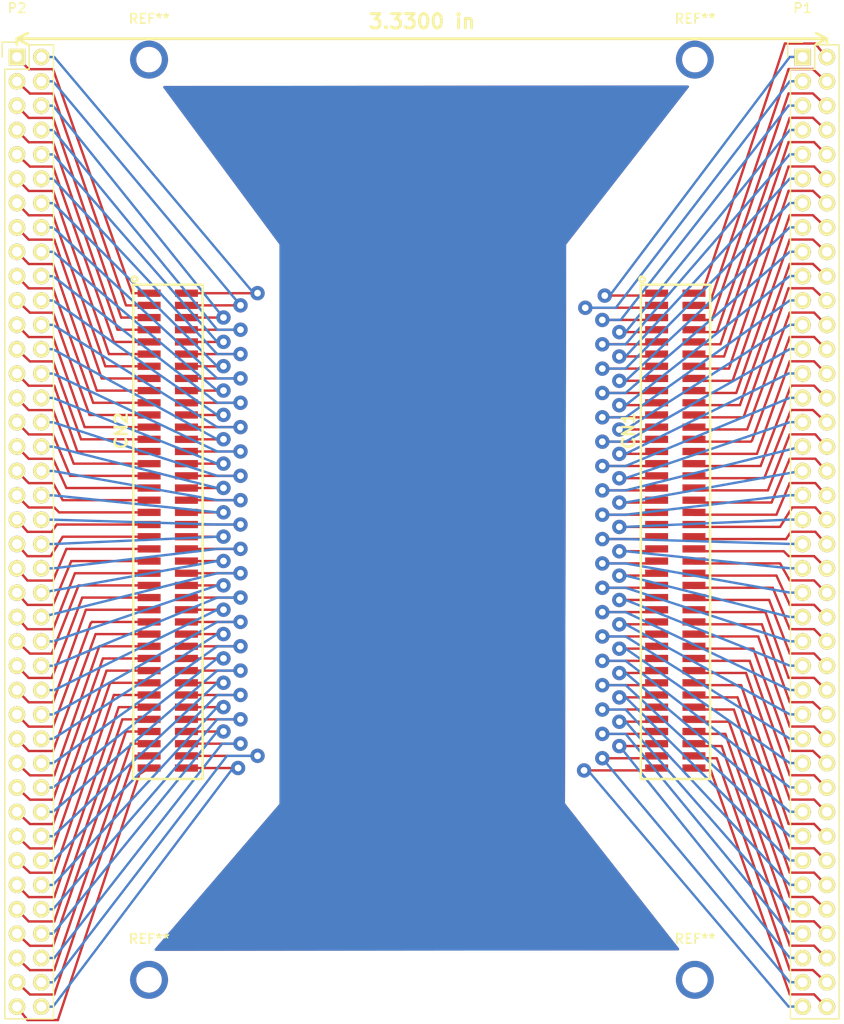
<source format=kicad_pcb>
(kicad_pcb (version 4) (host pcbnew "(2015-08-03 BZR 6041)-product")

  (general
    (links 160)
    (no_connects 0)
    (area 96.411667 56.005 188.668334 163.64584)
    (thickness 1.6)
    (drawings 1)
    (tracks 1034)
    (zones 0)
    (modules 12)
    (nets 161)
  )

  (page A4)
  (layers
    (0 F.Cu signal)
    (31 B.Cu signal)
    (32 B.Adhes user hide)
    (33 F.Adhes user hide)
    (34 B.Paste user hide)
    (35 F.Paste user hide)
    (36 B.SilkS user hide)
    (37 F.SilkS user)
    (38 B.Mask user hide)
    (39 F.Mask user hide)
    (40 Dwgs.User user hide)
    (41 Cmts.User user hide)
    (42 Eco1.User user hide)
    (43 Eco2.User user hide)
    (44 Edge.Cuts user hide)
    (45 Margin user hide)
    (46 B.CrtYd user hide)
    (47 F.CrtYd user hide)
    (48 B.Fab user hide)
    (49 F.Fab user hide)
  )

  (setup
    (last_trace_width 0.25)
    (trace_clearance 0.2)
    (zone_clearance 0.508)
    (zone_45_only no)
    (trace_min 0.2)
    (segment_width 0.2)
    (edge_width 0.15)
    (via_size 1.5)
    (via_drill 0.7)
    (via_min_size 0.4)
    (via_min_drill 0.3)
    (uvia_size 0.3)
    (uvia_drill 0.1)
    (uvias_allowed no)
    (uvia_min_size 0.2)
    (uvia_min_drill 0.1)
    (pcb_text_width 0.3)
    (pcb_text_size 1.5 1.5)
    (mod_edge_width 0.15)
    (mod_text_size 1 1)
    (mod_text_width 0.15)
    (pad_size 1.7272 1.7272)
    (pad_drill 1.016)
    (pad_to_mask_clearance 0.2)
    (aux_axis_origin 94 40)
    (grid_origin 94 40)
    (visible_elements FFFFFF7F)
    (pcbplotparams
      (layerselection 0x00030_80000001)
      (usegerberextensions false)
      (excludeedgelayer true)
      (linewidth 0.100000)
      (plotframeref false)
      (viasonmask false)
      (mode 1)
      (useauxorigin false)
      (hpglpennumber 1)
      (hpglpenspeed 20)
      (hpglpendiameter 15)
      (hpglpenoverlay 2)
      (psnegative false)
      (psa4output false)
      (plotreference true)
      (plotvalue true)
      (plotinvisibletext false)
      (padsonsilk false)
      (subtractmaskfromsilk false)
      (outputformat 1)
      (mirror false)
      (drillshape 1)
      (scaleselection 1)
      (outputdirectory ""))
  )

  (net 0 "")
  (net 1 /1_10)
  (net 2 /1_49)
  (net 3 /1_48)
  (net 4 /1_47)
  (net 5 /1_46)
  (net 6 /1_45)
  (net 7 /1_44)
  (net 8 /1_43)
  (net 9 /1_42)
  (net 10 /1_41)
  (net 11 /1_51)
  (net 12 /1_52)
  (net 13 /1_53)
  (net 14 /1_54)
  (net 15 /1_55)
  (net 16 /1_56)
  (net 17 /1_57)
  (net 18 /1_58)
  (net 19 /1_59)
  (net 20 /1_60)
  (net 21 /1_80)
  (net 22 /1_79)
  (net 23 /1_78)
  (net 24 /1_77)
  (net 25 /1_76)
  (net 26 /1_75)
  (net 27 /1_74)
  (net 28 /1_73)
  (net 29 /1_72)
  (net 30 /1_71)
  (net 31 /1_61)
  (net 32 /1_62)
  (net 33 /1_63)
  (net 34 /1_64)
  (net 35 /1_65)
  (net 36 /1_66)
  (net 37 /1_67)
  (net 38 /1_68)
  (net 39 /1_69)
  (net 40 /1_70)
  (net 41 /1_30)
  (net 42 /1_29)
  (net 43 /1_28)
  (net 44 /1_27)
  (net 45 /1_26)
  (net 46 /1_25)
  (net 47 /1_24)
  (net 48 /1_23)
  (net 49 /1_22)
  (net 50 /1_21)
  (net 51 /1_31)
  (net 52 /1_32)
  (net 53 /1_33)
  (net 54 /1_34)
  (net 55 /1_35)
  (net 56 /1_36)
  (net 57 /1_37)
  (net 58 /1_38)
  (net 59 /1_39)
  (net 60 /1_40)
  (net 61 /1_20)
  (net 62 /1_19)
  (net 63 /1_18)
  (net 64 /1_17)
  (net 65 /1_16)
  (net 66 /1_15)
  (net 67 /1_14)
  (net 68 /1_13)
  (net 69 /1_11)
  (net 70 /1_1)
  (net 71 /1_2)
  (net 72 /1_3)
  (net 73 /1_4)
  (net 74 /1_5)
  (net 75 /1_6)
  (net 76 /1_7)
  (net 77 /1_8)
  (net 78 /1_9)
  (net 79 /2_10)
  (net 80 /2_49)
  (net 81 /2_48)
  (net 82 /2_47)
  (net 83 /2_46)
  (net 84 /2_45)
  (net 85 /2_44)
  (net 86 /2_43)
  (net 87 /2_42)
  (net 88 /2_41)
  (net 89 /2_51)
  (net 90 /2_52)
  (net 91 /2_53)
  (net 92 /2_54)
  (net 93 /2_55)
  (net 94 /2_56)
  (net 95 /2_57)
  (net 96 /2_58)
  (net 97 /2_59)
  (net 98 /2_60)
  (net 99 /2_80)
  (net 100 /2_79)
  (net 101 /2_78)
  (net 102 /2_77)
  (net 103 /2_76)
  (net 104 /2_75)
  (net 105 /2_74)
  (net 106 /2_73)
  (net 107 /2_72)
  (net 108 /2_71)
  (net 109 /2_61)
  (net 110 /2_62)
  (net 111 /2_63)
  (net 112 /2_64)
  (net 113 /2_65)
  (net 114 /2_66)
  (net 115 /2_67)
  (net 116 /2_68)
  (net 117 /2_69)
  (net 118 /2_70)
  (net 119 /2_30)
  (net 120 /2_29)
  (net 121 /2_28)
  (net 122 /2_27)
  (net 123 /2_26)
  (net 124 /2_25)
  (net 125 /2_24)
  (net 126 /2_23)
  (net 127 /2_22)
  (net 128 /2_21)
  (net 129 /2_31)
  (net 130 /2_32)
  (net 131 /2_33)
  (net 132 /2_34)
  (net 133 /2_35)
  (net 134 /2_36)
  (net 135 /2_37)
  (net 136 /2_38)
  (net 137 /2_39)
  (net 138 /2_40)
  (net 139 /2_20)
  (net 140 /2_19)
  (net 141 /2_18)
  (net 142 /2_17)
  (net 143 /2_16)
  (net 144 /2_15)
  (net 145 /2_14)
  (net 146 /2_13)
  (net 147 /2_11)
  (net 148 /2_1)
  (net 149 /2_2)
  (net 150 /2_3)
  (net 151 /2_4)
  (net 152 /2_5)
  (net 153 /2_6)
  (net 154 /2_7)
  (net 155 /2_8)
  (net 156 /2_9)
  (net 157 /1_50)
  (net 158 /2_50)
  (net 159 /1_12)
  (net 160 /2_12)

  (net_class Default "This is the default net class."
    (clearance 0.2)
    (trace_width 0.25)
    (via_dia 1.5)
    (via_drill 0.7)
    (uvia_dia 0.3)
    (uvia_drill 0.1)
    (add_net /1_1)
    (add_net /1_10)
    (add_net /1_11)
    (add_net /1_12)
    (add_net /1_13)
    (add_net /1_14)
    (add_net /1_15)
    (add_net /1_16)
    (add_net /1_17)
    (add_net /1_18)
    (add_net /1_19)
    (add_net /1_2)
    (add_net /1_20)
    (add_net /1_21)
    (add_net /1_22)
    (add_net /1_23)
    (add_net /1_24)
    (add_net /1_25)
    (add_net /1_26)
    (add_net /1_27)
    (add_net /1_28)
    (add_net /1_29)
    (add_net /1_3)
    (add_net /1_30)
    (add_net /1_31)
    (add_net /1_32)
    (add_net /1_33)
    (add_net /1_34)
    (add_net /1_35)
    (add_net /1_36)
    (add_net /1_37)
    (add_net /1_38)
    (add_net /1_39)
    (add_net /1_4)
    (add_net /1_40)
    (add_net /1_41)
    (add_net /1_42)
    (add_net /1_43)
    (add_net /1_44)
    (add_net /1_45)
    (add_net /1_46)
    (add_net /1_47)
    (add_net /1_48)
    (add_net /1_49)
    (add_net /1_5)
    (add_net /1_50)
    (add_net /1_51)
    (add_net /1_52)
    (add_net /1_53)
    (add_net /1_54)
    (add_net /1_55)
    (add_net /1_56)
    (add_net /1_57)
    (add_net /1_58)
    (add_net /1_59)
    (add_net /1_6)
    (add_net /1_60)
    (add_net /1_61)
    (add_net /1_62)
    (add_net /1_63)
    (add_net /1_64)
    (add_net /1_65)
    (add_net /1_66)
    (add_net /1_67)
    (add_net /1_68)
    (add_net /1_69)
    (add_net /1_7)
    (add_net /1_70)
    (add_net /1_71)
    (add_net /1_72)
    (add_net /1_73)
    (add_net /1_74)
    (add_net /1_75)
    (add_net /1_76)
    (add_net /1_77)
    (add_net /1_78)
    (add_net /1_79)
    (add_net /1_8)
    (add_net /1_80)
    (add_net /1_9)
    (add_net /2_1)
    (add_net /2_10)
    (add_net /2_11)
    (add_net /2_12)
    (add_net /2_13)
    (add_net /2_14)
    (add_net /2_15)
    (add_net /2_16)
    (add_net /2_17)
    (add_net /2_18)
    (add_net /2_19)
    (add_net /2_2)
    (add_net /2_20)
    (add_net /2_21)
    (add_net /2_22)
    (add_net /2_23)
    (add_net /2_24)
    (add_net /2_25)
    (add_net /2_26)
    (add_net /2_27)
    (add_net /2_28)
    (add_net /2_29)
    (add_net /2_3)
    (add_net /2_30)
    (add_net /2_31)
    (add_net /2_32)
    (add_net /2_33)
    (add_net /2_34)
    (add_net /2_35)
    (add_net /2_36)
    (add_net /2_37)
    (add_net /2_38)
    (add_net /2_39)
    (add_net /2_4)
    (add_net /2_40)
    (add_net /2_41)
    (add_net /2_42)
    (add_net /2_43)
    (add_net /2_44)
    (add_net /2_45)
    (add_net /2_46)
    (add_net /2_47)
    (add_net /2_48)
    (add_net /2_49)
    (add_net /2_5)
    (add_net /2_50)
    (add_net /2_51)
    (add_net /2_52)
    (add_net /2_53)
    (add_net /2_54)
    (add_net /2_55)
    (add_net /2_56)
    (add_net /2_57)
    (add_net /2_58)
    (add_net /2_59)
    (add_net /2_6)
    (add_net /2_60)
    (add_net /2_61)
    (add_net /2_62)
    (add_net /2_63)
    (add_net /2_64)
    (add_net /2_65)
    (add_net /2_66)
    (add_net /2_67)
    (add_net /2_68)
    (add_net /2_69)
    (add_net /2_7)
    (add_net /2_70)
    (add_net /2_71)
    (add_net /2_72)
    (add_net /2_73)
    (add_net /2_74)
    (add_net /2_75)
    (add_net /2_76)
    (add_net /2_77)
    (add_net /2_78)
    (add_net /2_79)
    (add_net /2_8)
    (add_net /2_80)
    (add_net /2_9)
  )

  (module my_lib:header-1.27-2x40 (layer F.Cu) (tedit 57279961) (tstamp 572853C3)
    (at 168.316 86.868 270)
    (descr 50)
    (path /57277812)
    (fp_text reference CN1 (at 14.351 2.921 270) (layer F.SilkS)
      (effects (font (size 1.27 1.27) (thickness 0.254)))
    )
    (fp_text value CONN_02X40 (at 3.175 -6.477 270) (layer F.SilkS) hide
      (effects (font (size 1.27 1.27) (thickness 0.254)))
    )
    (fp_circle (center -1.4605 1.524) (end -1.2065 1.651) (layer F.SilkS) (width 0.254))
    (fp_line (start -0.889 -5.588) (end 50.6 -5.588) (layer F.SilkS) (width 0.254))
    (fp_line (start 50.673 -5.588) (end 50.673 1.651) (layer F.SilkS) (width 0.254))
    (fp_line (start 50.6 1.651) (end -0.889 1.651) (layer F.SilkS) (width 0.254))
    (fp_line (start -0.889 1.651) (end -0.889 -5.588) (layer F.SilkS) (width 0.254))
    (pad 50 smd rect (at 30.48 -3.8989 270) (size 0.75946 2.4003) (layers F.Cu F.Paste F.Mask)
      (net 157 /1_50))
    (pad 49 smd rect (at 30.48 0 270) (size 0.75946 2.4003) (layers F.Cu F.Paste F.Mask)
      (net 2 /1_49))
    (pad 48 smd rect (at 29.21 -3.8989 270) (size 0.75946 2.4003) (layers F.Cu F.Paste F.Mask)
      (net 3 /1_48))
    (pad 47 smd rect (at 29.21 0 270) (size 0.75946 2.4003) (layers F.Cu F.Paste F.Mask)
      (net 4 /1_47))
    (pad 46 smd rect (at 27.94 -3.8989 270) (size 0.75946 2.4003) (layers F.Cu F.Paste F.Mask)
      (net 5 /1_46))
    (pad 45 smd rect (at 27.94 0 270) (size 0.75946 2.4003) (layers F.Cu F.Paste F.Mask)
      (net 6 /1_45))
    (pad 44 smd rect (at 26.67 -3.8989 270) (size 0.75946 2.4003) (layers F.Cu F.Paste F.Mask)
      (net 7 /1_44))
    (pad 43 smd rect (at 26.67 0 270) (size 0.75946 2.4003) (layers F.Cu F.Paste F.Mask)
      (net 8 /1_43))
    (pad 42 smd rect (at 25.4 -3.8989 270) (size 0.75946 2.4003) (layers F.Cu F.Paste F.Mask)
      (net 9 /1_42))
    (pad 41 smd rect (at 25.4 0 270) (size 0.75946 2.4003) (layers F.Cu F.Paste F.Mask)
      (net 10 /1_41))
    (pad 51 smd rect (at 31.75 0 270) (size 0.75946 2.4003) (layers F.Cu F.Paste F.Mask)
      (net 11 /1_51))
    (pad 52 smd rect (at 31.75 -3.8989 270) (size 0.75946 2.4003) (layers F.Cu F.Paste F.Mask)
      (net 12 /1_52))
    (pad 53 smd rect (at 33.02 0 270) (size 0.75946 2.4003) (layers F.Cu F.Paste F.Mask)
      (net 13 /1_53))
    (pad 54 smd rect (at 33.02 -3.8989 270) (size 0.75946 2.4003) (layers F.Cu F.Paste F.Mask)
      (net 14 /1_54))
    (pad 55 smd rect (at 34.29 0 270) (size 0.75946 2.4003) (layers F.Cu F.Paste F.Mask)
      (net 15 /1_55))
    (pad 56 smd rect (at 34.29 -3.8989 270) (size 0.75946 2.4003) (layers F.Cu F.Paste F.Mask)
      (net 16 /1_56))
    (pad 57 smd rect (at 35.56 0 270) (size 0.75946 2.4003) (layers F.Cu F.Paste F.Mask)
      (net 17 /1_57))
    (pad 58 smd rect (at 35.56 -3.8989 270) (size 0.75946 2.4003) (layers F.Cu F.Paste F.Mask)
      (net 18 /1_58))
    (pad 59 smd rect (at 36.83 0 270) (size 0.75946 2.4003) (layers F.Cu F.Paste F.Mask)
      (net 19 /1_59))
    (pad 60 smd rect (at 36.83 -3.8989 270) (size 0.75946 2.4003) (layers F.Cu F.Paste F.Mask)
      (net 20 /1_60))
    (pad 80 smd rect (at 49.53 -3.8989 270) (size 0.75946 2.4003) (layers F.Cu F.Paste F.Mask)
      (net 21 /1_80))
    (pad 79 smd rect (at 49.53 0 270) (size 0.75946 2.4003) (layers F.Cu F.Paste F.Mask)
      (net 22 /1_79))
    (pad 78 smd rect (at 48.26 -3.8989 270) (size 0.75946 2.4003) (layers F.Cu F.Paste F.Mask)
      (net 23 /1_78))
    (pad 77 smd rect (at 48.26 0 270) (size 0.75946 2.4003) (layers F.Cu F.Paste F.Mask)
      (net 24 /1_77))
    (pad 76 smd rect (at 46.99 -3.8989 270) (size 0.75946 2.4003) (layers F.Cu F.Paste F.Mask)
      (net 25 /1_76))
    (pad 75 smd rect (at 46.99 0 270) (size 0.75946 2.4003) (layers F.Cu F.Paste F.Mask)
      (net 26 /1_75))
    (pad 74 smd rect (at 45.72 -3.8989 270) (size 0.75946 2.4003) (layers F.Cu F.Paste F.Mask)
      (net 27 /1_74))
    (pad 73 smd rect (at 45.72 0 270) (size 0.75946 2.4003) (layers F.Cu F.Paste F.Mask)
      (net 28 /1_73))
    (pad 72 smd rect (at 44.45 -3.8989 270) (size 0.75946 2.4003) (layers F.Cu F.Paste F.Mask)
      (net 29 /1_72))
    (pad 71 smd rect (at 44.45 0 270) (size 0.75946 2.4003) (layers F.Cu F.Paste F.Mask)
      (net 30 /1_71))
    (pad 61 smd rect (at 38.1 0 270) (size 0.75946 2.4003) (layers F.Cu F.Paste F.Mask)
      (net 31 /1_61))
    (pad 62 smd rect (at 38.1 -3.8989 270) (size 0.75946 2.4003) (layers F.Cu F.Paste F.Mask)
      (net 32 /1_62))
    (pad 63 smd rect (at 39.37 0 270) (size 0.75946 2.4003) (layers F.Cu F.Paste F.Mask)
      (net 33 /1_63))
    (pad 64 smd rect (at 39.37 -3.8989 270) (size 0.75946 2.4003) (layers F.Cu F.Paste F.Mask)
      (net 34 /1_64))
    (pad 65 smd rect (at 40.64 0 270) (size 0.75946 2.4003) (layers F.Cu F.Paste F.Mask)
      (net 35 /1_65))
    (pad 66 smd rect (at 40.64 -3.8989 270) (size 0.75946 2.4003) (layers F.Cu F.Paste F.Mask)
      (net 36 /1_66))
    (pad 67 smd rect (at 41.91 0 270) (size 0.75946 2.4003) (layers F.Cu F.Paste F.Mask)
      (net 37 /1_67))
    (pad 68 smd rect (at 41.91 -3.8989 270) (size 0.75946 2.4003) (layers F.Cu F.Paste F.Mask)
      (net 38 /1_68))
    (pad 69 smd rect (at 43.18 0 270) (size 0.75946 2.4003) (layers F.Cu F.Paste F.Mask)
      (net 39 /1_69))
    (pad 70 smd rect (at 43.18 -3.8989 270) (size 0.75946 2.4003) (layers F.Cu F.Paste F.Mask)
      (net 40 /1_70))
    (pad 30 smd rect (at 17.78 -3.8989 270) (size 0.75946 2.4003) (layers F.Cu F.Paste F.Mask)
      (net 41 /1_30))
    (pad 29 smd rect (at 17.78 0 270) (size 0.75946 2.4003) (layers F.Cu F.Paste F.Mask)
      (net 42 /1_29))
    (pad 28 smd rect (at 16.51 -3.8989 270) (size 0.75946 2.4003) (layers F.Cu F.Paste F.Mask)
      (net 43 /1_28))
    (pad 27 smd rect (at 16.51 0 270) (size 0.75946 2.4003) (layers F.Cu F.Paste F.Mask)
      (net 44 /1_27))
    (pad 26 smd rect (at 15.24 -3.8989 270) (size 0.75946 2.4003) (layers F.Cu F.Paste F.Mask)
      (net 45 /1_26))
    (pad 25 smd rect (at 15.24 0 270) (size 0.75946 2.4003) (layers F.Cu F.Paste F.Mask)
      (net 46 /1_25))
    (pad 24 smd rect (at 13.97 -3.8989 270) (size 0.75946 2.4003) (layers F.Cu F.Paste F.Mask)
      (net 47 /1_24))
    (pad 23 smd rect (at 13.97 0 270) (size 0.75946 2.4003) (layers F.Cu F.Paste F.Mask)
      (net 48 /1_23))
    (pad 22 smd rect (at 12.7 -3.8989 270) (size 0.75946 2.4003) (layers F.Cu F.Paste F.Mask)
      (net 49 /1_22))
    (pad 21 smd rect (at 12.7 0 270) (size 0.75946 2.4003) (layers F.Cu F.Paste F.Mask)
      (net 50 /1_21))
    (pad 31 smd rect (at 19.05 0 270) (size 0.75946 2.4003) (layers F.Cu F.Paste F.Mask)
      (net 51 /1_31))
    (pad 32 smd rect (at 19.05 -3.8989 270) (size 0.75946 2.4003) (layers F.Cu F.Paste F.Mask)
      (net 52 /1_32))
    (pad 33 smd rect (at 20.32 0 270) (size 0.75946 2.4003) (layers F.Cu F.Paste F.Mask)
      (net 53 /1_33))
    (pad 34 smd rect (at 20.32 -3.8989 270) (size 0.75946 2.4003) (layers F.Cu F.Paste F.Mask)
      (net 54 /1_34))
    (pad 35 smd rect (at 21.59 0 270) (size 0.75946 2.4003) (layers F.Cu F.Paste F.Mask)
      (net 55 /1_35))
    (pad 36 smd rect (at 21.59 -3.8989 270) (size 0.75946 2.4003) (layers F.Cu F.Paste F.Mask)
      (net 56 /1_36))
    (pad 37 smd rect (at 22.86 0 270) (size 0.75946 2.4003) (layers F.Cu F.Paste F.Mask)
      (net 57 /1_37))
    (pad 38 smd rect (at 22.86 -3.8989 270) (size 0.75946 2.4003) (layers F.Cu F.Paste F.Mask)
      (net 58 /1_38))
    (pad 39 smd rect (at 24.13 0 270) (size 0.75946 2.4003) (layers F.Cu F.Paste F.Mask)
      (net 59 /1_39))
    (pad 40 smd rect (at 24.13 -3.8989 270) (size 0.75946 2.4003) (layers F.Cu F.Paste F.Mask)
      (net 60 /1_40))
    (pad 20 smd rect (at 11.43 -3.8989 270) (size 0.75946 2.4003) (layers F.Cu F.Paste F.Mask)
      (net 61 /1_20))
    (pad 19 smd rect (at 11.43 0 270) (size 0.75946 2.4003) (layers F.Cu F.Paste F.Mask)
      (net 62 /1_19))
    (pad 18 smd rect (at 10.16 -3.8989 270) (size 0.75946 2.4003) (layers F.Cu F.Paste F.Mask)
      (net 63 /1_18))
    (pad 17 smd rect (at 10.16 0 270) (size 0.75946 2.4003) (layers F.Cu F.Paste F.Mask)
      (net 64 /1_17))
    (pad 16 smd rect (at 8.89 -3.8989 270) (size 0.75946 2.4003) (layers F.Cu F.Paste F.Mask)
      (net 65 /1_16))
    (pad 15 smd rect (at 8.89 0 270) (size 0.75946 2.4003) (layers F.Cu F.Paste F.Mask)
      (net 66 /1_15))
    (pad 14 smd rect (at 7.62 -3.8989 270) (size 0.75946 2.4003) (layers F.Cu F.Paste F.Mask)
      (net 67 /1_14))
    (pad 13 smd rect (at 7.62 0 270) (size 0.75946 2.4003) (layers F.Cu F.Paste F.Mask)
      (net 68 /1_13))
    (pad 12 smd rect (at 6.35 -3.8989 270) (size 0.75946 2.4003) (layers F.Cu F.Paste F.Mask)
      (net 159 /1_12))
    (pad 11 smd rect (at 6.35 0 270) (size 0.75946 2.4003) (layers F.Cu F.Paste F.Mask)
      (net 69 /1_11))
    (pad 1 smd rect (at 0 0 270) (size 0.75946 2.4003) (layers F.Cu F.Paste F.Mask)
      (net 70 /1_1))
    (pad 2 smd rect (at 0 -3.8989 270) (size 0.75946 2.4003) (layers F.Cu F.Paste F.Mask)
      (net 71 /1_2))
    (pad 3 smd rect (at 1.27 0 270) (size 0.75946 2.4003) (layers F.Cu F.Paste F.Mask)
      (net 72 /1_3))
    (pad 4 smd rect (at 1.27 -3.8989 270) (size 0.75946 2.4003) (layers F.Cu F.Paste F.Mask)
      (net 73 /1_4))
    (pad 5 smd rect (at 2.54 0 270) (size 0.75946 2.4003) (layers F.Cu F.Paste F.Mask)
      (net 74 /1_5))
    (pad 6 smd rect (at 2.54 -3.8989 270) (size 0.75946 2.4003) (layers F.Cu F.Paste F.Mask)
      (net 75 /1_6))
    (pad 7 smd rect (at 3.81 0 270) (size 0.75946 2.4003) (layers F.Cu F.Paste F.Mask)
      (net 76 /1_7))
    (pad 8 smd rect (at 3.81 -3.8989 270) (size 0.75946 2.4003) (layers F.Cu F.Paste F.Mask)
      (net 77 /1_8))
    (pad 9 smd rect (at 5.08 0 270) (size 0.75946 2.4003) (layers F.Cu F.Paste F.Mask)
      (net 78 /1_9))
    (pad 10 smd rect (at 5.08 -3.8989 270) (size 0.75946 2.4003) (layers F.Cu F.Paste F.Mask)
      (net 1 /1_10))
  )

  (module my_lib:header-1.27-2x40 (layer F.Cu) (tedit 57279948) (tstamp 5728541C)
    (at 115.316 86.868 270)
    (descr 50)
    (path /57278EEA)
    (fp_text reference CN2 (at 14.351 2.921 270) (layer F.SilkS)
      (effects (font (size 1.27 1.27) (thickness 0.254)))
    )
    (fp_text value CONN_02X40 (at 3.175 -6.477 270) (layer F.SilkS) hide
      (effects (font (size 1.27 1.27) (thickness 0.254)))
    )
    (fp_circle (center -1.4605 1.524) (end -1.2065 1.651) (layer F.SilkS) (width 0.254))
    (fp_line (start -0.889 -5.588) (end 50.6 -5.588) (layer F.SilkS) (width 0.254))
    (fp_line (start 50.673 -5.588) (end 50.673 1.651) (layer F.SilkS) (width 0.254))
    (fp_line (start 50.6 1.651) (end -0.889 1.651) (layer F.SilkS) (width 0.254))
    (fp_line (start -0.889 1.651) (end -0.889 -5.588) (layer F.SilkS) (width 0.254))
    (pad 50 smd rect (at 30.48 -3.8989 270) (size 0.75946 2.4003) (layers F.Cu F.Paste F.Mask)
      (net 158 /2_50))
    (pad 49 smd rect (at 30.48 0 270) (size 0.75946 2.4003) (layers F.Cu F.Paste F.Mask)
      (net 80 /2_49))
    (pad 48 smd rect (at 29.21 -3.8989 270) (size 0.75946 2.4003) (layers F.Cu F.Paste F.Mask)
      (net 81 /2_48))
    (pad 47 smd rect (at 29.21 0 270) (size 0.75946 2.4003) (layers F.Cu F.Paste F.Mask)
      (net 82 /2_47))
    (pad 46 smd rect (at 27.94 -3.8989 270) (size 0.75946 2.4003) (layers F.Cu F.Paste F.Mask)
      (net 83 /2_46))
    (pad 45 smd rect (at 27.94 0 270) (size 0.75946 2.4003) (layers F.Cu F.Paste F.Mask)
      (net 84 /2_45))
    (pad 44 smd rect (at 26.67 -3.8989 270) (size 0.75946 2.4003) (layers F.Cu F.Paste F.Mask)
      (net 85 /2_44))
    (pad 43 smd rect (at 26.67 0 270) (size 0.75946 2.4003) (layers F.Cu F.Paste F.Mask)
      (net 86 /2_43))
    (pad 42 smd rect (at 25.4 -3.8989 270) (size 0.75946 2.4003) (layers F.Cu F.Paste F.Mask)
      (net 87 /2_42))
    (pad 41 smd rect (at 25.4 0 270) (size 0.75946 2.4003) (layers F.Cu F.Paste F.Mask)
      (net 88 /2_41))
    (pad 51 smd rect (at 31.75 0 270) (size 0.75946 2.4003) (layers F.Cu F.Paste F.Mask)
      (net 89 /2_51))
    (pad 52 smd rect (at 31.75 -3.8989 270) (size 0.75946 2.4003) (layers F.Cu F.Paste F.Mask)
      (net 90 /2_52))
    (pad 53 smd rect (at 33.02 0 270) (size 0.75946 2.4003) (layers F.Cu F.Paste F.Mask)
      (net 91 /2_53))
    (pad 54 smd rect (at 33.02 -3.8989 270) (size 0.75946 2.4003) (layers F.Cu F.Paste F.Mask)
      (net 92 /2_54))
    (pad 55 smd rect (at 34.29 0 270) (size 0.75946 2.4003) (layers F.Cu F.Paste F.Mask)
      (net 93 /2_55))
    (pad 56 smd rect (at 34.29 -3.8989 270) (size 0.75946 2.4003) (layers F.Cu F.Paste F.Mask)
      (net 94 /2_56))
    (pad 57 smd rect (at 35.56 0 270) (size 0.75946 2.4003) (layers F.Cu F.Paste F.Mask)
      (net 95 /2_57))
    (pad 58 smd rect (at 35.56 -3.8989 270) (size 0.75946 2.4003) (layers F.Cu F.Paste F.Mask)
      (net 96 /2_58))
    (pad 59 smd rect (at 36.83 0 270) (size 0.75946 2.4003) (layers F.Cu F.Paste F.Mask)
      (net 97 /2_59))
    (pad 60 smd rect (at 36.83 -3.8989 270) (size 0.75946 2.4003) (layers F.Cu F.Paste F.Mask)
      (net 98 /2_60))
    (pad 80 smd rect (at 49.53 -3.8989 270) (size 0.75946 2.4003) (layers F.Cu F.Paste F.Mask)
      (net 99 /2_80))
    (pad 79 smd rect (at 49.53 0 270) (size 0.75946 2.4003) (layers F.Cu F.Paste F.Mask)
      (net 100 /2_79))
    (pad 78 smd rect (at 48.26 -3.8989 270) (size 0.75946 2.4003) (layers F.Cu F.Paste F.Mask)
      (net 101 /2_78))
    (pad 77 smd rect (at 48.26 0 270) (size 0.75946 2.4003) (layers F.Cu F.Paste F.Mask)
      (net 102 /2_77))
    (pad 76 smd rect (at 46.99 -3.8989 270) (size 0.75946 2.4003) (layers F.Cu F.Paste F.Mask)
      (net 103 /2_76))
    (pad 75 smd rect (at 46.99 0 270) (size 0.75946 2.4003) (layers F.Cu F.Paste F.Mask)
      (net 104 /2_75))
    (pad 74 smd rect (at 45.72 -3.8989 270) (size 0.75946 2.4003) (layers F.Cu F.Paste F.Mask)
      (net 105 /2_74))
    (pad 73 smd rect (at 45.72 0 270) (size 0.75946 2.4003) (layers F.Cu F.Paste F.Mask)
      (net 106 /2_73))
    (pad 72 smd rect (at 44.45 -3.8989 270) (size 0.75946 2.4003) (layers F.Cu F.Paste F.Mask)
      (net 107 /2_72))
    (pad 71 smd rect (at 44.45 0 270) (size 0.75946 2.4003) (layers F.Cu F.Paste F.Mask)
      (net 108 /2_71))
    (pad 61 smd rect (at 38.1 0 270) (size 0.75946 2.4003) (layers F.Cu F.Paste F.Mask)
      (net 109 /2_61))
    (pad 62 smd rect (at 38.1 -3.8989 270) (size 0.75946 2.4003) (layers F.Cu F.Paste F.Mask)
      (net 110 /2_62))
    (pad 63 smd rect (at 39.37 0 270) (size 0.75946 2.4003) (layers F.Cu F.Paste F.Mask)
      (net 111 /2_63))
    (pad 64 smd rect (at 39.37 -3.8989 270) (size 0.75946 2.4003) (layers F.Cu F.Paste F.Mask)
      (net 112 /2_64))
    (pad 65 smd rect (at 40.64 0 270) (size 0.75946 2.4003) (layers F.Cu F.Paste F.Mask)
      (net 113 /2_65))
    (pad 66 smd rect (at 40.64 -3.8989 270) (size 0.75946 2.4003) (layers F.Cu F.Paste F.Mask)
      (net 114 /2_66))
    (pad 67 smd rect (at 41.91 0 270) (size 0.75946 2.4003) (layers F.Cu F.Paste F.Mask)
      (net 115 /2_67))
    (pad 68 smd rect (at 41.91 -3.8989 270) (size 0.75946 2.4003) (layers F.Cu F.Paste F.Mask)
      (net 116 /2_68))
    (pad 69 smd rect (at 43.18 0 270) (size 0.75946 2.4003) (layers F.Cu F.Paste F.Mask)
      (net 117 /2_69))
    (pad 70 smd rect (at 43.18 -3.8989 270) (size 0.75946 2.4003) (layers F.Cu F.Paste F.Mask)
      (net 118 /2_70))
    (pad 30 smd rect (at 17.78 -3.8989 270) (size 0.75946 2.4003) (layers F.Cu F.Paste F.Mask)
      (net 119 /2_30))
    (pad 29 smd rect (at 17.78 0 270) (size 0.75946 2.4003) (layers F.Cu F.Paste F.Mask)
      (net 120 /2_29))
    (pad 28 smd rect (at 16.51 -3.8989 270) (size 0.75946 2.4003) (layers F.Cu F.Paste F.Mask)
      (net 121 /2_28))
    (pad 27 smd rect (at 16.51 0 270) (size 0.75946 2.4003) (layers F.Cu F.Paste F.Mask)
      (net 122 /2_27))
    (pad 26 smd rect (at 15.24 -3.8989 270) (size 0.75946 2.4003) (layers F.Cu F.Paste F.Mask)
      (net 123 /2_26))
    (pad 25 smd rect (at 15.24 0 270) (size 0.75946 2.4003) (layers F.Cu F.Paste F.Mask)
      (net 124 /2_25))
    (pad 24 smd rect (at 13.97 -3.8989 270) (size 0.75946 2.4003) (layers F.Cu F.Paste F.Mask)
      (net 125 /2_24))
    (pad 23 smd rect (at 13.97 0 270) (size 0.75946 2.4003) (layers F.Cu F.Paste F.Mask)
      (net 126 /2_23))
    (pad 22 smd rect (at 12.7 -3.8989 270) (size 0.75946 2.4003) (layers F.Cu F.Paste F.Mask)
      (net 127 /2_22))
    (pad 21 smd rect (at 12.7 0 270) (size 0.75946 2.4003) (layers F.Cu F.Paste F.Mask)
      (net 128 /2_21))
    (pad 31 smd rect (at 19.05 0 270) (size 0.75946 2.4003) (layers F.Cu F.Paste F.Mask)
      (net 129 /2_31))
    (pad 32 smd rect (at 19.05 -3.8989 270) (size 0.75946 2.4003) (layers F.Cu F.Paste F.Mask)
      (net 130 /2_32))
    (pad 33 smd rect (at 20.32 0 270) (size 0.75946 2.4003) (layers F.Cu F.Paste F.Mask)
      (net 131 /2_33))
    (pad 34 smd rect (at 20.32 -3.8989 270) (size 0.75946 2.4003) (layers F.Cu F.Paste F.Mask)
      (net 132 /2_34))
    (pad 35 smd rect (at 21.59 0 270) (size 0.75946 2.4003) (layers F.Cu F.Paste F.Mask)
      (net 133 /2_35))
    (pad 36 smd rect (at 21.59 -3.8989 270) (size 0.75946 2.4003) (layers F.Cu F.Paste F.Mask)
      (net 134 /2_36))
    (pad 37 smd rect (at 22.86 0 270) (size 0.75946 2.4003) (layers F.Cu F.Paste F.Mask)
      (net 135 /2_37))
    (pad 38 smd rect (at 22.86 -3.8989 270) (size 0.75946 2.4003) (layers F.Cu F.Paste F.Mask)
      (net 136 /2_38))
    (pad 39 smd rect (at 24.13 0 270) (size 0.75946 2.4003) (layers F.Cu F.Paste F.Mask)
      (net 137 /2_39))
    (pad 40 smd rect (at 24.13 -3.8989 270) (size 0.75946 2.4003) (layers F.Cu F.Paste F.Mask)
      (net 138 /2_40))
    (pad 20 smd rect (at 11.43 -3.8989 270) (size 0.75946 2.4003) (layers F.Cu F.Paste F.Mask)
      (net 139 /2_20))
    (pad 19 smd rect (at 11.43 0 270) (size 0.75946 2.4003) (layers F.Cu F.Paste F.Mask)
      (net 140 /2_19))
    (pad 18 smd rect (at 10.16 -3.8989 270) (size 0.75946 2.4003) (layers F.Cu F.Paste F.Mask)
      (net 141 /2_18))
    (pad 17 smd rect (at 10.16 0 270) (size 0.75946 2.4003) (layers F.Cu F.Paste F.Mask)
      (net 142 /2_17))
    (pad 16 smd rect (at 8.89 -3.8989 270) (size 0.75946 2.4003) (layers F.Cu F.Paste F.Mask)
      (net 143 /2_16))
    (pad 15 smd rect (at 8.89 0 270) (size 0.75946 2.4003) (layers F.Cu F.Paste F.Mask)
      (net 144 /2_15))
    (pad 14 smd rect (at 7.62 -3.8989 270) (size 0.75946 2.4003) (layers F.Cu F.Paste F.Mask)
      (net 145 /2_14))
    (pad 13 smd rect (at 7.62 0 270) (size 0.75946 2.4003) (layers F.Cu F.Paste F.Mask)
      (net 146 /2_13))
    (pad 12 smd rect (at 6.35 -3.8989 270) (size 0.75946 2.4003) (layers F.Cu F.Paste F.Mask)
      (net 160 /2_12))
    (pad 11 smd rect (at 6.35 0 270) (size 0.75946 2.4003) (layers F.Cu F.Paste F.Mask)
      (net 147 /2_11))
    (pad 1 smd rect (at 0 0 270) (size 0.75946 2.4003) (layers F.Cu F.Paste F.Mask)
      (net 148 /2_1))
    (pad 2 smd rect (at 0 -3.8989 270) (size 0.75946 2.4003) (layers F.Cu F.Paste F.Mask)
      (net 149 /2_2))
    (pad 3 smd rect (at 1.27 0 270) (size 0.75946 2.4003) (layers F.Cu F.Paste F.Mask)
      (net 150 /2_3))
    (pad 4 smd rect (at 1.27 -3.8989 270) (size 0.75946 2.4003) (layers F.Cu F.Paste F.Mask)
      (net 151 /2_4))
    (pad 5 smd rect (at 2.54 0 270) (size 0.75946 2.4003) (layers F.Cu F.Paste F.Mask)
      (net 152 /2_5))
    (pad 6 smd rect (at 2.54 -3.8989 270) (size 0.75946 2.4003) (layers F.Cu F.Paste F.Mask)
      (net 153 /2_6))
    (pad 7 smd rect (at 3.81 0 270) (size 0.75946 2.4003) (layers F.Cu F.Paste F.Mask)
      (net 154 /2_7))
    (pad 8 smd rect (at 3.81 -3.8989 270) (size 0.75946 2.4003) (layers F.Cu F.Paste F.Mask)
      (net 155 /2_8))
    (pad 9 smd rect (at 5.08 0 270) (size 0.75946 2.4003) (layers F.Cu F.Paste F.Mask)
      (net 156 /2_9))
    (pad 10 smd rect (at 5.08 -3.8989 270) (size 0.75946 2.4003) (layers F.Cu F.Paste F.Mask)
      (net 79 /2_10))
  )

  (module Pin_Headers:Pin_Header_Straight_2x40 (layer F.Cu) (tedit 0) (tstamp 5728547C)
    (at 183.56 62.23)
    (descr "Through hole pin header")
    (tags "pin header")
    (path /57279BC8)
    (fp_text reference P1 (at 0 -5.1) (layer F.SilkS)
      (effects (font (size 1 1) (thickness 0.15)))
    )
    (fp_text value CONN_02X40 (at 0 -3.1) (layer F.Fab)
      (effects (font (size 1 1) (thickness 0.15)))
    )
    (fp_line (start -1.75 -1.75) (end -1.75 100.85) (layer F.CrtYd) (width 0.05))
    (fp_line (start 4.3 -1.75) (end 4.3 100.85) (layer F.CrtYd) (width 0.05))
    (fp_line (start -1.75 -1.75) (end 4.3 -1.75) (layer F.CrtYd) (width 0.05))
    (fp_line (start -1.75 100.85) (end 4.3 100.85) (layer F.CrtYd) (width 0.05))
    (fp_line (start 3.81 -1.27) (end 3.81 100.33) (layer F.SilkS) (width 0.15))
    (fp_line (start -1.27 100.33) (end -1.27 1.27) (layer F.SilkS) (width 0.15))
    (fp_line (start 3.81 100.33) (end -1.27 100.33) (layer F.SilkS) (width 0.15))
    (fp_line (start 3.81 -1.27) (end 1.27 -1.27) (layer F.SilkS) (width 0.15))
    (fp_line (start 0 -1.55) (end -1.55 -1.55) (layer F.SilkS) (width 0.15))
    (fp_line (start 1.27 -1.27) (end 1.27 1.27) (layer F.SilkS) (width 0.15))
    (fp_line (start 1.27 1.27) (end -1.27 1.27) (layer F.SilkS) (width 0.15))
    (fp_line (start -1.55 -1.55) (end -1.55 0) (layer F.SilkS) (width 0.15))
    (pad 1 thru_hole rect (at 0 0) (size 1.7272 1.7272) (drill 1.016) (layers *.Cu *.Mask F.SilkS)
      (net 70 /1_1))
    (pad 2 thru_hole oval (at 2.54 0) (size 1.7272 1.7272) (drill 1.016) (layers *.Cu *.Mask F.SilkS)
      (net 71 /1_2))
    (pad 3 thru_hole oval (at 0 2.54) (size 1.7272 1.7272) (drill 1.016) (layers *.Cu *.Mask F.SilkS)
      (net 72 /1_3))
    (pad 4 thru_hole oval (at 2.54 2.54) (size 1.7272 1.7272) (drill 1.016) (layers *.Cu *.Mask F.SilkS)
      (net 73 /1_4))
    (pad 5 thru_hole oval (at 0 5.08) (size 1.7272 1.7272) (drill 1.016) (layers *.Cu *.Mask F.SilkS)
      (net 74 /1_5))
    (pad 6 thru_hole oval (at 2.54 5.08) (size 1.7272 1.7272) (drill 1.016) (layers *.Cu *.Mask F.SilkS)
      (net 75 /1_6))
    (pad 7 thru_hole oval (at 0 7.62) (size 1.7272 1.7272) (drill 1.016) (layers *.Cu *.Mask F.SilkS)
      (net 76 /1_7))
    (pad 8 thru_hole oval (at 2.54 7.62) (size 1.7272 1.7272) (drill 1.016) (layers *.Cu *.Mask F.SilkS)
      (net 77 /1_8))
    (pad 9 thru_hole oval (at 0 10.16) (size 1.7272 1.7272) (drill 1.016) (layers *.Cu *.Mask F.SilkS)
      (net 78 /1_9))
    (pad 10 thru_hole oval (at 2.54 10.16) (size 1.7272 1.7272) (drill 1.016) (layers *.Cu *.Mask F.SilkS)
      (net 1 /1_10))
    (pad 11 thru_hole oval (at 0 12.7) (size 1.7272 1.7272) (drill 1.016) (layers *.Cu *.Mask F.SilkS)
      (net 69 /1_11))
    (pad 12 thru_hole oval (at 2.54 12.7) (size 1.7272 1.7272) (drill 1.016) (layers *.Cu *.Mask F.SilkS)
      (net 159 /1_12))
    (pad 13 thru_hole oval (at 0 15.24) (size 1.7272 1.7272) (drill 1.016) (layers *.Cu *.Mask F.SilkS)
      (net 68 /1_13))
    (pad 14 thru_hole oval (at 2.54 15.24) (size 1.7272 1.7272) (drill 1.016) (layers *.Cu *.Mask F.SilkS)
      (net 67 /1_14))
    (pad 15 thru_hole oval (at 0 17.78) (size 1.7272 1.7272) (drill 1.016) (layers *.Cu *.Mask F.SilkS)
      (net 66 /1_15))
    (pad 16 thru_hole oval (at 2.54 17.78) (size 1.7272 1.7272) (drill 1.016) (layers *.Cu *.Mask F.SilkS)
      (net 65 /1_16))
    (pad 17 thru_hole oval (at 0 20.32) (size 1.7272 1.7272) (drill 1.016) (layers *.Cu *.Mask F.SilkS)
      (net 64 /1_17))
    (pad 18 thru_hole oval (at 2.54 20.32) (size 1.7272 1.7272) (drill 1.016) (layers *.Cu *.Mask F.SilkS)
      (net 63 /1_18))
    (pad 19 thru_hole oval (at 0 22.86) (size 1.7272 1.7272) (drill 1.016) (layers *.Cu *.Mask F.SilkS)
      (net 62 /1_19))
    (pad 20 thru_hole oval (at 2.54 22.86) (size 1.7272 1.7272) (drill 1.016) (layers *.Cu *.Mask F.SilkS)
      (net 61 /1_20))
    (pad 21 thru_hole oval (at 0 25.4) (size 1.7272 1.7272) (drill 1.016) (layers *.Cu *.Mask F.SilkS)
      (net 50 /1_21))
    (pad 22 thru_hole oval (at 2.54 25.4) (size 1.7272 1.7272) (drill 1.016) (layers *.Cu *.Mask F.SilkS)
      (net 49 /1_22))
    (pad 23 thru_hole oval (at 0 27.94) (size 1.7272 1.7272) (drill 1.016) (layers *.Cu *.Mask F.SilkS)
      (net 48 /1_23))
    (pad 24 thru_hole oval (at 2.54 27.94) (size 1.7272 1.7272) (drill 1.016) (layers *.Cu *.Mask F.SilkS)
      (net 47 /1_24))
    (pad 25 thru_hole oval (at 0 30.48) (size 1.7272 1.7272) (drill 1.016) (layers *.Cu *.Mask F.SilkS)
      (net 46 /1_25))
    (pad 26 thru_hole oval (at 2.54 30.48) (size 1.7272 1.7272) (drill 1.016) (layers *.Cu *.Mask F.SilkS)
      (net 45 /1_26))
    (pad 27 thru_hole oval (at 0 33.02) (size 1.7272 1.7272) (drill 1.016) (layers *.Cu *.Mask F.SilkS)
      (net 44 /1_27))
    (pad 28 thru_hole oval (at 2.54 33.02) (size 1.7272 1.7272) (drill 1.016) (layers *.Cu *.Mask F.SilkS)
      (net 43 /1_28))
    (pad 29 thru_hole oval (at 0 35.56) (size 1.7272 1.7272) (drill 1.016) (layers *.Cu *.Mask F.SilkS)
      (net 42 /1_29))
    (pad 30 thru_hole oval (at 2.54 35.56) (size 1.7272 1.7272) (drill 1.016) (layers *.Cu *.Mask F.SilkS)
      (net 41 /1_30))
    (pad 31 thru_hole oval (at 0 38.1) (size 1.7272 1.7272) (drill 1.016) (layers *.Cu *.Mask F.SilkS)
      (net 51 /1_31))
    (pad 32 thru_hole oval (at 2.54 38.1) (size 1.7272 1.7272) (drill 1.016) (layers *.Cu *.Mask F.SilkS)
      (net 52 /1_32))
    (pad 33 thru_hole oval (at 0 40.64) (size 1.7272 1.7272) (drill 1.016) (layers *.Cu *.Mask F.SilkS)
      (net 53 /1_33))
    (pad 34 thru_hole oval (at 2.54 40.64) (size 1.7272 1.7272) (drill 1.016) (layers *.Cu *.Mask F.SilkS)
      (net 54 /1_34))
    (pad 35 thru_hole oval (at 0 43.18) (size 1.7272 1.7272) (drill 1.016) (layers *.Cu *.Mask F.SilkS)
      (net 55 /1_35))
    (pad 36 thru_hole oval (at 2.54 43.18) (size 1.7272 1.7272) (drill 1.016) (layers *.Cu *.Mask F.SilkS)
      (net 56 /1_36))
    (pad 37 thru_hole oval (at 0 45.72) (size 1.7272 1.7272) (drill 1.016) (layers *.Cu *.Mask F.SilkS)
      (net 57 /1_37))
    (pad 38 thru_hole oval (at 2.54 45.72) (size 1.7272 1.7272) (drill 1.016) (layers *.Cu *.Mask F.SilkS)
      (net 58 /1_38))
    (pad 39 thru_hole oval (at 0 48.26) (size 1.7272 1.7272) (drill 1.016) (layers *.Cu *.Mask F.SilkS)
      (net 59 /1_39))
    (pad 40 thru_hole oval (at 2.54 48.26) (size 1.7272 1.7272) (drill 1.016) (layers *.Cu *.Mask F.SilkS)
      (net 60 /1_40))
    (pad 41 thru_hole oval (at 0 50.8) (size 1.7272 1.7272) (drill 1.016) (layers *.Cu *.Mask F.SilkS)
      (net 10 /1_41))
    (pad 42 thru_hole oval (at 2.54 50.8) (size 1.7272 1.7272) (drill 1.016) (layers *.Cu *.Mask F.SilkS)
      (net 9 /1_42))
    (pad 43 thru_hole oval (at 0 53.34) (size 1.7272 1.7272) (drill 1.016) (layers *.Cu *.Mask F.SilkS)
      (net 8 /1_43))
    (pad 44 thru_hole oval (at 2.54 53.34) (size 1.7272 1.7272) (drill 1.016) (layers *.Cu *.Mask F.SilkS)
      (net 7 /1_44))
    (pad 45 thru_hole oval (at 0 55.88) (size 1.7272 1.7272) (drill 1.016) (layers *.Cu *.Mask F.SilkS)
      (net 6 /1_45))
    (pad 46 thru_hole oval (at 2.54 55.88) (size 1.7272 1.7272) (drill 1.016) (layers *.Cu *.Mask F.SilkS)
      (net 5 /1_46))
    (pad 47 thru_hole oval (at 0 58.42) (size 1.7272 1.7272) (drill 1.016) (layers *.Cu *.Mask F.SilkS)
      (net 4 /1_47))
    (pad 48 thru_hole oval (at 2.54 58.42) (size 1.7272 1.7272) (drill 1.016) (layers *.Cu *.Mask F.SilkS)
      (net 3 /1_48))
    (pad 49 thru_hole oval (at 0 60.96) (size 1.7272 1.7272) (drill 1.016) (layers *.Cu *.Mask F.SilkS)
      (net 2 /1_49))
    (pad 50 thru_hole oval (at 2.54 60.96) (size 1.7272 1.7272) (drill 1.016) (layers *.Cu *.Mask F.SilkS)
      (net 157 /1_50))
    (pad 51 thru_hole oval (at 0 63.5) (size 1.7272 1.7272) (drill 1.016) (layers *.Cu *.Mask F.SilkS)
      (net 11 /1_51))
    (pad 52 thru_hole oval (at 2.54 63.5) (size 1.7272 1.7272) (drill 1.016) (layers *.Cu *.Mask F.SilkS)
      (net 12 /1_52))
    (pad 53 thru_hole oval (at 0 66.04) (size 1.7272 1.7272) (drill 1.016) (layers *.Cu *.Mask F.SilkS)
      (net 13 /1_53))
    (pad 54 thru_hole oval (at 2.54 66.04) (size 1.7272 1.7272) (drill 1.016) (layers *.Cu *.Mask F.SilkS)
      (net 14 /1_54))
    (pad 55 thru_hole oval (at 0 68.58) (size 1.7272 1.7272) (drill 1.016) (layers *.Cu *.Mask F.SilkS)
      (net 15 /1_55))
    (pad 56 thru_hole oval (at 2.54 68.58) (size 1.7272 1.7272) (drill 1.016) (layers *.Cu *.Mask F.SilkS)
      (net 16 /1_56))
    (pad 57 thru_hole oval (at 0 71.12) (size 1.7272 1.7272) (drill 1.016) (layers *.Cu *.Mask F.SilkS)
      (net 17 /1_57))
    (pad 58 thru_hole oval (at 2.54 71.12) (size 1.7272 1.7272) (drill 1.016) (layers *.Cu *.Mask F.SilkS)
      (net 18 /1_58))
    (pad 59 thru_hole oval (at 0 73.66) (size 1.7272 1.7272) (drill 1.016) (layers *.Cu *.Mask F.SilkS)
      (net 19 /1_59))
    (pad 60 thru_hole oval (at 2.54 73.66) (size 1.7272 1.7272) (drill 1.016) (layers *.Cu *.Mask F.SilkS)
      (net 20 /1_60))
    (pad 61 thru_hole oval (at 0 76.2) (size 1.7272 1.7272) (drill 1.016) (layers *.Cu *.Mask F.SilkS)
      (net 31 /1_61))
    (pad 62 thru_hole oval (at 2.54 76.2) (size 1.7272 1.7272) (drill 1.016) (layers *.Cu *.Mask F.SilkS)
      (net 32 /1_62))
    (pad 63 thru_hole oval (at 0 78.74) (size 1.7272 1.7272) (drill 1.016) (layers *.Cu *.Mask F.SilkS)
      (net 33 /1_63))
    (pad 64 thru_hole oval (at 2.54 78.74) (size 1.7272 1.7272) (drill 1.016) (layers *.Cu *.Mask F.SilkS)
      (net 34 /1_64))
    (pad 65 thru_hole oval (at 0 81.28) (size 1.7272 1.7272) (drill 1.016) (layers *.Cu *.Mask F.SilkS)
      (net 35 /1_65))
    (pad 66 thru_hole oval (at 2.54 81.28) (size 1.7272 1.7272) (drill 1.016) (layers *.Cu *.Mask F.SilkS)
      (net 36 /1_66))
    (pad 67 thru_hole oval (at 0 83.82) (size 1.7272 1.7272) (drill 1.016) (layers *.Cu *.Mask F.SilkS)
      (net 37 /1_67))
    (pad 68 thru_hole oval (at 2.54 83.82) (size 1.7272 1.7272) (drill 1.016) (layers *.Cu *.Mask F.SilkS)
      (net 38 /1_68))
    (pad 69 thru_hole oval (at 0 86.36) (size 1.7272 1.7272) (drill 1.016) (layers *.Cu *.Mask F.SilkS)
      (net 39 /1_69))
    (pad 70 thru_hole oval (at 2.54 86.36) (size 1.7272 1.7272) (drill 1.016) (layers *.Cu *.Mask F.SilkS)
      (net 40 /1_70))
    (pad 71 thru_hole oval (at 0 88.9) (size 1.7272 1.7272) (drill 1.016) (layers *.Cu *.Mask F.SilkS)
      (net 30 /1_71))
    (pad 72 thru_hole oval (at 2.54 88.9) (size 1.7272 1.7272) (drill 1.016) (layers *.Cu *.Mask F.SilkS)
      (net 29 /1_72))
    (pad 73 thru_hole oval (at 0 91.44) (size 1.7272 1.7272) (drill 1.016) (layers *.Cu *.Mask F.SilkS)
      (net 28 /1_73))
    (pad 74 thru_hole oval (at 2.54 91.44) (size 1.7272 1.7272) (drill 1.016) (layers *.Cu *.Mask F.SilkS)
      (net 27 /1_74))
    (pad 75 thru_hole oval (at 0 93.98) (size 1.7272 1.7272) (drill 1.016) (layers *.Cu *.Mask F.SilkS)
      (net 26 /1_75))
    (pad 76 thru_hole oval (at 2.54 93.98) (size 1.7272 1.7272) (drill 1.016) (layers *.Cu *.Mask F.SilkS)
      (net 25 /1_76))
    (pad 77 thru_hole oval (at 0 96.52) (size 1.7272 1.7272) (drill 1.016) (layers *.Cu *.Mask F.SilkS)
      (net 24 /1_77))
    (pad 78 thru_hole oval (at 2.54 96.52) (size 1.7272 1.7272) (drill 1.016) (layers *.Cu *.Mask F.SilkS)
      (net 23 /1_78))
    (pad 79 thru_hole oval (at 0 99.06) (size 1.7272 1.7272) (drill 1.016) (layers *.Cu *.Mask F.SilkS)
      (net 22 /1_79))
    (pad 80 thru_hole oval (at 2.54 99.06) (size 1.7272 1.7272) (drill 1.016) (layers *.Cu *.Mask F.SilkS)
      (net 21 /1_80))
    (model Pin_Headers.3dshapes/Pin_Header_Straight_2x40.wrl
      (at (xyz 0.05 -1.95 0))
      (scale (xyz 1 1 1))
      (rotate (xyz 0 0 90))
    )
  )

  (module Pin_Headers:Pin_Header_Straight_2x40 (layer F.Cu) (tedit 57279AA6) (tstamp 572854DC)
    (at 101.52 62.23)
    (descr "Through hole pin header")
    (tags "pin header")
    (path /57279CC0)
    (fp_text reference P2 (at 0 -5.1) (layer F.SilkS)
      (effects (font (size 1 1) (thickness 0.15)))
    )
    (fp_text value CONN_02X40 (at 0 -3.1) (layer F.Fab)
      (effects (font (size 1 1) (thickness 0.15)))
    )
    (fp_line (start -1.75 -1.75) (end -1.75 100.85) (layer F.CrtYd) (width 0.05))
    (fp_line (start 4.3 -1.75) (end 4.3 100.85) (layer F.CrtYd) (width 0.05))
    (fp_line (start -1.75 -1.75) (end 4.3 -1.75) (layer F.CrtYd) (width 0.05))
    (fp_line (start -1.75 100.85) (end 4.3 100.85) (layer F.CrtYd) (width 0.05))
    (fp_line (start 3.81 -1.27) (end 3.81 100.33) (layer F.SilkS) (width 0.15))
    (fp_line (start -1.27 100.33) (end -1.27 1.27) (layer F.SilkS) (width 0.15))
    (fp_line (start 3.81 100.33) (end -1.27 100.33) (layer F.SilkS) (width 0.15))
    (fp_line (start 3.81 -1.27) (end 1.27 -1.27) (layer F.SilkS) (width 0.15))
    (fp_line (start 0 -1.55) (end -1.55 -1.55) (layer F.SilkS) (width 0.15))
    (fp_line (start 1.27 -1.27) (end 1.27 1.27) (layer F.SilkS) (width 0.15))
    (fp_line (start 1.27 1.27) (end -1.27 1.27) (layer F.SilkS) (width 0.15))
    (fp_line (start -1.55 -1.55) (end -1.55 0) (layer F.SilkS) (width 0.15))
    (pad 1 thru_hole rect (at 0 0) (size 1.7272 1.7272) (drill 1.016) (layers *.Cu *.Mask F.SilkS)
      (net 148 /2_1))
    (pad 2 thru_hole oval (at 2.54 0) (size 1.7272 1.7272) (drill 1.016) (layers *.Cu *.Mask F.SilkS)
      (net 149 /2_2))
    (pad 3 thru_hole oval (at 0 2.54) (size 1.7272 1.7272) (drill 1.016) (layers *.Cu *.Mask F.SilkS)
      (net 150 /2_3))
    (pad 4 thru_hole oval (at 2.54 2.54) (size 1.7272 1.7272) (drill 1.016) (layers *.Cu *.Mask F.SilkS)
      (net 151 /2_4))
    (pad 5 thru_hole oval (at 0 5.08) (size 1.7272 1.7272) (drill 1.016) (layers *.Cu *.Mask F.SilkS)
      (net 152 /2_5))
    (pad 6 thru_hole oval (at 2.54 5.08) (size 1.7272 1.7272) (drill 1.016) (layers *.Cu *.Mask F.SilkS)
      (net 153 /2_6))
    (pad 7 thru_hole oval (at 0 7.62) (size 1.7272 1.7272) (drill 1.016) (layers *.Cu *.Mask F.SilkS)
      (net 154 /2_7))
    (pad 8 thru_hole oval (at 2.54 7.62) (size 1.7272 1.7272) (drill 1.016) (layers *.Cu *.Mask F.SilkS)
      (net 155 /2_8))
    (pad 9 thru_hole oval (at 0 10.16) (size 1.7272 1.7272) (drill 1.016) (layers *.Cu *.Mask F.SilkS)
      (net 156 /2_9))
    (pad 10 thru_hole oval (at 2.54 10.16) (size 1.7272 1.7272) (drill 1.016) (layers *.Cu *.Mask F.SilkS)
      (net 79 /2_10))
    (pad 11 thru_hole oval (at 0 12.7) (size 1.7272 1.7272) (drill 1.016) (layers *.Cu *.Mask F.SilkS)
      (net 147 /2_11))
    (pad 12 thru_hole oval (at 2.54 12.7) (size 1.7272 1.7272) (drill 1.016) (layers *.Cu *.Mask F.SilkS)
      (net 160 /2_12))
    (pad 13 thru_hole oval (at 0 15.24) (size 1.7272 1.7272) (drill 1.016) (layers *.Cu *.Mask F.SilkS)
      (net 146 /2_13))
    (pad 14 thru_hole oval (at 2.54 15.24) (size 1.7272 1.7272) (drill 1.016) (layers *.Cu *.Mask F.SilkS)
      (net 145 /2_14))
    (pad 15 thru_hole oval (at 0 17.78) (size 1.7272 1.7272) (drill 1.016) (layers *.Cu *.Mask F.SilkS)
      (net 144 /2_15))
    (pad 16 thru_hole oval (at 2.54 17.78) (size 1.7272 1.7272) (drill 1.016) (layers *.Cu *.Mask F.SilkS)
      (net 143 /2_16))
    (pad 17 thru_hole oval (at 0 20.32) (size 1.7272 1.7272) (drill 1.016) (layers *.Cu *.Mask F.SilkS)
      (net 142 /2_17))
    (pad 18 thru_hole oval (at 2.54 20.32) (size 1.7272 1.7272) (drill 1.016) (layers *.Cu *.Mask F.SilkS)
      (net 141 /2_18))
    (pad 19 thru_hole oval (at 0 22.86) (size 1.7272 1.7272) (drill 1.016) (layers *.Cu *.Mask F.SilkS)
      (net 140 /2_19))
    (pad 20 thru_hole oval (at 2.54 22.86) (size 1.7272 1.7272) (drill 1.016) (layers *.Cu *.Mask F.SilkS)
      (net 139 /2_20))
    (pad 21 thru_hole oval (at 0 25.4) (size 1.7272 1.7272) (drill 1.016) (layers *.Cu *.Mask F.SilkS)
      (net 128 /2_21))
    (pad 22 thru_hole oval (at 2.54 25.4) (size 1.7272 1.7272) (drill 1.016) (layers *.Cu *.Mask F.SilkS)
      (net 127 /2_22))
    (pad 23 thru_hole oval (at 0 27.94) (size 1.7272 1.7272) (drill 1.016) (layers *.Cu *.Mask F.SilkS)
      (net 126 /2_23))
    (pad 24 thru_hole oval (at 2.54 27.94) (size 1.7272 1.7272) (drill 1.016) (layers *.Cu *.Mask F.SilkS)
      (net 125 /2_24))
    (pad 25 thru_hole oval (at 0 30.48) (size 1.7272 1.7272) (drill 1.016) (layers *.Cu *.Mask F.SilkS)
      (net 124 /2_25))
    (pad 26 thru_hole oval (at 2.54 30.48) (size 1.7272 1.7272) (drill 1.016) (layers *.Cu *.Mask F.SilkS)
      (net 123 /2_26))
    (pad 27 thru_hole oval (at 0 33.02) (size 1.7272 1.7272) (drill 1.016) (layers *.Cu *.Mask F.SilkS)
      (net 122 /2_27))
    (pad 28 thru_hole oval (at 2.54 33.02) (size 1.7272 1.7272) (drill 1.016) (layers *.Cu *.Mask F.SilkS)
      (net 121 /2_28))
    (pad 29 thru_hole oval (at 0 35.56) (size 1.7272 1.7272) (drill 1.016) (layers *.Cu *.Mask F.SilkS)
      (net 120 /2_29))
    (pad 30 thru_hole oval (at 2.54 35.56) (size 1.7272 1.7272) (drill 1.016) (layers *.Cu *.Mask F.SilkS)
      (net 119 /2_30))
    (pad 31 thru_hole oval (at 0 38.1) (size 1.7272 1.7272) (drill 1.016) (layers *.Cu *.Mask F.SilkS)
      (net 129 /2_31))
    (pad 32 thru_hole oval (at 2.54 38.1) (size 1.7272 1.7272) (drill 1.016) (layers *.Cu *.Mask F.SilkS)
      (net 130 /2_32))
    (pad 33 thru_hole oval (at 0 40.64) (size 1.7272 1.7272) (drill 1.016) (layers *.Cu *.Mask F.SilkS)
      (net 131 /2_33))
    (pad 34 thru_hole oval (at 2.54 40.64) (size 1.7272 1.7272) (drill 1.016) (layers *.Cu *.Mask F.SilkS)
      (net 132 /2_34))
    (pad 35 thru_hole oval (at 0 43.18) (size 1.7272 1.7272) (drill 1.016) (layers *.Cu *.Mask F.SilkS)
      (net 133 /2_35))
    (pad 36 thru_hole oval (at 2.54 43.18) (size 1.7272 1.7272) (drill 1.016) (layers *.Cu *.Mask F.SilkS)
      (net 134 /2_36))
    (pad 37 thru_hole oval (at 0 45.72) (size 1.7272 1.7272) (drill 1.016) (layers *.Cu *.Mask F.SilkS)
      (net 135 /2_37))
    (pad 38 thru_hole oval (at 2.54 45.72) (size 1.7272 1.7272) (drill 1.016) (layers *.Cu *.Mask F.SilkS)
      (net 136 /2_38))
    (pad 39 thru_hole oval (at 0 48.26) (size 1.7272 1.7272) (drill 1.016) (layers *.Cu *.Mask F.SilkS)
      (net 137 /2_39))
    (pad 40 thru_hole oval (at 2.54 48.26) (size 1.7272 1.7272) (drill 1.016) (layers *.Cu *.Mask F.SilkS)
      (net 138 /2_40))
    (pad 41 thru_hole oval (at 0 50.8) (size 1.7272 1.7272) (drill 1.016) (layers *.Cu *.Mask F.SilkS)
      (net 88 /2_41))
    (pad 42 thru_hole oval (at 2.54 50.8) (size 1.7272 1.7272) (drill 1.016) (layers *.Cu *.Mask F.SilkS)
      (net 87 /2_42))
    (pad 43 thru_hole oval (at 0 53.34) (size 1.7272 1.7272) (drill 1.016) (layers *.Cu *.Mask F.SilkS)
      (net 86 /2_43))
    (pad 44 thru_hole oval (at 2.54 53.34) (size 1.7272 1.7272) (drill 1.016) (layers *.Cu *.Mask F.SilkS)
      (net 85 /2_44))
    (pad 45 thru_hole oval (at 0 55.88) (size 1.7272 1.7272) (drill 1.016) (layers *.Cu *.Mask F.SilkS)
      (net 84 /2_45))
    (pad 46 thru_hole oval (at 2.54 55.88) (size 1.7272 1.7272) (drill 1.016) (layers *.Cu *.Mask F.SilkS)
      (net 83 /2_46))
    (pad 47 thru_hole oval (at 0 58.42) (size 1.7272 1.7272) (drill 1.016) (layers *.Cu *.Mask F.SilkS)
      (net 82 /2_47))
    (pad 48 thru_hole oval (at 2.54 58.42) (size 1.7272 1.7272) (drill 1.016) (layers *.Cu *.Mask F.SilkS)
      (net 81 /2_48))
    (pad 49 thru_hole oval (at 0 60.96) (size 1.7272 1.7272) (drill 1.016) (layers *.Cu *.Mask F.SilkS)
      (net 80 /2_49))
    (pad 50 thru_hole oval (at 2.54 60.96) (size 1.7272 1.7272) (drill 1.016) (layers *.Cu *.Mask F.SilkS)
      (net 158 /2_50))
    (pad 51 thru_hole oval (at 0 63.5) (size 1.7272 1.7272) (drill 1.016) (layers *.Cu *.Mask F.SilkS)
      (net 89 /2_51))
    (pad 52 thru_hole oval (at 2.54 63.5) (size 1.7272 1.7272) (drill 1.016) (layers *.Cu *.Mask F.SilkS)
      (net 90 /2_52))
    (pad 53 thru_hole oval (at 0 66.04) (size 1.7272 1.7272) (drill 1.016) (layers *.Cu *.Mask F.SilkS)
      (net 91 /2_53))
    (pad 54 thru_hole oval (at 2.54 66.04) (size 1.7272 1.7272) (drill 1.016) (layers *.Cu *.Mask F.SilkS)
      (net 92 /2_54))
    (pad 55 thru_hole oval (at 0 68.58) (size 1.7272 1.7272) (drill 1.016) (layers *.Cu *.Mask F.SilkS)
      (net 93 /2_55))
    (pad 56 thru_hole oval (at 2.54 68.58) (size 1.7272 1.7272) (drill 1.016) (layers *.Cu *.Mask F.SilkS)
      (net 94 /2_56))
    (pad 57 thru_hole oval (at 0 71.12) (size 1.7272 1.7272) (drill 1.016) (layers *.Cu *.Mask F.SilkS)
      (net 95 /2_57))
    (pad 58 thru_hole oval (at 2.54 71.12) (size 1.7272 1.7272) (drill 1.016) (layers *.Cu *.Mask F.SilkS)
      (net 96 /2_58))
    (pad 59 thru_hole oval (at 0 73.66) (size 1.7272 1.7272) (drill 1.016) (layers *.Cu *.Mask F.SilkS)
      (net 97 /2_59))
    (pad 60 thru_hole oval (at 2.54 73.66) (size 1.7272 1.7272) (drill 1.016) (layers *.Cu *.Mask F.SilkS)
      (net 98 /2_60))
    (pad 61 thru_hole oval (at 0 76.2) (size 1.7272 1.7272) (drill 1.016) (layers *.Cu *.Mask F.SilkS)
      (net 109 /2_61))
    (pad 62 thru_hole oval (at 2.54 76.2) (size 1.7272 1.7272) (drill 1.016) (layers *.Cu *.Mask F.SilkS)
      (net 110 /2_62))
    (pad 63 thru_hole oval (at 0 78.74) (size 1.7272 1.7272) (drill 1.016) (layers *.Cu *.Mask F.SilkS)
      (net 111 /2_63))
    (pad 64 thru_hole oval (at 2.54 78.74) (size 1.7272 1.7272) (drill 1.016) (layers *.Cu *.Mask F.SilkS)
      (net 112 /2_64))
    (pad 65 thru_hole oval (at 0 81.28) (size 1.7272 1.7272) (drill 1.016) (layers *.Cu *.Mask F.SilkS)
      (net 113 /2_65))
    (pad 66 thru_hole oval (at 2.54 81.28) (size 1.7272 1.7272) (drill 1.016) (layers *.Cu *.Mask F.SilkS)
      (net 114 /2_66))
    (pad 67 thru_hole oval (at 0 83.82) (size 1.7272 1.7272) (drill 1.016) (layers *.Cu *.Mask F.SilkS)
      (net 115 /2_67))
    (pad 68 thru_hole oval (at 2.54 83.82) (size 1.7272 1.7272) (drill 1.016) (layers *.Cu *.Mask F.SilkS)
      (net 116 /2_68))
    (pad 69 thru_hole oval (at 0 86.36) (size 1.7272 1.7272) (drill 1.016) (layers *.Cu *.Mask F.SilkS)
      (net 117 /2_69))
    (pad 70 thru_hole oval (at 2.54 86.36) (size 1.7272 1.7272) (drill 1.016) (layers *.Cu *.Mask F.SilkS)
      (net 118 /2_70))
    (pad 71 thru_hole oval (at 0 88.9) (size 1.7272 1.7272) (drill 1.016) (layers *.Cu *.Mask F.SilkS)
      (net 108 /2_71))
    (pad 72 thru_hole oval (at 2.54 88.9) (size 1.7272 1.7272) (drill 1.016) (layers *.Cu *.Mask F.SilkS)
      (net 107 /2_72))
    (pad 73 thru_hole oval (at 0 91.44) (size 1.7272 1.7272) (drill 1.016) (layers *.Cu *.Mask F.SilkS)
      (net 106 /2_73))
    (pad 74 thru_hole oval (at 2.54 91.44) (size 1.7272 1.7272) (drill 1.016) (layers *.Cu *.Mask F.SilkS)
      (net 105 /2_74))
    (pad 75 thru_hole oval (at 0 93.98) (size 1.7272 1.7272) (drill 1.016) (layers *.Cu *.Mask F.SilkS)
      (net 104 /2_75))
    (pad 76 thru_hole oval (at 2.54 93.98) (size 1.7272 1.7272) (drill 1.016) (layers *.Cu *.Mask F.SilkS)
      (net 103 /2_76))
    (pad 77 thru_hole oval (at 0 96.52) (size 1.7272 1.7272) (drill 1.016) (layers *.Cu *.Mask F.SilkS)
      (net 102 /2_77))
    (pad 78 thru_hole oval (at 2.54 96.52) (size 1.7272 1.7272) (drill 1.016) (layers *.Cu *.Mask F.SilkS)
      (net 101 /2_78))
    (pad 79 thru_hole oval (at 0 99.06) (size 1.7272 1.7272) (drill 1.016) (layers *.Cu *.Mask F.SilkS)
      (net 100 /2_79))
    (pad 80 thru_hole oval (at 2.54 99.06) (size 1.7272 1.7272) (drill 1.016) (layers *.Cu *.Mask F.SilkS)
      (net 99 /2_80))
    (model Pin_Headers.3dshapes/Pin_Header_Straight_2x40.wrl
      (at (xyz 0.05 -1.95 0))
      (scale (xyz 1 1 1))
      (rotate (xyz 0 0 90))
    )
  )

  (module Fiducials:Fiducial_Modern_CopperBottom (layer F.Cu) (tedit 0) (tstamp 57537AE8)
    (at 115.3094 62.5)
    (descr "Fiducial, Modern, Copper Bottom, Passermarke,")
    (tags "Fiducial, Modern, Copper Bottom, Passermarke,")
    (fp_text reference REF** (at 0.03048 -4.26974) (layer F.SilkS)
      (effects (font (size 1 1) (thickness 0.15)))
    )
    (fp_text value Fiducial_Modern_CopperBottom (at 0.81026 4.18084) (layer F.Fab)
      (effects (font (size 1 1) (thickness 0.15)))
    )
    (fp_circle (center 0 0) (end 1.52908 0) (layer B.Cu) (width 0.381))
    (fp_circle (center 0 0) (end 1.7907 0) (layer B.Cu) (width 0.381))
    (pad ~ smd circle (at 0 0) (size 4.8006 4.8006) (layers B.Mask)
      (solder_mask_margin 2.99974))
  )

  (module Fiducials:Fiducial_Modern_CopperBottom (layer F.Cu) (tedit 0) (tstamp 57537AEF)
    (at 172.3094 62.5)
    (descr "Fiducial, Modern, Copper Bottom, Passermarke,")
    (tags "Fiducial, Modern, Copper Bottom, Passermarke,")
    (fp_text reference REF** (at 0.03048 -4.26974) (layer F.SilkS)
      (effects (font (size 1 1) (thickness 0.15)))
    )
    (fp_text value Fiducial_Modern_CopperBottom (at 0.81026 4.18084) (layer F.Fab)
      (effects (font (size 1 1) (thickness 0.15)))
    )
    (fp_circle (center 0 0) (end 1.52908 0) (layer B.Cu) (width 0.381))
    (fp_circle (center 0 0) (end 1.7907 0) (layer B.Cu) (width 0.381))
    (pad ~ smd circle (at 0 0) (size 4.8006 4.8006) (layers B.Mask)
      (solder_mask_margin 2.99974))
  )

  (module Fiducials:Fiducial_Modern_CopperBottom (layer F.Cu) (tedit 0) (tstamp 57537AF6)
    (at 115.3094 158.49)
    (descr "Fiducial, Modern, Copper Bottom, Passermarke,")
    (tags "Fiducial, Modern, Copper Bottom, Passermarke,")
    (fp_text reference REF** (at 0.03048 -4.26974) (layer F.SilkS)
      (effects (font (size 1 1) (thickness 0.15)))
    )
    (fp_text value Fiducial_Modern_CopperBottom (at 0.81026 4.18084) (layer F.Fab)
      (effects (font (size 1 1) (thickness 0.15)))
    )
    (fp_circle (center 0 0) (end 1.52908 0) (layer B.Cu) (width 0.381))
    (fp_circle (center 0 0) (end 1.7907 0) (layer B.Cu) (width 0.381))
    (pad ~ smd circle (at 0 0) (size 4.8006 4.8006) (layers B.Mask)
      (solder_mask_margin 2.99974))
  )

  (module Fiducials:Fiducial_Modern_CopperBottom (layer F.Cu) (tedit 0) (tstamp 57537AFD)
    (at 172.3094 158.49)
    (descr "Fiducial, Modern, Copper Bottom, Passermarke,")
    (tags "Fiducial, Modern, Copper Bottom, Passermarke,")
    (fp_text reference REF** (at 0.03048 -4.26974) (layer F.SilkS)
      (effects (font (size 1 1) (thickness 0.15)))
    )
    (fp_text value Fiducial_Modern_CopperBottom (at 0.81026 4.18084) (layer F.Fab)
      (effects (font (size 1 1) (thickness 0.15)))
    )
    (fp_circle (center 0 0) (end 1.52908 0) (layer B.Cu) (width 0.381))
    (fp_circle (center 0 0) (end 1.7907 0) (layer B.Cu) (width 0.381))
    (pad ~ smd circle (at 0 0) (size 4.8006 4.8006) (layers B.Mask)
      (solder_mask_margin 2.99974))
  )

  (module Fiducials:Fiducial_Modern_CopperTop (layer F.Cu) (tedit 0) (tstamp 57537B05)
    (at 172.3094 62.5)
    (descr "Fiducial, Modern, Copper Top, Passermarke,")
    (tags "Fiducial, Modern, Copper Top, Passermarke,")
    (fp_text reference REF** (at 0.03048 -4.26974) (layer F.SilkS)
      (effects (font (size 1 1) (thickness 0.15)))
    )
    (fp_text value Fiducial_Modern_CopperTop (at 0.81026 4.18084) (layer F.Fab)
      (effects (font (size 1 1) (thickness 0.15)))
    )
    (fp_circle (center 0 0) (end 1.52908 0) (layer F.Cu) (width 0.381))
    (fp_circle (center 0 0) (end 1.7907 0) (layer F.Cu) (width 0.381))
    (pad ~ smd circle (at 0 0) (size 4.8006 4.8006) (layers F.Mask)
      (solder_mask_margin 2.99974))
  )

  (module Fiducials:Fiducial_Modern_CopperTop (layer F.Cu) (tedit 0) (tstamp 57537B0C)
    (at 115.3094 62.5)
    (descr "Fiducial, Modern, Copper Top, Passermarke,")
    (tags "Fiducial, Modern, Copper Top, Passermarke,")
    (fp_text reference REF** (at 0.03048 -4.26974) (layer F.SilkS)
      (effects (font (size 1 1) (thickness 0.15)))
    )
    (fp_text value Fiducial_Modern_CopperTop (at 0.81026 4.18084) (layer F.Fab)
      (effects (font (size 1 1) (thickness 0.15)))
    )
    (fp_circle (center 0 0) (end 1.52908 0) (layer F.Cu) (width 0.381))
    (fp_circle (center 0 0) (end 1.7907 0) (layer F.Cu) (width 0.381))
    (pad ~ smd circle (at 0 0) (size 4.8006 4.8006) (layers F.Mask)
      (solder_mask_margin 2.99974))
  )

  (module Fiducials:Fiducial_Modern_CopperTop (layer F.Cu) (tedit 0) (tstamp 57537B13)
    (at 172.3094 158.49)
    (descr "Fiducial, Modern, Copper Top, Passermarke,")
    (tags "Fiducial, Modern, Copper Top, Passermarke,")
    (fp_text reference REF** (at 0.03048 -4.26974) (layer F.SilkS)
      (effects (font (size 1 1) (thickness 0.15)))
    )
    (fp_text value Fiducial_Modern_CopperTop (at 0.81026 4.18084) (layer F.Fab)
      (effects (font (size 1 1) (thickness 0.15)))
    )
    (fp_circle (center 0 0) (end 1.52908 0) (layer F.Cu) (width 0.381))
    (fp_circle (center 0 0) (end 1.7907 0) (layer F.Cu) (width 0.381))
    (pad ~ smd circle (at 0 0) (size 4.8006 4.8006) (layers F.Mask)
      (solder_mask_margin 2.99974))
  )

  (module Fiducials:Fiducial_Modern_CopperTop (layer F.Cu) (tedit 0) (tstamp 57537B1A)
    (at 115.3094 158.49)
    (descr "Fiducial, Modern, Copper Top, Passermarke,")
    (tags "Fiducial, Modern, Copper Top, Passermarke,")
    (fp_text reference REF** (at 0.03048 -4.26974) (layer F.SilkS)
      (effects (font (size 1 1) (thickness 0.15)))
    )
    (fp_text value Fiducial_Modern_CopperTop (at 0.81026 4.18084) (layer F.Fab)
      (effects (font (size 1 1) (thickness 0.15)))
    )
    (fp_circle (center 0 0) (end 1.52908 0) (layer F.Cu) (width 0.381))
    (fp_circle (center 0 0) (end 1.7907 0) (layer F.Cu) (width 0.381))
    (pad ~ smd circle (at 0 0) (size 4.8006 4.8006) (layers F.Mask)
      (solder_mask_margin 2.99974))
  )

  (dimension 84.582 (width 0.3) (layer F.SilkS)
    (gr_text "84,582 mm" (at 143.8094 60.32) (layer F.SilkS)
      (effects (font (size 1.5 1.5) (thickness 0.3)))
    )
    (feature1 (pts (xy 186.1004 60.32) (xy 186.1004 60.32)))
    (feature2 (pts (xy 101.5184 60.32) (xy 101.5184 60.32)))
    (crossbar (pts (xy 101.5184 60.32) (xy 186.1004 60.32)))
    (arrow1a (pts (xy 186.1004 60.32) (xy 184.973896 60.906421)))
    (arrow1b (pts (xy 186.1004 60.32) (xy 184.973896 59.733579)))
    (arrow2a (pts (xy 101.5184 60.32) (xy 102.644904 60.906421)))
    (arrow2b (pts (xy 101.5184 60.32) (xy 102.644904 59.733579)))
  )

  (segment (start 174.9825 92.192) (end 182.0945 71.11) (width 0.25) (layer F.Cu) (net 1) (tstamp 57585E9E))
  (segment (start 172.1885 92.192) (end 174.9825 92.192) (width 0.25) (layer F.Cu) (net 1) (tstamp 57585E9B))
  (segment (start 182.0945 71.11) (end 184.7615 71.11) (width 0.25) (layer F.Cu) (net 1) (tstamp 57585E9D))
  (segment (start 184.7615 71.11) (end 185.9845 72.38) (width 0.25) (layer F.Cu) (net 1) (tstamp 57585E9C))
  (segment (start 165.0765 117.592) (end 168.2896 117.592) (width 0.25) (layer F.Cu) (net 2) (tstamp 57585F30))
  (segment (start 162.6435 117.597) (end 162.6485 117.592) (width 0.25) (layer B.Cu) (net 2) (tstamp 57585F2F))
  (via (at 162.6435 117.597) (size 1.5) (drill 0.7) (layers F.Cu B.Cu) (net 2) (tstamp 57585F2E))
  (segment (start 162.6485 117.592) (end 162.6435 117.597) (width 0.25) (layer F.Cu) (net 2) (tstamp 57585F2D))
  (segment (start 165.0765 117.592) (end 162.6485 117.592) (width 0.25) (layer F.Cu) (net 2) (tstamp 57585F2C))
  (segment (start 162.6485 117.592) (end 162.6435 117.597) (width 0.25) (layer B.Cu) (net 2) (tstamp 57585F2B))
  (segment (start 182.2215 123.18) (end 183.4445 123.18) (width 0.25) (layer B.Cu) (net 2) (tstamp 57585F2A))
  (segment (start 182.2215 123.18) (end 165.0765 117.592) (width 0.25) (layer B.Cu) (net 2) (tstamp 57585F29))
  (segment (start 162.6485 117.592) (end 165.0765 117.592) (width 0.25) (layer B.Cu) (net 2) (tstamp 57585F28))
  (segment (start 185.9845 120.64) (end 185.9845 120.593) (width 0.25) (layer F.Cu) (net 3) (tstamp 57585F36))
  (segment (start 185.9845 120.64) (end 185.9845 120.339) (width 0.25) (layer F.Cu) (net 3) (tstamp 57585F35))
  (segment (start 184.7615 119.37) (end 182.2215 119.37) (width 0.25) (layer F.Cu) (net 3) (tstamp 57585F34))
  (segment (start 182.2215 119.37) (end 180.8245 116.322) (width 0.25) (layer F.Cu) (net 3) (tstamp 57585F33))
  (segment (start 180.8245 116.322) (end 172.1885 116.322) (width 0.25) (layer F.Cu) (net 3) (tstamp 57585F32))
  (segment (start 185.9845 120.64) (end 184.7615 119.37) (width 0.25) (layer F.Cu) (net 3) (tstamp 57585F31))
  (segment (start 165.0765 116.322) (end 168.2896 116.322) (width 0.25) (layer F.Cu) (net 4) (tstamp 57585F3E))
  (segment (start 164.4265 116.322) (end 165.0765 116.322) (width 0.25) (layer F.Cu) (net 4) (tstamp 57585F3D))
  (segment (start 164.4215 116.327) (end 164.4265 116.322) (width 0.25) (layer F.Cu) (net 4) (tstamp 57585F3C))
  (via (at 164.4215 116.327) (size 1.5) (drill 0.7) (layers F.Cu B.Cu) (net 4) (tstamp 57585F3B))
  (segment (start 164.4265 116.322) (end 164.4215 116.327) (width 0.25) (layer B.Cu) (net 4) (tstamp 57585F3A))
  (segment (start 182.2215 120.64) (end 183.4445 120.64) (width 0.25) (layer B.Cu) (net 4) (tstamp 57585F39))
  (segment (start 182.2215 120.64) (end 165.0765 116.322) (width 0.25) (layer B.Cu) (net 4) (tstamp 57585F38))
  (segment (start 164.4265 116.322) (end 165.0765 116.322) (width 0.25) (layer B.Cu) (net 4) (tstamp 57585F37))
  (segment (start 185.9845 118.1) (end 185.9845 117.926) (width 0.25) (layer F.Cu) (net 5) (tstamp 57585F43))
  (segment (start 184.7615 116.83) (end 182.2215 116.83) (width 0.25) (layer F.Cu) (net 5) (tstamp 57585F42))
  (segment (start 182.2215 116.83) (end 181.2055 115.052) (width 0.25) (layer F.Cu) (net 5) (tstamp 57585F41))
  (segment (start 181.2055 115.052) (end 172.1885 115.052) (width 0.25) (layer F.Cu) (net 5) (tstamp 57585F40))
  (segment (start 185.9845 118.1) (end 184.7615 116.83) (width 0.25) (layer F.Cu) (net 5) (tstamp 57585F3F))
  (segment (start 182.2215 118.1) (end 165.0765 115.052) (width 0.25) (layer B.Cu) (net 6) (tstamp 57585F4C))
  (segment (start 183.4445 118.1) (end 182.2215 118.1) (width 0.25) (layer B.Cu) (net 6) (tstamp 57585F4B))
  (segment (start 162.6435 115.057) (end 162.6485 115.052) (width 0.25) (layer F.Cu) (net 6) (tstamp 57585F4A))
  (via (at 162.6435 115.057) (size 1.5) (drill 0.7) (layers F.Cu B.Cu) (net 6) (tstamp 57585F49))
  (segment (start 162.6485 115.052) (end 162.6435 115.057) (width 0.25) (layer B.Cu) (net 6) (tstamp 57585F48))
  (segment (start 165.0765 115.052) (end 162.6485 115.052) (width 0.25) (layer B.Cu) (net 6) (tstamp 57585F47))
  (segment (start 162.6485 115.052) (end 162.6435 115.057) (width 0.25) (layer F.Cu) (net 6) (tstamp 57585F46))
  (segment (start 165.0765 115.052) (end 168.2896 115.052) (width 0.25) (layer F.Cu) (net 6) (tstamp 57585F45))
  (segment (start 162.6485 115.052) (end 165.0765 115.052) (width 0.25) (layer F.Cu) (net 6) (tstamp 57585F44))
  (segment (start 181.5865 113.782) (end 172.1885 113.782) (width 0.25) (layer F.Cu) (net 7) (tstamp 57585F51))
  (segment (start 182.0945 114.29) (end 181.5865 113.782) (width 0.25) (layer F.Cu) (net 7) (tstamp 57585F50))
  (segment (start 184.7615 114.29) (end 182.0945 114.29) (width 0.25) (layer F.Cu) (net 7) (tstamp 57585F4F))
  (segment (start 185.9845 115.513) (end 184.7615 114.29) (width 0.25) (layer F.Cu) (net 7) (tstamp 57585F4E))
  (segment (start 185.9845 115.56) (end 185.9845 115.513) (width 0.25) (layer F.Cu) (net 7) (tstamp 57585F4D))
  (segment (start 182.2215 115.56) (end 165.0765 113.782) (width 0.25) (layer B.Cu) (net 8) (tstamp 57585F59))
  (segment (start 183.4445 115.56) (end 182.2215 115.56) (width 0.25) (layer B.Cu) (net 8) (tstamp 57585F58))
  (segment (start 164.4265 113.782) (end 165.0765 113.782) (width 0.25) (layer B.Cu) (net 8) (tstamp 57585F57))
  (segment (start 164.4215 113.787) (end 164.4265 113.782) (width 0.25) (layer B.Cu) (net 8) (tstamp 57585F56))
  (via (at 164.4215 113.787) (size 1.5) (drill 0.7) (layers F.Cu B.Cu) (net 8) (tstamp 57585F55))
  (segment (start 164.4265 113.782) (end 164.4215 113.787) (width 0.25) (layer F.Cu) (net 8) (tstamp 57585F54))
  (segment (start 165.0765 113.782) (end 168.2896 113.782) (width 0.25) (layer F.Cu) (net 8) (tstamp 57585F53))
  (segment (start 164.4265 113.782) (end 165.0765 113.782) (width 0.25) (layer F.Cu) (net 8) (tstamp 57585F52))
  (segment (start 185.9845 113.02) (end 185.9845 112.846) (width 0.25) (layer F.Cu) (net 9) (tstamp 57585F5E))
  (segment (start 184.8885 111.75) (end 182.3485 111.75) (width 0.25) (layer F.Cu) (net 9) (tstamp 57585F5D))
  (segment (start 182.3485 111.75) (end 181.8405 112.512) (width 0.25) (layer F.Cu) (net 9) (tstamp 57585F5C))
  (segment (start 181.8405 112.512) (end 172.1885 112.512) (width 0.25) (layer F.Cu) (net 9) (tstamp 57585F5B))
  (segment (start 185.9845 113.02) (end 184.8885 111.75) (width 0.25) (layer F.Cu) (net 9) (tstamp 57585F5A))
  (segment (start 165.0765 112.512) (end 168.2896 112.512) (width 0.25) (layer F.Cu) (net 10) (tstamp 57585F67))
  (segment (start 162.6435 112.517) (end 162.6485 112.512) (width 0.25) (layer B.Cu) (net 10) (tstamp 57585F66))
  (via (at 162.6435 112.517) (size 1.5) (drill 0.7) (layers F.Cu B.Cu) (net 10) (tstamp 57585F65))
  (segment (start 162.6485 112.512) (end 162.6435 112.517) (width 0.25) (layer F.Cu) (net 10) (tstamp 57585F64))
  (segment (start 165.0765 112.512) (end 162.6485 112.512) (width 0.25) (layer F.Cu) (net 10) (tstamp 57585F63))
  (segment (start 162.6485 112.512) (end 162.6435 112.517) (width 0.25) (layer B.Cu) (net 10) (tstamp 57585F62))
  (segment (start 182.2215 113.02) (end 183.4445 113.02) (width 0.25) (layer B.Cu) (net 10) (tstamp 57585F61))
  (segment (start 182.2215 113.02) (end 165.0765 112.512) (width 0.25) (layer B.Cu) (net 10) (tstamp 57585F60))
  (segment (start 162.6485 112.512) (end 165.0765 112.512) (width 0.25) (layer B.Cu) (net 10) (tstamp 57585F5F))
  (segment (start 182.2215 125.72) (end 165.0765 118.862) (width 0.25) (layer B.Cu) (net 11) (tstamp 57585EE2))
  (segment (start 183.4445 125.72) (end 182.2215 125.72) (width 0.25) (layer B.Cu) (net 11) (tstamp 57585EE1))
  (segment (start 164.4265 118.862) (end 165.0765 118.862) (width 0.25) (layer B.Cu) (net 11) (tstamp 57585EE0))
  (segment (start 164.4215 118.867) (end 164.4265 118.862) (width 0.25) (layer B.Cu) (net 11) (tstamp 57585EDF))
  (via (at 164.4215 118.867) (size 1.5) (drill 0.7) (layers F.Cu B.Cu) (net 11) (tstamp 57585EDE))
  (segment (start 164.4265 118.862) (end 164.4215 118.867) (width 0.25) (layer F.Cu) (net 11) (tstamp 57585EDD))
  (segment (start 165.0765 118.862) (end 168.2896 118.862) (width 0.25) (layer F.Cu) (net 11) (tstamp 57585EDC))
  (segment (start 164.4265 118.862) (end 165.0765 118.862) (width 0.25) (layer F.Cu) (net 11) (tstamp 57585EDB))
  (segment (start 185.9845 125.72) (end 185.9845 125.673) (width 0.25) (layer F.Cu) (net 12) (tstamp 57585EE8))
  (segment (start 185.9845 125.72) (end 185.9045 125.72) (width 0.25) (layer F.Cu) (net 12) (tstamp 57585EE7))
  (segment (start 184.7615 124.45) (end 182.2215 124.45) (width 0.25) (layer F.Cu) (net 12) (tstamp 57585EE6))
  (segment (start 182.2215 124.45) (end 180.0625 118.862) (width 0.25) (layer F.Cu) (net 12) (tstamp 57585EE5))
  (segment (start 180.0625 118.862) (end 172.1885 118.862) (width 0.25) (layer F.Cu) (net 12) (tstamp 57585EE4))
  (segment (start 185.9845 125.72) (end 184.7615 124.45) (width 0.25) (layer F.Cu) (net 12) (tstamp 57585EE3))
  (segment (start 182.2215 128.26) (end 165.0765 120.132) (width 0.25) (layer B.Cu) (net 13) (tstamp 57585EF2))
  (segment (start 183.4445 128.26) (end 182.2215 128.26) (width 0.25) (layer B.Cu) (net 13) (tstamp 57585EF1))
  (segment (start 162.6435 120.137) (end 162.6485 120.132) (width 0.25) (layer B.Cu) (net 13) (tstamp 57585EF0))
  (via (at 162.6435 120.137) (size 1.5) (drill 0.7) (layers F.Cu B.Cu) (net 13) (tstamp 57585EEF))
  (segment (start 162.6485 120.132) (end 162.6435 120.137) (width 0.25) (layer F.Cu) (net 13) (tstamp 57585EEE))
  (segment (start 162.6485 120.132) (end 162.6435 120.137) (width 0.25) (layer B.Cu) (net 13) (tstamp 57585EED))
  (segment (start 165.0765 120.132) (end 162.6485 120.132) (width 0.25) (layer B.Cu) (net 13) (tstamp 57585EEC))
  (segment (start 162.6485 120.132) (end 162.6435 120.137) (width 0.25) (layer F.Cu) (net 13) (tstamp 57585EEB))
  (segment (start 165.0765 120.132) (end 168.2896 120.132) (width 0.25) (layer F.Cu) (net 13) (tstamp 57585EEA))
  (segment (start 162.6485 120.132) (end 165.0765 120.132) (width 0.25) (layer F.Cu) (net 13) (tstamp 57585EE9))
  (segment (start 185.9845 128.26) (end 185.9845 128.213) (width 0.25) (layer F.Cu) (net 14) (tstamp 57585EF7))
  (segment (start 184.7615 126.99) (end 182.0945 126.99) (width 0.25) (layer F.Cu) (net 14) (tstamp 57585EF6))
  (segment (start 182.0945 126.99) (end 179.6815 120.132) (width 0.25) (layer F.Cu) (net 14) (tstamp 57585EF5))
  (segment (start 179.6815 120.132) (end 172.1885 120.132) (width 0.25) (layer F.Cu) (net 14) (tstamp 57585EF4))
  (segment (start 185.9845 128.26) (end 184.7615 126.99) (width 0.25) (layer F.Cu) (net 14) (tstamp 57585EF3))
  (segment (start 165.0765 121.402) (end 168.2896 121.402) (width 0.25) (layer F.Cu) (net 15) (tstamp 57585EFF))
  (segment (start 164.4265 121.402) (end 165.0765 121.402) (width 0.25) (layer F.Cu) (net 15) (tstamp 57585EFE))
  (segment (start 164.4215 121.407) (end 164.4265 121.402) (width 0.25) (layer F.Cu) (net 15) (tstamp 57585EFD))
  (via (at 164.4215 121.407) (size 1.5) (drill 0.7) (layers F.Cu B.Cu) (net 15) (tstamp 57585EFC))
  (segment (start 164.4265 121.402) (end 164.4215 121.407) (width 0.25) (layer B.Cu) (net 15) (tstamp 57585EFB))
  (segment (start 182.2215 130.8) (end 183.4445 130.8) (width 0.25) (layer B.Cu) (net 15) (tstamp 57585EFA))
  (segment (start 182.2215 130.8) (end 165.0765 121.402) (width 0.25) (layer B.Cu) (net 15) (tstamp 57585EF9))
  (segment (start 164.4265 121.402) (end 165.0765 121.402) (width 0.25) (layer B.Cu) (net 15) (tstamp 57585EF8))
  (segment (start 185.9845 130.8) (end 185.9045 130.8) (width 0.25) (layer F.Cu) (net 16) (tstamp 57585F05))
  (segment (start 185.9845 130.8) (end 185.9845 130.753) (width 0.25) (layer F.Cu) (net 16) (tstamp 57585F04))
  (segment (start 184.6345 129.53) (end 182.2215 129.53) (width 0.25) (layer F.Cu) (net 16) (tstamp 57585F03))
  (segment (start 182.2215 129.53) (end 179.3005 121.402) (width 0.25) (layer F.Cu) (net 16) (tstamp 57585F02))
  (segment (start 179.3005 121.402) (end 172.1885 121.402) (width 0.25) (layer F.Cu) (net 16) (tstamp 57585F01))
  (segment (start 185.9845 130.8) (end 184.6345 129.53) (width 0.25) (layer F.Cu) (net 16) (tstamp 57585F00))
  (segment (start 182.2215 133.34) (end 165.0765 122.672) (width 0.25) (layer B.Cu) (net 17) (tstamp 57585F0E))
  (segment (start 183.4445 133.34) (end 182.2215 133.34) (width 0.25) (layer B.Cu) (net 17) (tstamp 57585F0D))
  (segment (start 162.6435 122.677) (end 162.6485 122.672) (width 0.25) (layer F.Cu) (net 17) (tstamp 57585F0C))
  (via (at 162.6435 122.677) (size 1.5) (drill 0.7) (layers F.Cu B.Cu) (net 17) (tstamp 57585F0B))
  (segment (start 162.6485 122.672) (end 162.6435 122.677) (width 0.25) (layer B.Cu) (net 17) (tstamp 57585F0A))
  (segment (start 165.0765 122.672) (end 162.6485 122.672) (width 0.25) (layer B.Cu) (net 17) (tstamp 57585F09))
  (segment (start 162.6485 122.672) (end 162.6435 122.677) (width 0.25) (layer F.Cu) (net 17) (tstamp 57585F08))
  (segment (start 165.0765 122.672) (end 168.2896 122.672) (width 0.25) (layer F.Cu) (net 17) (tstamp 57585F07))
  (segment (start 162.6485 122.672) (end 165.0765 122.672) (width 0.25) (layer F.Cu) (net 17) (tstamp 57585F06))
  (segment (start 185.9845 133.34) (end 185.9045 133.34) (width 0.25) (layer F.Cu) (net 18) (tstamp 57585F14))
  (segment (start 185.9845 133.34) (end 185.9845 133.166) (width 0.25) (layer F.Cu) (net 18) (tstamp 57585F13))
  (segment (start 184.7615 132.07) (end 182.2215 132.07) (width 0.25) (layer F.Cu) (net 18) (tstamp 57585F12))
  (segment (start 182.2215 132.07) (end 178.9195 122.672) (width 0.25) (layer F.Cu) (net 18) (tstamp 57585F11))
  (segment (start 178.9195 122.672) (end 172.1885 122.672) (width 0.25) (layer F.Cu) (net 18) (tstamp 57585F10))
  (segment (start 185.9845 133.34) (end 184.7615 132.07) (width 0.25) (layer F.Cu) (net 18) (tstamp 57585F0F))
  (segment (start 182.2215 135.88) (end 165.0765 123.942) (width 0.25) (layer B.Cu) (net 19) (tstamp 57585F1C))
  (segment (start 183.4445 135.88) (end 182.2215 135.88) (width 0.25) (layer B.Cu) (net 19) (tstamp 57585F1B))
  (segment (start 164.4265 123.942) (end 165.0765 123.942) (width 0.25) (layer B.Cu) (net 19) (tstamp 57585F1A))
  (segment (start 164.4215 123.947) (end 164.4265 123.942) (width 0.25) (layer B.Cu) (net 19) (tstamp 57585F19))
  (via (at 164.4215 123.947) (size 1.5) (drill 0.7) (layers F.Cu B.Cu) (net 19) (tstamp 57585F18))
  (segment (start 164.4265 123.942) (end 164.4215 123.947) (width 0.25) (layer F.Cu) (net 19) (tstamp 57585F17))
  (segment (start 165.0765 123.942) (end 168.2896 123.942) (width 0.25) (layer F.Cu) (net 19) (tstamp 57585F16))
  (segment (start 164.4265 123.942) (end 165.0765 123.942) (width 0.25) (layer F.Cu) (net 19) (tstamp 57585F15))
  (segment (start 185.9845 135.88) (end 185.9845 135.833) (width 0.25) (layer F.Cu) (net 20) (tstamp 57585F21))
  (segment (start 184.6345 134.61) (end 182.2215 134.61) (width 0.25) (layer F.Cu) (net 20) (tstamp 57585F20))
  (segment (start 182.2215 134.61) (end 178.4115 123.942) (width 0.25) (layer F.Cu) (net 20) (tstamp 57585F1F))
  (segment (start 178.4115 123.942) (end 172.1885 123.942) (width 0.25) (layer F.Cu) (net 20) (tstamp 57585F1E))
  (segment (start 185.9845 135.88) (end 184.6345 134.61) (width 0.25) (layer F.Cu) (net 20) (tstamp 57585F1D))
  (segment (start 184.7615 160.01) (end 182.2215 160.01) (width 0.25) (layer F.Cu) (net 21) (tstamp 57585FA4))
  (segment (start 185.9845 161.28) (end 184.7615 160.01) (width 0.25) (layer F.Cu) (net 21) (tstamp 57585FA1))
  (segment (start 182.2215 160.01) (end 173.9665 136.642) (width 0.25) (layer F.Cu) (net 21) (tstamp 57585FA3))
  (segment (start 173.9665 136.642) (end 172.1885 136.642) (width 0.25) (layer F.Cu) (net 21) (tstamp 57585FA2))
  (segment (start 182.0945 161.28) (end 161.1395 136.642) (width 0.25) (layer B.Cu) (net 22) (tstamp 57585FAB))
  (segment (start 161.1395 136.642) (end 168.2896 136.642) (width 0.25) (layer F.Cu) (net 22) (tstamp 57585FAA))
  (segment (start 183.4445 161.28) (end 182.0945 161.28) (width 0.25) (layer B.Cu) (net 22) (tstamp 57585FA9))
  (segment (start 160.7385 136.647) (end 160.7435 136.642) (width 0.25) (layer F.Cu) (net 22) (tstamp 57585FA8))
  (via (at 160.7385 136.647) (size 1.5) (drill 0.7) (layers F.Cu B.Cu) (net 22) (tstamp 57585FA7))
  (segment (start 160.7435 136.642) (end 160.7385 136.647) (width 0.25) (layer B.Cu) (net 22) (tstamp 57585FA6))
  (segment (start 161.1395 136.642) (end 160.7435 136.642) (width 0.25) (layer B.Cu) (net 22) (tstamp 57585FA5))
  (segment (start 184.6345 157.47) (end 182.2215 157.47) (width 0.25) (layer F.Cu) (net 23) (tstamp 57585FAF))
  (segment (start 185.9845 158.74) (end 184.6345 157.47) (width 0.25) (layer F.Cu) (net 23) (tstamp 57585FAC))
  (segment (start 182.2215 157.47) (end 174.6015 135.372) (width 0.25) (layer F.Cu) (net 23) (tstamp 57585FAE))
  (segment (start 174.6015 135.372) (end 172.1885 135.372) (width 0.25) (layer F.Cu) (net 23) (tstamp 57585FAD))
  (segment (start 182.2215 158.74) (end 162.6435 135.377) (width 0.25) (layer B.Cu) (net 24) (tstamp 57585FB3))
  (via (at 162.6435 135.377) (size 1.5) (drill 0.7) (layers F.Cu B.Cu) (net 24) (tstamp 57585FB2))
  (segment (start 162.6435 135.377) (end 168.2896 135.372) (width 0.25) (layer F.Cu) (net 24) (tstamp 57585FB1))
  (segment (start 183.4445 158.74) (end 182.2215 158.74) (width 0.25) (layer B.Cu) (net 24) (tstamp 57585FB0))
  (segment (start 184.7615 154.93) (end 182.2215 154.93) (width 0.25) (layer F.Cu) (net 25) (tstamp 57585FB7))
  (segment (start 182.2215 154.93) (end 175.1095 134.102) (width 0.25) (layer F.Cu) (net 25) (tstamp 57585FB6))
  (segment (start 175.1095 134.102) (end 172.1885 134.102) (width 0.25) (layer F.Cu) (net 25) (tstamp 57585FB5))
  (segment (start 185.9845 156.2) (end 184.7615 154.93) (width 0.25) (layer F.Cu) (net 25) (tstamp 57585FB4))
  (segment (start 182.2215 156.2) (end 164.4415 134.102) (width 0.25) (layer B.Cu) (net 26) (tstamp 57585FBF))
  (segment (start 183.4445 156.2) (end 182.2215 156.2) (width 0.25) (layer B.Cu) (net 26) (tstamp 57585FBE))
  (segment (start 164.4265 134.102) (end 164.4415 134.102) (width 0.25) (layer B.Cu) (net 26) (tstamp 57585FBD))
  (segment (start 164.4215 134.107) (end 164.4265 134.102) (width 0.25) (layer B.Cu) (net 26) (tstamp 57585FBC))
  (via (at 164.4215 134.107) (size 1.5) (drill 0.7) (layers F.Cu B.Cu) (net 26) (tstamp 57585FBB))
  (segment (start 164.4265 134.102) (end 164.4215 134.107) (width 0.25) (layer F.Cu) (net 26) (tstamp 57585FBA))
  (segment (start 164.4415 134.102) (end 168.2896 134.102) (width 0.25) (layer F.Cu) (net 26) (tstamp 57585FB9))
  (segment (start 164.4265 134.102) (end 164.4415 134.102) (width 0.25) (layer F.Cu) (net 26) (tstamp 57585FB8))
  (segment (start 184.7615 152.39) (end 182.2215 152.39) (width 0.25) (layer F.Cu) (net 27) (tstamp 57585FC3))
  (segment (start 182.2215 152.39) (end 175.4905 132.832) (width 0.25) (layer F.Cu) (net 27) (tstamp 57585FC2))
  (segment (start 175.4905 132.832) (end 172.1885 132.832) (width 0.25) (layer F.Cu) (net 27) (tstamp 57585FC1))
  (segment (start 185.9845 153.66) (end 184.7615 152.39) (width 0.25) (layer F.Cu) (net 27) (tstamp 57585FC0))
  (segment (start 182.2215 153.66) (end 165.0765 132.832) (width 0.25) (layer B.Cu) (net 28) (tstamp 57585FCC))
  (segment (start 183.4445 153.66) (end 182.2215 153.66) (width 0.25) (layer B.Cu) (net 28) (tstamp 57585FCB))
  (segment (start 162.6435 132.837) (end 162.6485 132.832) (width 0.25) (layer F.Cu) (net 28) (tstamp 57585FCA))
  (via (at 162.6435 132.837) (size 1.5) (drill 0.7) (layers F.Cu B.Cu) (net 28) (tstamp 57585FC9))
  (segment (start 162.6485 132.832) (end 162.6435 132.837) (width 0.25) (layer B.Cu) (net 28) (tstamp 57585FC8))
  (segment (start 165.0765 132.832) (end 162.6485 132.832) (width 0.25) (layer B.Cu) (net 28) (tstamp 57585FC7))
  (segment (start 162.6485 132.832) (end 162.6435 132.837) (width 0.25) (layer F.Cu) (net 28) (tstamp 57585FC6))
  (segment (start 165.0765 132.832) (end 168.2896 132.832) (width 0.25) (layer F.Cu) (net 28) (tstamp 57585FC5))
  (segment (start 162.6485 132.832) (end 165.0765 132.832) (width 0.25) (layer F.Cu) (net 28) (tstamp 57585FC4))
  (segment (start 184.6345 149.85) (end 182.2215 149.85) (width 0.25) (layer F.Cu) (net 29) (tstamp 57585FD0))
  (segment (start 182.2215 149.85) (end 175.8715 131.562) (width 0.25) (layer F.Cu) (net 29) (tstamp 57585FCF))
  (segment (start 175.8715 131.562) (end 172.1885 131.562) (width 0.25) (layer F.Cu) (net 29) (tstamp 57585FCE))
  (segment (start 185.9845 151.12) (end 184.6345 149.85) (width 0.25) (layer F.Cu) (net 29) (tstamp 57585FCD))
  (segment (start 165.0765 131.562) (end 168.2896 131.562) (width 0.25) (layer F.Cu) (net 30) (tstamp 57585DE5))
  (segment (start 164.4265 131.562) (end 165.0765 131.562) (width 0.25) (layer F.Cu) (net 30) (tstamp 57585DE4))
  (segment (start 164.4215 131.567) (end 164.4265 131.562) (width 0.25) (layer F.Cu) (net 30) (tstamp 57585DE3))
  (via (at 164.4215 131.567) (size 1.5) (drill 0.7) (layers F.Cu B.Cu) (net 30) (tstamp 57585DE2))
  (segment (start 164.4265 131.562) (end 164.4215 131.567) (width 0.25) (layer B.Cu) (net 30) (tstamp 57585DE1))
  (segment (start 182.2215 151.12) (end 183.4445 151.12) (width 0.25) (layer B.Cu) (net 30) (tstamp 57585DE0))
  (segment (start 182.2215 151.12) (end 165.0765 131.562) (width 0.25) (layer B.Cu) (net 30) (tstamp 57585DDF))
  (segment (start 164.4265 131.562) (end 165.0765 131.562) (width 0.25) (layer B.Cu) (net 30) (tstamp 57585DDE))
  (segment (start 165.1835 125.212) (end 168.2896 125.212) (width 0.25) (layer F.Cu) (net 31) (tstamp 57585F71))
  (segment (start 165.0765 125.212) (end 165.1835 125.212) (width 0.25) (layer F.Cu) (net 31) (tstamp 57585F70))
  (segment (start 162.6435 125.217) (end 162.6485 125.212) (width 0.25) (layer F.Cu) (net 31) (tstamp 57585F6F))
  (via (at 162.6435 125.217) (size 1.5) (drill 0.7) (layers F.Cu B.Cu) (net 31) (tstamp 57585F6E))
  (segment (start 162.6485 125.212) (end 162.6435 125.217) (width 0.25) (layer B.Cu) (net 31) (tstamp 57585F6D))
  (segment (start 183.4445 138.42) (end 182.2215 138.42) (width 0.25) (layer B.Cu) (net 31) (tstamp 57585F6C))
  (segment (start 182.2215 138.42) (end 165.0765 125.212) (width 0.25) (layer B.Cu) (net 31) (tstamp 57585F6B))
  (segment (start 165.0765 125.212) (end 162.6485 125.212) (width 0.25) (layer B.Cu) (net 31) (tstamp 57585F6A))
  (segment (start 162.6485 125.212) (end 162.6435 125.217) (width 0.25) (layer F.Cu) (net 31) (tstamp 57585F69))
  (segment (start 165.1835 125.212) (end 162.6485 125.212) (width 0.25) (layer F.Cu) (net 31) (tstamp 57585F68))
  (segment (start 185.9845 138.42) (end 185.9845 138.373) (width 0.25) (layer F.Cu) (net 32) (tstamp 57585F76))
  (segment (start 184.7615 137.15) (end 182.2215 137.15) (width 0.25) (layer F.Cu) (net 32) (tstamp 57585F75))
  (segment (start 182.2215 137.15) (end 178.0305 125.212) (width 0.25) (layer F.Cu) (net 32) (tstamp 57585F74))
  (segment (start 178.0305 125.212) (end 172.1885 125.212) (width 0.25) (layer F.Cu) (net 32) (tstamp 57585F73))
  (segment (start 185.9845 138.42) (end 184.7615 137.15) (width 0.25) (layer F.Cu) (net 32) (tstamp 57585F72))
  (segment (start 165.0765 126.482) (end 168.2896 126.482) (width 0.25) (layer F.Cu) (net 33) (tstamp 57585F7E))
  (segment (start 164.4265 126.482) (end 165.0765 126.482) (width 0.25) (layer F.Cu) (net 33) (tstamp 57585F7D))
  (segment (start 164.4215 126.487) (end 164.4265 126.482) (width 0.25) (layer F.Cu) (net 33) (tstamp 57585F7C))
  (via (at 164.4215 126.487) (size 1.5) (drill 0.7) (layers F.Cu B.Cu) (net 33) (tstamp 57585F7B))
  (segment (start 164.4265 126.482) (end 164.4215 126.487) (width 0.25) (layer B.Cu) (net 33) (tstamp 57585F7A))
  (segment (start 182.2215 140.96) (end 183.4445 140.96) (width 0.25) (layer B.Cu) (net 33) (tstamp 57585F79))
  (segment (start 182.2215 140.96) (end 165.0765 126.482) (width 0.25) (layer B.Cu) (net 33) (tstamp 57585F78))
  (segment (start 164.4265 126.482) (end 165.0765 126.482) (width 0.25) (layer B.Cu) (net 33) (tstamp 57585F77))
  (segment (start 184.7615 139.69) (end 182.2215 139.69) (width 0.25) (layer F.Cu) (net 34) (tstamp 57585F82))
  (segment (start 182.2215 139.69) (end 177.6495 126.482) (width 0.25) (layer F.Cu) (net 34) (tstamp 57585F81))
  (segment (start 177.6495 126.482) (end 172.1885 126.482) (width 0.25) (layer F.Cu) (net 34) (tstamp 57585F80))
  (segment (start 185.9845 140.96) (end 184.7615 139.69) (width 0.25) (layer F.Cu) (net 34) (tstamp 57585F7F))
  (segment (start 182.2215 143.5) (end 165.0765 127.752) (width 0.25) (layer B.Cu) (net 35) (tstamp 57585F8B))
  (segment (start 183.4445 143.5) (end 182.2215 143.5) (width 0.25) (layer B.Cu) (net 35) (tstamp 57585F8A))
  (segment (start 162.6435 127.757) (end 162.6485 127.752) (width 0.25) (layer F.Cu) (net 35) (tstamp 57585F89))
  (via (at 162.6435 127.757) (size 1.5) (drill 0.7) (layers F.Cu B.Cu) (net 35) (tstamp 57585F88))
  (segment (start 162.6485 127.752) (end 162.6435 127.757) (width 0.25) (layer B.Cu) (net 35) (tstamp 57585F87))
  (segment (start 165.0765 127.752) (end 162.6485 127.752) (width 0.25) (layer B.Cu) (net 35) (tstamp 57585F86))
  (segment (start 162.6485 127.752) (end 162.6435 127.757) (width 0.25) (layer F.Cu) (net 35) (tstamp 57585F85))
  (segment (start 165.0765 127.752) (end 168.2896 127.752) (width 0.25) (layer F.Cu) (net 35) (tstamp 57585F84))
  (segment (start 162.6485 127.752) (end 165.0765 127.752) (width 0.25) (layer F.Cu) (net 35) (tstamp 57585F83))
  (segment (start 184.7615 142.23) (end 184.6345 142.23) (width 0.25) (layer F.Cu) (net 36) (tstamp 57585F90))
  (segment (start 184.6345 142.23) (end 182.0945 142.23) (width 0.25) (layer F.Cu) (net 36) (tstamp 57585F8F))
  (segment (start 182.0945 142.23) (end 177.1415 127.752) (width 0.25) (layer F.Cu) (net 36) (tstamp 57585F8E))
  (segment (start 177.1415 127.752) (end 172.1885 127.752) (width 0.25) (layer F.Cu) (net 36) (tstamp 57585F8D))
  (segment (start 185.9845 143.5) (end 184.7615 142.23) (width 0.25) (layer F.Cu) (net 36) (tstamp 57585F8C))
  (segment (start 182.2215 146.04) (end 165.0765 129.022) (width 0.25) (layer B.Cu) (net 37) (tstamp 57585F98))
  (segment (start 183.4445 146.04) (end 182.2215 146.04) (width 0.25) (layer B.Cu) (net 37) (tstamp 57585F97))
  (segment (start 164.4265 129.022) (end 165.0765 129.022) (width 0.25) (layer B.Cu) (net 37) (tstamp 57585F96))
  (segment (start 164.4215 129.027) (end 164.4265 129.022) (width 0.25) (layer B.Cu) (net 37) (tstamp 57585F95))
  (via (at 164.4215 129.027) (size 1.5) (drill 0.7) (layers F.Cu B.Cu) (net 37) (tstamp 57585F94))
  (segment (start 164.4265 129.022) (end 164.4215 129.027) (width 0.25) (layer F.Cu) (net 37) (tstamp 57585F93))
  (segment (start 165.0765 129.022) (end 168.2896 129.022) (width 0.25) (layer F.Cu) (net 37) (tstamp 57585F92))
  (segment (start 164.4265 129.022) (end 165.0765 129.022) (width 0.25) (layer F.Cu) (net 37) (tstamp 57585F91))
  (segment (start 184.7615 144.77) (end 182.2215 144.77) (width 0.25) (layer F.Cu) (net 38) (tstamp 57585F9C))
  (segment (start 182.2215 144.77) (end 176.7605 129.022) (width 0.25) (layer F.Cu) (net 38) (tstamp 57585F9B))
  (segment (start 176.7605 129.022) (end 172.1885 129.022) (width 0.25) (layer F.Cu) (net 38) (tstamp 57585F9A))
  (segment (start 185.9845 146.04) (end 184.7615 144.77) (width 0.25) (layer F.Cu) (net 38) (tstamp 57585F99))
  (segment (start 165.081187 130.296999) (end 165.0765 130.292) (width 0.25) (layer B.Cu) (net 39) (tstamp 57585FE2))
  (segment (start 165.0765 130.292) (end 168.2896 130.292) (width 0.25) (layer F.Cu) (net 39) (tstamp 57585FE1))
  (segment (start 182.2215 148.58) (end 165.081187 130.296999) (width 0.25) (layer B.Cu) (net 39) (tstamp 57585FE0))
  (segment (start 183.4445 148.58) (end 182.2215 148.58) (width 0.25) (layer B.Cu) (net 39) (tstamp 57585FDF))
  (segment (start 162.6435 130.297) (end 162.6485 130.292) (width 0.25) (layer B.Cu) (net 39) (tstamp 57585FDE))
  (via (at 162.6435 130.297) (size 1.5) (drill 0.7) (layers F.Cu B.Cu) (net 39) (tstamp 57585FDD))
  (segment (start 162.6485 130.292) (end 162.6435 130.297) (width 0.25) (layer F.Cu) (net 39) (tstamp 57585FDC))
  (segment (start 165.0765 130.292) (end 162.6485 130.292) (width 0.25) (layer F.Cu) (net 39) (tstamp 57585FDB))
  (segment (start 165.081187 130.297) (end 165.081187 130.296999) (width 0.25) (layer B.Cu) (net 39) (tstamp 57585FDA))
  (segment (start 162.6435 130.297) (end 165.081187 130.297) (width 0.25) (layer B.Cu) (net 39) (tstamp 57585FD9))
  (segment (start 184.7615 147.31) (end 182.2215 147.31) (width 0.25) (layer F.Cu) (net 40) (tstamp 57585FA0))
  (segment (start 182.2215 147.31) (end 176.3795 130.292) (width 0.25) (layer F.Cu) (net 40) (tstamp 57585F9F))
  (segment (start 176.3795 130.292) (end 172.1885 130.292) (width 0.25) (layer F.Cu) (net 40) (tstamp 57585F9E))
  (segment (start 185.9845 148.58) (end 184.7615 147.31) (width 0.25) (layer F.Cu) (net 40) (tstamp 57585F9D))
  (segment (start 185.9845 97.78) (end 185.9845 97.606) (width 0.25) (layer F.Cu) (net 41) (tstamp 57585E24))
  (segment (start 184.7615 96.51) (end 182.3485 96.51) (width 0.25) (layer F.Cu) (net 41) (tstamp 57585E23))
  (segment (start 182.3485 96.51) (end 179.1735 104.892) (width 0.25) (layer F.Cu) (net 41) (tstamp 57585E22))
  (segment (start 179.1735 104.892) (end 172.1885 104.892) (width 0.25) (layer F.Cu) (net 41) (tstamp 57585E21))
  (segment (start 185.9845 97.78) (end 184.7615 96.51) (width 0.25) (layer F.Cu) (net 41) (tstamp 57585E20))
  (segment (start 165.0765 104.892) (end 168.2896 104.892) (width 0.25) (layer F.Cu) (net 42) (tstamp 57585E2C))
  (segment (start 162.6485 104.892) (end 165.0765 104.892) (width 0.25) (layer F.Cu) (net 42) (tstamp 57585E2B))
  (segment (start 162.6435 104.897) (end 162.6485 104.892) (width 0.25) (layer F.Cu) (net 42) (tstamp 57585E2A))
  (via (at 162.6435 104.897) (size 1.5) (drill 0.7) (layers F.Cu B.Cu) (net 42) (tstamp 57585E29))
  (segment (start 162.6485 104.892) (end 162.6435 104.897) (width 0.25) (layer B.Cu) (net 42) (tstamp 57585E28))
  (segment (start 182.2215 97.78) (end 183.4445 97.78) (width 0.25) (layer B.Cu) (net 42) (tstamp 57585E27))
  (segment (start 182.2215 97.78) (end 165.0765 104.892) (width 0.25) (layer B.Cu) (net 42) (tstamp 57585E26))
  (segment (start 162.6485 104.892) (end 165.0765 104.892) (width 0.25) (layer B.Cu) (net 42) (tstamp 57585E25))
  (segment (start 185.9845 95.24) (end 185.9845 95.066) (width 0.25) (layer F.Cu) (net 43) (tstamp 57585E31))
  (segment (start 184.7615 93.97) (end 182.2215 93.97) (width 0.25) (layer F.Cu) (net 43) (tstamp 57585E30))
  (segment (start 182.2215 93.97) (end 178.7925 103.622) (width 0.25) (layer F.Cu) (net 43) (tstamp 57585E2F))
  (segment (start 178.7925 103.622) (end 172.1885 103.622) (width 0.25) (layer F.Cu) (net 43) (tstamp 57585E2E))
  (segment (start 185.9845 95.24) (end 184.7615 93.97) (width 0.25) (layer F.Cu) (net 43) (tstamp 57585E2D))
  (segment (start 182.2215 95.24) (end 182.0945 95.24) (width 0.25) (layer B.Cu) (net 44) (tstamp 57585E3A))
  (segment (start 182.0945 95.24) (end 165.0765 103.622) (width 0.25) (layer B.Cu) (net 44) (tstamp 57585E39))
  (segment (start 183.4445 95.24) (end 182.2215 95.24) (width 0.25) (layer B.Cu) (net 44) (tstamp 57585E38))
  (segment (start 164.4265 103.622) (end 165.0765 103.622) (width 0.25) (layer B.Cu) (net 44) (tstamp 57585E37))
  (segment (start 164.4215 103.627) (end 164.4265 103.622) (width 0.25) (layer B.Cu) (net 44) (tstamp 57585E36))
  (via (at 164.4215 103.627) (size 1.5) (drill 0.7) (layers F.Cu B.Cu) (net 44) (tstamp 57585E35))
  (segment (start 164.4265 103.622) (end 164.4215 103.627) (width 0.25) (layer F.Cu) (net 44) (tstamp 57585E34))
  (segment (start 165.0765 103.622) (end 168.2896 103.622) (width 0.25) (layer F.Cu) (net 44) (tstamp 57585E33))
  (segment (start 164.4265 103.622) (end 165.0765 103.622) (width 0.25) (layer F.Cu) (net 44) (tstamp 57585E32))
  (segment (start 184.7615 91.43) (end 182.2215 91.43) (width 0.25) (layer F.Cu) (net 45) (tstamp 57585E3F))
  (segment (start 182.2215 91.43) (end 178.2845 102.225) (width 0.25) (layer F.Cu) (net 45) (tstamp 57585E3E))
  (segment (start 178.2845 102.225) (end 178.1575 102.352) (width 0.25) (layer F.Cu) (net 45) (tstamp 57585E3D))
  (segment (start 178.1575 102.352) (end 172.1885 102.352) (width 0.25) (layer F.Cu) (net 45) (tstamp 57585E3C))
  (segment (start 185.9845 92.7) (end 184.7615 91.43) (width 0.25) (layer F.Cu) (net 45) (tstamp 57585E3B))
  (segment (start 182.2215 92.7) (end 165.0765 102.352) (width 0.25) (layer B.Cu) (net 46) (tstamp 57585E47))
  (segment (start 183.4445 92.7) (end 182.2215 92.7) (width 0.25) (layer B.Cu) (net 46) (tstamp 57585E46))
  (segment (start 162.6485 102.352) (end 165.0765 102.352) (width 0.25) (layer B.Cu) (net 46) (tstamp 57585E45))
  (segment (start 162.6435 102.357) (end 162.6485 102.352) (width 0.25) (layer B.Cu) (net 46) (tstamp 57585E44))
  (via (at 162.6435 102.357) (size 1.5) (drill 0.7) (layers F.Cu B.Cu) (net 46) (tstamp 57585E43))
  (segment (start 162.6485 102.352) (end 162.6435 102.357) (width 0.25) (layer F.Cu) (net 46) (tstamp 57585E42))
  (segment (start 165.0765 102.352) (end 168.2896 102.352) (width 0.25) (layer F.Cu) (net 46) (tstamp 57585E41))
  (segment (start 162.6485 102.352) (end 165.0765 102.352) (width 0.25) (layer F.Cu) (net 46) (tstamp 57585E40))
  (segment (start 184.7615 88.89) (end 182.2215 88.89) (width 0.25) (layer F.Cu) (net 47) (tstamp 57585E4B))
  (segment (start 182.2215 88.89) (end 177.7765 101.082) (width 0.25) (layer F.Cu) (net 47) (tstamp 57585E4A))
  (segment (start 177.7765 101.082) (end 172.1885 101.082) (width 0.25) (layer F.Cu) (net 47) (tstamp 57585E49))
  (segment (start 185.9845 90.16) (end 184.7615 88.89) (width 0.25) (layer F.Cu) (net 47) (tstamp 57585E48))
  (segment (start 165.0765 101.082) (end 168.2896 101.082) (width 0.25) (layer F.Cu) (net 48) (tstamp 57585E53))
  (segment (start 164.4265 101.082) (end 165.0765 101.082) (width 0.25) (layer F.Cu) (net 48) (tstamp 57585E52))
  (segment (start 164.4215 101.087) (end 164.4265 101.082) (width 0.25) (layer F.Cu) (net 48) (tstamp 57585E51))
  (via (at 164.4215 101.087) (size 1.5) (drill 0.7) (layers F.Cu B.Cu) (net 48) (tstamp 57585E50))
  (segment (start 164.4265 101.082) (end 164.4215 101.087) (width 0.25) (layer B.Cu) (net 48) (tstamp 57585E4F))
  (segment (start 182.2215 90.16) (end 183.4445 90.16) (width 0.25) (layer B.Cu) (net 48) (tstamp 57585E4E))
  (segment (start 182.2215 90.16) (end 165.0765 101.082) (width 0.25) (layer B.Cu) (net 48) (tstamp 57585E4D))
  (segment (start 164.4265 101.082) (end 165.0765 101.082) (width 0.25) (layer B.Cu) (net 48) (tstamp 57585E4C))
  (segment (start 184.6345 86.35) (end 182.0945 86.35) (width 0.25) (layer F.Cu) (net 49) (tstamp 57585E58))
  (segment (start 182.0945 86.35) (end 177.3955 99.812) (width 0.25) (layer F.Cu) (net 49) (tstamp 57585E57))
  (segment (start 177.3955 99.812) (end 177.3955 99.812) (width 0.25) (layer F.Cu) (net 49) (tstamp 57585E56))
  (segment (start 177.3955 99.812) (end 172.1885 99.812) (width 0.25) (layer F.Cu) (net 49) (tstamp 57585E55))
  (segment (start 185.9845 87.62) (end 184.6345 86.35) (width 0.25) (layer F.Cu) (net 49) (tstamp 57585E54))
  (segment (start 165.0765 99.812) (end 168.2896 99.812) (width 0.25) (layer F.Cu) (net 50) (tstamp 57585E60))
  (segment (start 162.6485 99.812) (end 165.0765 99.812) (width 0.25) (layer F.Cu) (net 50) (tstamp 57585E5F))
  (segment (start 162.6435 99.817) (end 162.6485 99.812) (width 0.25) (layer F.Cu) (net 50) (tstamp 57585E5E))
  (via (at 162.6435 99.817) (size 1.5) (drill 0.7) (layers F.Cu B.Cu) (net 50) (tstamp 57585E5D))
  (segment (start 162.6485 99.812) (end 162.6435 99.817) (width 0.25) (layer B.Cu) (net 50) (tstamp 57585E5C))
  (segment (start 182.2215 87.62) (end 183.4445 87.62) (width 0.25) (layer B.Cu) (net 50) (tstamp 57585E5B))
  (segment (start 182.2215 87.62) (end 165.0765 99.812) (width 0.25) (layer B.Cu) (net 50) (tstamp 57585E5A))
  (segment (start 162.6485 99.812) (end 165.0765 99.812) (width 0.25) (layer B.Cu) (net 50) (tstamp 57585E59))
  (segment (start 165.0765 106.162) (end 168.2896 106.162) (width 0.25) (layer F.Cu) (net 51) (tstamp 57585FD8))
  (segment (start 164.4265 106.162) (end 165.0765 106.162) (width 0.25) (layer F.Cu) (net 51) (tstamp 57585FD7))
  (segment (start 164.4215 106.167) (end 164.4265 106.162) (width 0.25) (layer F.Cu) (net 51) (tstamp 57585FD6))
  (via (at 164.4215 106.167) (size 1.5) (drill 0.7) (layers F.Cu B.Cu) (net 51) (tstamp 57585FD5))
  (segment (start 164.4265 106.162) (end 164.4215 106.167) (width 0.25) (layer B.Cu) (net 51) (tstamp 57585FD4))
  (segment (start 182.2215 100.32) (end 165.0765 106.162) (width 0.25) (layer B.Cu) (net 51) (tstamp 57585FD3))
  (segment (start 182.2215 100.32) (end 183.4445 100.32) (width 0.25) (layer B.Cu) (net 51) (tstamp 57585FD2))
  (segment (start 164.4265 106.162) (end 165.0765 106.162) (width 0.25) (layer B.Cu) (net 51) (tstamp 57585FD1))
  (segment (start 185.9845 100.32) (end 185.9845 100.146) (width 0.25) (layer F.Cu) (net 52) (tstamp 57585DEA))
  (segment (start 184.6345 99.05) (end 182.3485 99.05) (width 0.25) (layer F.Cu) (net 52) (tstamp 57585DE9))
  (segment (start 182.3485 99.05) (end 179.5545 106.162) (width 0.25) (layer F.Cu) (net 52) (tstamp 57585DE8))
  (segment (start 179.5545 106.162) (end 172.1885 106.162) (width 0.25) (layer F.Cu) (net 52) (tstamp 57585DE7))
  (segment (start 185.9845 100.32) (end 184.6345 99.05) (width 0.25) (layer F.Cu) (net 52) (tstamp 57585DE6))
  (segment (start 165.0765 107.432) (end 168.2896 107.432) (width 0.25) (layer F.Cu) (net 53) (tstamp 57585DF2))
  (segment (start 162.6435 107.437) (end 162.6485 107.432) (width 0.25) (layer B.Cu) (net 53) (tstamp 57585DF1))
  (via (at 162.6435 107.437) (size 1.5) (drill 0.7) (layers F.Cu B.Cu) (net 53) (tstamp 57585DF0))
  (segment (start 162.6485 107.432) (end 162.6435 107.437) (width 0.25) (layer F.Cu) (net 53) (tstamp 57585DEF))
  (segment (start 165.0765 107.432) (end 162.6485 107.432) (width 0.25) (layer F.Cu) (net 53) (tstamp 57585DEE))
  (segment (start 162.6485 107.432) (end 162.6435 107.437) (width 0.25) (layer B.Cu) (net 53) (tstamp 57585DED))
  (segment (start 165.0765 107.432) (end 183.4445 102.86) (width 0.25) (layer B.Cu) (net 53) (tstamp 57585DEC))
  (segment (start 162.6485 107.432) (end 165.0765 107.432) (width 0.25) (layer B.Cu) (net 53) (tstamp 57585DEB))
  (segment (start 185.9845 102.86) (end 185.9845 102.686) (width 0.25) (layer F.Cu) (net 54) (tstamp 57585DF7))
  (segment (start 184.8885 101.59) (end 182.2215 101.59) (width 0.25) (layer F.Cu) (net 54) (tstamp 57585DF6))
  (segment (start 182.2215 101.59) (end 179.9355 107.432) (width 0.25) (layer F.Cu) (net 54) (tstamp 57585DF5))
  (segment (start 179.9355 107.432) (end 172.1885 107.432) (width 0.25) (layer F.Cu) (net 54) (tstamp 57585DF4))
  (segment (start 185.9845 102.86) (end 184.8885 101.59) (width 0.25) (layer F.Cu) (net 54) (tstamp 57585DF3))
  (segment (start 183.4445 105.4) (end 165.0765 108.702) (width 0.25) (layer B.Cu) (net 55) (tstamp 57585DFE))
  (segment (start 164.4265 108.702) (end 165.0765 108.702) (width 0.25) (layer B.Cu) (net 55) (tstamp 57585DFD))
  (segment (start 164.4215 108.707) (end 164.4265 108.702) (width 0.25) (layer B.Cu) (net 55) (tstamp 57585DFC))
  (via (at 164.4215 108.707) (size 1.5) (drill 0.7) (layers F.Cu B.Cu) (net 55) (tstamp 57585DFB))
  (segment (start 164.4265 108.702) (end 164.4215 108.707) (width 0.25) (layer F.Cu) (net 55) (tstamp 57585DFA))
  (segment (start 165.0765 108.702) (end 168.2896 108.702) (width 0.25) (layer F.Cu) (net 55) (tstamp 57585DF9))
  (segment (start 164.4265 108.702) (end 165.0765 108.702) (width 0.25) (layer F.Cu) (net 55) (tstamp 57585DF8))
  (segment (start 185.9845 105.4) (end 185.9845 105.226) (width 0.25) (layer F.Cu) (net 56) (tstamp 57585E03))
  (segment (start 184.8885 104.13) (end 182.2215 104.13) (width 0.25) (layer F.Cu) (net 56) (tstamp 57585E02))
  (segment (start 182.2215 104.13) (end 180.3165 108.702) (width 0.25) (layer F.Cu) (net 56) (tstamp 57585E01))
  (segment (start 180.3165 108.702) (end 172.1885 108.702) (width 0.25) (layer F.Cu) (net 56) (tstamp 57585E00))
  (segment (start 185.9845 105.4) (end 184.8885 104.13) (width 0.25) (layer F.Cu) (net 56) (tstamp 57585DFF))
  (segment (start 182.2215 107.94) (end 165.0765 109.972) (width 0.25) (layer B.Cu) (net 57) (tstamp 57585E0C))
  (segment (start 183.4445 107.94) (end 182.2215 107.94) (width 0.25) (layer B.Cu) (net 57) (tstamp 57585E0B))
  (segment (start 162.6435 109.977) (end 162.6485 109.972) (width 0.25) (layer F.Cu) (net 57) (tstamp 57585E0A))
  (via (at 162.6435 109.977) (size 1.5) (drill 0.7) (layers F.Cu B.Cu) (net 57) (tstamp 57585E09))
  (segment (start 162.6485 109.972) (end 162.6435 109.977) (width 0.25) (layer B.Cu) (net 57) (tstamp 57585E08))
  (segment (start 165.0765 109.972) (end 162.6485 109.972) (width 0.25) (layer B.Cu) (net 57) (tstamp 57585E07))
  (segment (start 162.6485 109.972) (end 162.6435 109.977) (width 0.25) (layer F.Cu) (net 57) (tstamp 57585E06))
  (segment (start 165.0765 109.972) (end 168.2896 109.972) (width 0.25) (layer F.Cu) (net 57) (tstamp 57585E05))
  (segment (start 162.6485 109.972) (end 165.0765 109.972) (width 0.25) (layer F.Cu) (net 57) (tstamp 57585E04))
  (segment (start 185.9845 107.94) (end 185.9845 107.639) (width 0.25) (layer F.Cu) (net 58) (tstamp 57585E12))
  (segment (start 184.8885 106.67) (end 182.6025 106.67) (width 0.25) (layer F.Cu) (net 58) (tstamp 57585E11))
  (segment (start 182.6025 106.67) (end 182.2215 106.67) (width 0.25) (layer F.Cu) (net 58) (tstamp 57585E10))
  (segment (start 182.2215 106.67) (end 180.8245 109.972) (width 0.25) (layer F.Cu) (net 58) (tstamp 57585E0F))
  (segment (start 180.8245 109.972) (end 172.1885 109.972) (width 0.25) (layer F.Cu) (net 58) (tstamp 57585E0E))
  (segment (start 185.9845 107.94) (end 184.8885 106.67) (width 0.25) (layer F.Cu) (net 58) (tstamp 57585E0D))
  (segment (start 165.0765 111.242) (end 168.2896 111.242) (width 0.25) (layer F.Cu) (net 59) (tstamp 57585E1A))
  (segment (start 164.4265 111.242) (end 165.0765 111.242) (width 0.25) (layer F.Cu) (net 59) (tstamp 57585E19))
  (segment (start 164.4215 111.247) (end 164.4265 111.242) (width 0.25) (layer F.Cu) (net 59) (tstamp 57585E18))
  (via (at 164.4215 111.247) (size 1.5) (drill 0.7) (layers F.Cu B.Cu) (net 59) (tstamp 57585E17))
  (segment (start 164.4265 111.242) (end 164.4215 111.247) (width 0.25) (layer B.Cu) (net 59) (tstamp 57585E16))
  (segment (start 182.2215 110.48) (end 183.4445 110.48) (width 0.25) (layer B.Cu) (net 59) (tstamp 57585E15))
  (segment (start 182.2215 110.48) (end 165.0765 111.242) (width 0.25) (layer B.Cu) (net 59) (tstamp 57585E14))
  (segment (start 164.4265 111.242) (end 165.0765 111.242) (width 0.25) (layer B.Cu) (net 59) (tstamp 57585E13))
  (segment (start 185.9845 110.48) (end 185.9845 110.433) (width 0.25) (layer F.Cu) (net 60) (tstamp 57585E1F))
  (segment (start 184.8885 109.21) (end 182.4755 109.21) (width 0.25) (layer F.Cu) (net 60) (tstamp 57585E1E))
  (segment (start 182.4755 109.21) (end 181.2055 111.242) (width 0.25) (layer F.Cu) (net 60) (tstamp 57585E1D))
  (segment (start 181.2055 111.242) (end 172.1885 111.242) (width 0.25) (layer F.Cu) (net 60) (tstamp 57585E1C))
  (segment (start 185.9845 110.48) (end 184.8885 109.21) (width 0.25) (layer F.Cu) (net 60) (tstamp 57585E1B))
  (segment (start 177.0145 98.542) (end 182.2215 83.81) (width 0.25) (layer F.Cu) (net 61) (tstamp 57585EA2))
  (segment (start 182.2215 83.81) (end 184.6345 83.81) (width 0.25) (layer F.Cu) (net 61) (tstamp 57585EA1))
  (segment (start 184.6345 83.81) (end 185.9845 85.08) (width 0.25) (layer F.Cu) (net 61) (tstamp 57585EA0))
  (segment (start 172.1885 98.542) (end 177.0145 98.542) (width 0.25) (layer F.Cu) (net 61) (tstamp 57585E9F))
  (segment (start 165.0765 98.542) (end 168.2896 98.542) (width 0.25) (layer F.Cu) (net 62) (tstamp 57585EAA))
  (segment (start 164.4265 98.542) (end 165.0765 98.542) (width 0.25) (layer F.Cu) (net 62) (tstamp 57585EA9))
  (segment (start 164.4215 98.547) (end 164.4265 98.542) (width 0.25) (layer F.Cu) (net 62) (tstamp 57585EA8))
  (via (at 164.4215 98.547) (size 1.5) (drill 0.7) (layers F.Cu B.Cu) (net 62) (tstamp 57585EA7))
  (segment (start 164.4265 98.542) (end 164.4215 98.547) (width 0.25) (layer B.Cu) (net 62) (tstamp 57585EA6))
  (segment (start 182.2215 85.08) (end 183.4445 85.08) (width 0.25) (layer B.Cu) (net 62) (tstamp 57585EA5))
  (segment (start 182.2215 85.08) (end 165.0765 98.542) (width 0.25) (layer B.Cu) (net 62) (tstamp 57585EA4))
  (segment (start 164.4265 98.542) (end 165.0765 98.542) (width 0.25) (layer B.Cu) (net 62) (tstamp 57585EA3))
  (segment (start 176.6335 97.272) (end 182.2215 81.27) (width 0.25) (layer F.Cu) (net 63) (tstamp 57585EAE))
  (segment (start 182.2215 81.27) (end 184.6345 81.27) (width 0.25) (layer F.Cu) (net 63) (tstamp 57585EAD))
  (segment (start 184.6345 81.27) (end 185.9845 82.54) (width 0.25) (layer F.Cu) (net 63) (tstamp 57585EAC))
  (segment (start 172.1885 97.272) (end 176.6335 97.272) (width 0.25) (layer F.Cu) (net 63) (tstamp 57585EAB))
  (segment (start 182.2215 82.54) (end 165.0765 97.272) (width 0.25) (layer B.Cu) (net 64) (tstamp 57585EB6))
  (segment (start 183.4445 82.54) (end 182.2215 82.54) (width 0.25) (layer B.Cu) (net 64) (tstamp 57585EB5))
  (segment (start 162.6485 97.272) (end 165.0765 97.272) (width 0.25) (layer B.Cu) (net 64) (tstamp 57585EB4))
  (segment (start 162.6435 97.277) (end 162.6485 97.272) (width 0.25) (layer B.Cu) (net 64) (tstamp 57585EB3))
  (via (at 162.6435 97.277) (size 1.5) (drill 0.7) (layers F.Cu B.Cu) (net 64) (tstamp 57585EB2))
  (segment (start 162.6485 97.272) (end 162.6435 97.277) (width 0.25) (layer F.Cu) (net 64) (tstamp 57585EB1))
  (segment (start 165.0765 97.272) (end 168.2896 97.272) (width 0.25) (layer F.Cu) (net 64) (tstamp 57585EB0))
  (segment (start 162.6485 97.272) (end 165.0765 97.272) (width 0.25) (layer F.Cu) (net 64) (tstamp 57585EAF))
  (segment (start 176.2525 96.002) (end 182.2215 78.73) (width 0.25) (layer F.Cu) (net 65) (tstamp 57585EBA))
  (segment (start 182.2215 78.73) (end 184.6345 78.73) (width 0.25) (layer F.Cu) (net 65) (tstamp 57585EB9))
  (segment (start 184.6345 78.73) (end 185.9845 80) (width 0.25) (layer F.Cu) (net 65) (tstamp 57585EB8))
  (segment (start 172.1885 96.002) (end 176.2525 96.002) (width 0.25) (layer F.Cu) (net 65) (tstamp 57585EB7))
  (segment (start 182.2215 80) (end 165.0765 96.002) (width 0.25) (layer B.Cu) (net 66) (tstamp 57585EC2))
  (segment (start 183.4445 80) (end 182.2215 80) (width 0.25) (layer B.Cu) (net 66) (tstamp 57585EC1))
  (segment (start 164.4265 96.002) (end 165.0765 96.002) (width 0.25) (layer B.Cu) (net 66) (tstamp 57585EC0))
  (segment (start 164.4215 96.007) (end 164.4265 96.002) (width 0.25) (layer B.Cu) (net 66) (tstamp 57585EBF))
  (via (at 164.4215 96.007) (size 1.5) (drill 0.7) (layers F.Cu B.Cu) (net 66) (tstamp 57585EBE))
  (segment (start 164.4265 96.002) (end 164.4215 96.007) (width 0.25) (layer F.Cu) (net 66) (tstamp 57585EBD))
  (segment (start 165.0765 96.002) (end 168.2896 96.002) (width 0.25) (layer F.Cu) (net 66) (tstamp 57585EBC))
  (segment (start 164.4265 96.002) (end 165.0765 96.002) (width 0.25) (layer F.Cu) (net 66) (tstamp 57585EBB))
  (segment (start 175.8715 94.732) (end 182.0945 76.19) (width 0.25) (layer F.Cu) (net 67) (tstamp 57585EC6))
  (segment (start 182.0945 76.19) (end 184.6345 76.19) (width 0.25) (layer F.Cu) (net 67) (tstamp 57585EC5))
  (segment (start 184.6345 76.19) (end 185.9845 77.46) (width 0.25) (layer F.Cu) (net 67) (tstamp 57585EC4))
  (segment (start 172.1885 94.732) (end 175.8715 94.732) (width 0.25) (layer F.Cu) (net 67) (tstamp 57585EC3))
  (segment (start 165.0765 94.732) (end 168.2896 94.732) (width 0.25) (layer F.Cu) (net 68) (tstamp 57585ECE))
  (segment (start 162.6485 94.732) (end 165.0765 94.732) (width 0.25) (layer F.Cu) (net 68) (tstamp 57585ECD))
  (segment (start 162.6435 94.737) (end 162.6485 94.732) (width 0.25) (layer F.Cu) (net 68) (tstamp 57585ECC))
  (via (at 162.6435 94.737) (size 1.5) (drill 0.7) (layers F.Cu B.Cu) (net 68) (tstamp 57585ECB))
  (segment (start 162.6485 94.732) (end 162.6435 94.737) (width 0.25) (layer B.Cu) (net 68) (tstamp 57585ECA))
  (segment (start 182.2215 77.46) (end 183.4445 77.46) (width 0.25) (layer B.Cu) (net 68) (tstamp 57585EC9))
  (segment (start 182.2215 77.46) (end 165.0765 94.732) (width 0.25) (layer B.Cu) (net 68) (tstamp 57585EC8))
  (segment (start 162.6485 94.732) (end 165.0765 94.732) (width 0.25) (layer B.Cu) (net 68) (tstamp 57585EC7))
  (segment (start 182.2215 74.92) (end 165.0765 93.462) (width 0.25) (layer B.Cu) (net 69) (tstamp 57585EDA))
  (segment (start 183.4445 74.92) (end 182.2215 74.92) (width 0.25) (layer B.Cu) (net 69) (tstamp 57585ED9))
  (segment (start 164.4265 93.462) (end 165.0765 93.462) (width 0.25) (layer B.Cu) (net 69) (tstamp 57585ED8))
  (segment (start 164.4215 93.467) (end 164.4265 93.462) (width 0.25) (layer B.Cu) (net 69) (tstamp 57585ED7))
  (via (at 164.4215 93.467) (size 1.5) (drill 0.7) (layers F.Cu B.Cu) (net 69) (tstamp 57585ED6))
  (segment (start 164.4265 93.462) (end 164.4215 93.467) (width 0.25) (layer F.Cu) (net 69) (tstamp 57585ED5))
  (segment (start 165.0765 93.462) (end 168.2896 93.462) (width 0.25) (layer F.Cu) (net 69) (tstamp 57585ED4))
  (segment (start 164.4265 93.462) (end 165.0765 93.462) (width 0.25) (layer F.Cu) (net 69) (tstamp 57585ED3))
  (segment (start 182.2215 62.22) (end 163.4255 87.112) (width 0.25) (layer B.Cu) (net 70) (tstamp 57585E69))
  (segment (start 183.4445 62.22) (end 182.2215 62.22) (width 0.25) (layer B.Cu) (net 70) (tstamp 57585E68))
  (segment (start 162.8975 87.117) (end 162.9025 87.112) (width 0.25) (layer F.Cu) (net 70) (tstamp 57585E67))
  (via (at 162.8975 87.117) (size 1.5) (drill 0.7) (layers F.Cu B.Cu) (net 70) (tstamp 57585E66))
  (segment (start 162.9025 87.112) (end 162.8975 87.117) (width 0.25) (layer B.Cu) (net 70) (tstamp 57585E65))
  (segment (start 163.4255 87.112) (end 162.9025 87.112) (width 0.25) (layer B.Cu) (net 70) (tstamp 57585E64))
  (segment (start 162.9025 87.112) (end 162.8975 87.117) (width 0.25) (layer F.Cu) (net 70) (tstamp 57585E63))
  (segment (start 163.4255 87.112) (end 168.2896 87.112) (width 0.25) (layer F.Cu) (net 70) (tstamp 57585E62))
  (segment (start 162.9025 87.112) (end 163.4255 87.112) (width 0.25) (layer F.Cu) (net 70) (tstamp 57585E61))
  (segment (start 173.2045 86.477) (end 181.7135 60.823) (width 0.25) (layer F.Cu) (net 71) (tstamp 57585E6D))
  (segment (start 181.7135 60.823) (end 184.8885 60.823) (width 0.25) (layer F.Cu) (net 71) (tstamp 57585E6C))
  (segment (start 184.8885 60.823) (end 185.9845 62.22) (width 0.25) (layer F.Cu) (net 71) (tstamp 57585E6B))
  (segment (start 172.1885 87.112) (end 173.2045 86.477) (width 0.25) (layer F.Cu) (net 71) (tstamp 57585E6A))
  (segment (start 182.2215 64.76) (end 164.0605 88.382) (width 0.25) (layer B.Cu) (net 72) (tstamp 57585E75))
  (segment (start 183.4445 64.76) (end 182.2215 64.76) (width 0.25) (layer B.Cu) (net 72) (tstamp 57585E74))
  (segment (start 160.8705 88.382) (end 164.0605 88.382) (width 0.25) (layer B.Cu) (net 72) (tstamp 57585E73))
  (segment (start 160.8655 88.387) (end 160.8705 88.382) (width 0.25) (layer B.Cu) (net 72) (tstamp 57585E72))
  (via (at 160.8655 88.387) (size 1.5) (drill 0.7) (layers F.Cu B.Cu) (net 72) (tstamp 57585E71))
  (segment (start 160.8705 88.382) (end 160.8655 88.387) (width 0.25) (layer F.Cu) (net 72) (tstamp 57585E70))
  (segment (start 164.0605 88.382) (end 168.2896 88.382) (width 0.25) (layer F.Cu) (net 72) (tstamp 57585E6F))
  (segment (start 160.8705 88.382) (end 164.0605 88.382) (width 0.25) (layer F.Cu) (net 72) (tstamp 57585E6E))
  (segment (start 173.7125 88.382) (end 182.0183 63.7186) (width 0.25) (layer F.Cu) (net 73) (tstamp 57585E7A))
  (segment (start 182.0183 63.7186) (end 182.0945 63.49) (width 0.25) (layer F.Cu) (net 73) (tstamp 57585E79))
  (segment (start 182.0945 63.49) (end 184.6345 63.49) (width 0.25) (layer F.Cu) (net 73) (tstamp 57585E78))
  (segment (start 184.6345 63.49) (end 185.9845 64.76) (width 0.25) (layer F.Cu) (net 73) (tstamp 57585E77))
  (segment (start 172.1885 88.382) (end 173.7125 88.382) (width 0.25) (layer F.Cu) (net 73) (tstamp 57585E76))
  (segment (start 164.5685 89.652) (end 168.2896 89.652) (width 0.25) (layer F.Cu) (net 74) (tstamp 57585E82))
  (segment (start 162.6485 89.652) (end 164.5685 89.652) (width 0.25) (layer F.Cu) (net 74) (tstamp 57585E81))
  (segment (start 162.6435 89.657) (end 162.6485 89.652) (width 0.25) (layer F.Cu) (net 74) (tstamp 57585E80))
  (via (at 162.6435 89.657) (size 1.5) (drill 0.7) (layers F.Cu B.Cu) (net 74) (tstamp 57585E7F))
  (segment (start 162.6485 89.652) (end 162.6435 89.657) (width 0.25) (layer B.Cu) (net 74) (tstamp 57585E7E))
  (segment (start 182.0945 67.3) (end 183.4445 67.3) (width 0.25) (layer B.Cu) (net 74) (tstamp 57585E7D))
  (segment (start 182.0945 67.3) (end 164.5685 89.652) (width 0.25) (layer B.Cu) (net 74) (tstamp 57585E7C))
  (segment (start 162.6485 89.652) (end 164.5685 89.652) (width 0.25) (layer B.Cu) (net 74) (tstamp 57585E7B))
  (segment (start 174.0935 89.652) (end 182.0945 66.03) (width 0.25) (layer F.Cu) (net 75) (tstamp 57585E86))
  (segment (start 182.0945 66.03) (end 184.6345 66.03) (width 0.25) (layer F.Cu) (net 75) (tstamp 57585E85))
  (segment (start 184.6345 66.03) (end 185.9845 67.3) (width 0.25) (layer F.Cu) (net 75) (tstamp 57585E84))
  (segment (start 172.1885 89.652) (end 174.0935 89.652) (width 0.25) (layer F.Cu) (net 75) (tstamp 57585E83))
  (segment (start 182.2215 69.84) (end 165.0765 90.922) (width 0.25) (layer B.Cu) (net 76) (tstamp 57585E8E))
  (segment (start 183.4445 69.84) (end 182.2215 69.84) (width 0.25) (layer B.Cu) (net 76) (tstamp 57585E8D))
  (segment (start 164.4265 90.922) (end 165.0765 90.922) (width 0.25) (layer B.Cu) (net 76) (tstamp 57585E8C))
  (segment (start 164.4215 90.927) (end 164.4265 90.922) (width 0.25) (layer B.Cu) (net 76) (tstamp 57585E8B))
  (via (at 164.4215 90.927) (size 1.5) (drill 0.7) (layers F.Cu B.Cu) (net 76) (tstamp 57585E8A))
  (segment (start 164.4265 90.922) (end 164.4215 90.927) (width 0.25) (layer F.Cu) (net 76) (tstamp 57585E89))
  (segment (start 165.0765 90.922) (end 168.2896 90.922) (width 0.25) (layer F.Cu) (net 76) (tstamp 57585E88))
  (segment (start 164.4265 90.922) (end 165.0765 90.922) (width 0.25) (layer F.Cu) (net 76) (tstamp 57585E87))
  (segment (start 174.6015 90.922) (end 182.2215 68.57) (width 0.25) (layer F.Cu) (net 77) (tstamp 57585E92))
  (segment (start 172.1885 90.922) (end 174.6015 90.922) (width 0.25) (layer F.Cu) (net 77) (tstamp 57585E8F))
  (segment (start 182.2215 68.57) (end 184.6345 68.57) (width 0.25) (layer F.Cu) (net 77) (tstamp 57585E91))
  (segment (start 184.6345 68.57) (end 185.9845 69.84) (width 0.25) (layer F.Cu) (net 77) (tstamp 57585E90))
  (segment (start 182.2215 72.38) (end 165.0765 92.192) (width 0.25) (layer B.Cu) (net 78) (tstamp 57585E9A))
  (segment (start 183.4445 72.38) (end 182.2215 72.38) (width 0.25) (layer B.Cu) (net 78) (tstamp 57585E99))
  (segment (start 162.6485 92.192) (end 165.0765 92.192) (width 0.25) (layer B.Cu) (net 78) (tstamp 57585E98))
  (segment (start 162.6435 92.197) (end 162.6485 92.192) (width 0.25) (layer B.Cu) (net 78) (tstamp 57585E97))
  (via (at 162.6435 92.197) (size 1.5) (drill 0.7) (layers F.Cu B.Cu) (net 78) (tstamp 57585E96))
  (segment (start 162.6485 92.192) (end 162.6435 92.197) (width 0.25) (layer F.Cu) (net 78) (tstamp 57585E95))
  (segment (start 165.0765 92.192) (end 168.2896 92.192) (width 0.25) (layer F.Cu) (net 78) (tstamp 57585E94))
  (segment (start 162.6485 92.192) (end 165.0765 92.192) (width 0.25) (layer F.Cu) (net 78) (tstamp 57585E93))
  (segment (start 123.078 91.948) (end 122.428 91.948) (width 0.25) (layer B.Cu) (net 79))
  (segment (start 105.283 72.39) (end 122.428 91.948) (width 0.25) (layer B.Cu) (net 79) (tstamp 57432A45))
  (segment (start 105.283 72.39) (end 104.06 72.39) (width 0.25) (layer B.Cu) (net 79) (tstamp 57432A43))
  (segment (start 123.078 91.948) (end 123.083 91.943) (width 0.25) (layer B.Cu) (net 79) (tstamp 575858D4))
  (via (at 123.083 91.943) (size 1.5) (drill 0.7) (layers F.Cu B.Cu) (net 79))
  (segment (start 123.083 91.943) (end 123.078 91.948) (width 0.25) (layer F.Cu) (net 79) (tstamp 575858DA))
  (segment (start 123.078 91.948) (end 122.428 91.948) (width 0.25) (layer F.Cu) (net 79) (tstamp 575858DB))
  (segment (start 122.428 91.948) (end 119.2149 91.948) (width 0.25) (layer F.Cu) (net 79) (tstamp 57432A4F))
  (segment (start 101.52 123.19) (end 102.87 124.46) (width 0.25) (layer F.Cu) (net 80) (tstamp 57374F00))
  (segment (start 107.95 117.348) (end 115.316 117.348) (width 0.25) (layer F.Cu) (net 80) (tstamp 57374F0B))
  (segment (start 105.156 124.46) (end 107.95 117.348) (width 0.25) (layer F.Cu) (net 80) (tstamp 57374F04))
  (segment (start 102.87 124.46) (end 105.156 124.46) (width 0.25) (layer F.Cu) (net 80) (tstamp 57374F02))
  (segment (start 101.52 123.19) (end 101.52 123.364) (width 0.25) (layer F.Cu) (net 80))
  (segment (start 124.856 116.078) (end 122.428 116.078) (width 0.25) (layer B.Cu) (net 81))
  (segment (start 122.428 116.078) (end 104.06 120.65) (width 0.25) (layer B.Cu) (net 81) (tstamp 574335EC))
  (segment (start 124.856 116.078) (end 124.861 116.073) (width 0.25) (layer B.Cu) (net 81) (tstamp 57537C37))
  (segment (start 122.428 116.078) (end 124.856 116.078) (width 0.25) (layer F.Cu) (net 81))
  (segment (start 124.856 116.078) (end 124.861 116.073) (width 0.25) (layer F.Cu) (net 81) (tstamp 57537C2F))
  (via (at 124.861 116.073) (size 1.5) (drill 0.7) (layers F.Cu B.Cu) (net 81))
  (segment (start 124.861 116.073) (end 124.856 116.078) (width 0.25) (layer B.Cu) (net 81) (tstamp 57537C32))
  (segment (start 122.428 116.078) (end 119.2149 116.078) (width 0.25) (layer F.Cu) (net 81) (tstamp 574335F6))
  (segment (start 101.52 120.65) (end 102.616 121.92) (width 0.25) (layer F.Cu) (net 82) (tstamp 57374CBC))
  (segment (start 107.569 116.078) (end 115.316 116.078) (width 0.25) (layer F.Cu) (net 82) (tstamp 57374CCD))
  (segment (start 105.283 121.92) (end 107.569 116.078) (width 0.25) (layer F.Cu) (net 82) (tstamp 57374CC0))
  (segment (start 102.616 121.92) (end 105.283 121.92) (width 0.25) (layer F.Cu) (net 82) (tstamp 57374CBD))
  (segment (start 101.52 120.65) (end 101.52 120.824) (width 0.25) (layer F.Cu) (net 82))
  (segment (start 123.078 114.808) (end 122.428 114.808) (width 0.25) (layer F.Cu) (net 83))
  (segment (start 122.428 114.808) (end 119.2149 114.808) (width 0.25) (layer F.Cu) (net 83) (tstamp 574335E6))
  (segment (start 123.078 114.808) (end 123.083 114.803) (width 0.25) (layer F.Cu) (net 83) (tstamp 57585986))
  (via (at 123.083 114.803) (size 1.5) (drill 0.7) (layers F.Cu B.Cu) (net 83))
  (segment (start 123.083 114.803) (end 123.078 114.808) (width 0.25) (layer B.Cu) (net 83) (tstamp 5758598C))
  (segment (start 123.078 114.808) (end 122.428 114.808) (width 0.25) (layer B.Cu) (net 83) (tstamp 5758598D))
  (segment (start 104.06 118.11) (end 122.428 114.808) (width 0.25) (layer B.Cu) (net 83) (tstamp 574335DB))
  (segment (start 101.52 118.11) (end 102.616 119.38) (width 0.25) (layer F.Cu) (net 84) (tstamp 57374CA6))
  (segment (start 107.188 114.808) (end 115.316 114.808) (width 0.25) (layer F.Cu) (net 84) (tstamp 57374CB4))
  (segment (start 105.283 119.38) (end 107.188 114.808) (width 0.25) (layer F.Cu) (net 84) (tstamp 57374CB0))
  (segment (start 102.616 119.38) (end 105.283 119.38) (width 0.25) (layer F.Cu) (net 84) (tstamp 57374CA9))
  (segment (start 101.52 118.11) (end 101.52 118.284) (width 0.25) (layer F.Cu) (net 84))
  (segment (start 124.856 113.538) (end 122.428 113.538) (width 0.25) (layer F.Cu) (net 85))
  (segment (start 122.428 113.538) (end 119.2149 113.538) (width 0.25) (layer F.Cu) (net 85) (tstamp 574335D5))
  (segment (start 124.856 113.538) (end 124.861 113.533) (width 0.25) (layer F.Cu) (net 85) (tstamp 57537C2C))
  (segment (start 122.428 113.538) (end 124.856 113.538) (width 0.25) (layer B.Cu) (net 85))
  (segment (start 124.856 113.538) (end 124.861 113.533) (width 0.25) (layer B.Cu) (net 85) (tstamp 57537C24))
  (via (at 124.861 113.533) (size 1.5) (drill 0.7) (layers F.Cu B.Cu) (net 85))
  (segment (start 124.861 113.533) (end 124.856 113.538) (width 0.25) (layer F.Cu) (net 85) (tstamp 57537C27))
  (segment (start 104.06 115.57) (end 105.283 115.57) (width 0.25) (layer B.Cu) (net 85) (tstamp 574335C8))
  (segment (start 105.283 115.57) (end 122.428 113.538) (width 0.25) (layer B.Cu) (net 85) (tstamp 574335CB))
  (segment (start 101.52 115.57) (end 102.616 116.84) (width 0.25) (layer F.Cu) (net 86) (tstamp 57374C93))
  (segment (start 106.68 113.538) (end 115.316 113.538) (width 0.25) (layer F.Cu) (net 86) (tstamp 57374C9F))
  (segment (start 105.283 116.84) (end 106.68 113.538) (width 0.25) (layer F.Cu) (net 86) (tstamp 57374C9B))
  (segment (start 104.902 116.84) (end 105.283 116.84) (width 0.25) (layer F.Cu) (net 86) (tstamp 57374C96))
  (segment (start 102.616 116.84) (end 104.902 116.84) (width 0.25) (layer F.Cu) (net 86) (tstamp 57374C94))
  (segment (start 101.52 115.57) (end 101.52 115.871) (width 0.25) (layer F.Cu) (net 86))
  (segment (start 123.078 112.268) (end 122.428 112.268) (width 0.25) (layer B.Cu) (net 87))
  (segment (start 105.283 113.03) (end 122.428 112.268) (width 0.25) (layer B.Cu) (net 87) (tstamp 57433463))
  (segment (start 105.283 113.03) (end 104.06 113.03) (width 0.25) (layer B.Cu) (net 87) (tstamp 57433462))
  (segment (start 123.078 112.268) (end 123.083 112.263) (width 0.25) (layer B.Cu) (net 87) (tstamp 5758597B))
  (via (at 123.083 112.263) (size 1.5) (drill 0.7) (layers F.Cu B.Cu) (net 87))
  (segment (start 123.083 112.263) (end 123.078 112.268) (width 0.25) (layer F.Cu) (net 87) (tstamp 5758597E))
  (segment (start 123.078 112.268) (end 122.428 112.268) (width 0.25) (layer F.Cu) (net 87) (tstamp 5758597F))
  (segment (start 122.428 112.268) (end 119.2149 112.268) (width 0.25) (layer F.Cu) (net 87) (tstamp 5743346C))
  (segment (start 101.52 113.03) (end 102.616 114.3) (width 0.25) (layer F.Cu) (net 88) (tstamp 57374C8B))
  (segment (start 106.299 112.268) (end 115.316 112.268) (width 0.25) (layer F.Cu) (net 88) (tstamp 57374C90))
  (segment (start 105.029 114.3) (end 106.299 112.268) (width 0.25) (layer F.Cu) (net 88) (tstamp 57374C8E))
  (segment (start 102.616 114.3) (end 105.029 114.3) (width 0.25) (layer F.Cu) (net 88) (tstamp 57374C8C))
  (segment (start 101.52 113.03) (end 101.52 113.077) (width 0.25) (layer F.Cu) (net 88))
  (segment (start 101.52 125.73) (end 102.743 127) (width 0.25) (layer F.Cu) (net 89) (tstamp 57374F14))
  (segment (start 108.331 118.618) (end 115.316 118.618) (width 0.25) (layer F.Cu) (net 89) (tstamp 57374F24))
  (segment (start 105.156 127) (end 108.331 118.618) (width 0.25) (layer F.Cu) (net 89) (tstamp 57374F1A))
  (segment (start 102.743 127) (end 105.156 127) (width 0.25) (layer F.Cu) (net 89) (tstamp 57374F16))
  (segment (start 101.52 125.73) (end 101.52 125.904) (width 0.25) (layer F.Cu) (net 89))
  (segment (start 124.856 118.618) (end 122.428 118.618) (width 0.25) (layer B.Cu) (net 90))
  (segment (start 105.283 125.73) (end 122.428 118.618) (width 0.25) (layer B.Cu) (net 90) (tstamp 5743362C))
  (segment (start 105.283 125.73) (end 104.06 125.73) (width 0.25) (layer B.Cu) (net 90) (tstamp 57433629))
  (segment (start 124.856 118.618) (end 124.861 118.613) (width 0.25) (layer B.Cu) (net 90) (tstamp 57537C3B))
  (via (at 124.861 118.613) (size 1.5) (drill 0.7) (layers F.Cu B.Cu) (net 90))
  (segment (start 124.861 118.613) (end 124.856 118.618) (width 0.25) (layer F.Cu) (net 90) (tstamp 57537C3E))
  (segment (start 124.856 118.618) (end 122.428 118.618) (width 0.25) (layer F.Cu) (net 90) (tstamp 57537C3F))
  (segment (start 122.428 118.618) (end 119.2149 118.618) (width 0.25) (layer F.Cu) (net 90) (tstamp 57433635))
  (segment (start 101.52 128.27) (end 102.743 129.54) (width 0.25) (layer F.Cu) (net 91) (tstamp 57374F2E))
  (segment (start 108.712 119.888) (end 115.316 119.888) (width 0.25) (layer F.Cu) (net 91) (tstamp 57374F3C))
  (segment (start 105.283 129.54) (end 108.712 119.888) (width 0.25) (layer F.Cu) (net 91) (tstamp 57374F34))
  (segment (start 102.743 129.54) (end 105.283 129.54) (width 0.25) (layer F.Cu) (net 91) (tstamp 57374F30))
  (segment (start 101.52 128.27) (end 101.52 128.444) (width 0.25) (layer F.Cu) (net 91))
  (segment (start 123.078 119.888) (end 122.428 119.888) (width 0.25) (layer F.Cu) (net 92))
  (segment (start 122.428 119.888) (end 119.2149 119.888) (width 0.25) (layer F.Cu) (net 92) (tstamp 5743364A))
  (segment (start 123.078 119.888) (end 123.083 119.883) (width 0.25) (layer F.Cu) (net 92) (tstamp 575859A3))
  (via (at 123.083 119.883) (size 1.5) (drill 0.7) (layers F.Cu B.Cu) (net 92))
  (segment (start 123.083 119.883) (end 123.078 119.888) (width 0.25) (layer B.Cu) (net 92) (tstamp 575859A7))
  (segment (start 123.078 119.888) (end 122.428 119.888) (width 0.25) (layer B.Cu) (net 92) (tstamp 575859A8))
  (segment (start 104.06 128.27) (end 105.283 128.27) (width 0.25) (layer B.Cu) (net 92) (tstamp 5743363D))
  (segment (start 105.41 128.27) (end 122.428 119.888) (width 0.25) (layer B.Cu) (net 92) (tstamp 57433641))
  (segment (start 105.283 128.27) (end 105.41 128.27) (width 0.25) (layer B.Cu) (net 92) (tstamp 5743363E))
  (segment (start 101.52 130.81) (end 102.743 132.08) (width 0.25) (layer F.Cu) (net 93) (tstamp 57374F43))
  (segment (start 109.347 121.158) (end 115.316 121.158) (width 0.25) (layer F.Cu) (net 93) (tstamp 57374F54))
  (segment (start 109.22 121.285) (end 109.347 121.158) (width 0.25) (layer F.Cu) (net 93) (tstamp 57374F4D))
  (segment (start 105.283 132.08) (end 109.22 121.285) (width 0.25) (layer F.Cu) (net 93) (tstamp 57374F49))
  (segment (start 102.743 132.08) (end 105.283 132.08) (width 0.25) (layer F.Cu) (net 93) (tstamp 57374F46))
  (segment (start 124.856 121.158) (end 122.428 121.158) (width 0.25) (layer F.Cu) (net 94))
  (segment (start 122.428 121.158) (end 119.2149 121.158) (width 0.25) (layer F.Cu) (net 94) (tstamp 5743365F))
  (segment (start 124.856 121.158) (end 124.861 121.153) (width 0.25) (layer F.Cu) (net 94) (tstamp 57537C43))
  (via (at 124.861 121.153) (size 1.5) (drill 0.7) (layers F.Cu B.Cu) (net 94))
  (segment (start 124.861 121.153) (end 124.856 121.158) (width 0.25) (layer B.Cu) (net 94) (tstamp 57537C46))
  (segment (start 124.856 121.158) (end 122.428 121.158) (width 0.25) (layer B.Cu) (net 94) (tstamp 57537C47))
  (segment (start 104.06 130.81) (end 105.283 130.81) (width 0.25) (layer B.Cu) (net 94) (tstamp 57433653))
  (segment (start 105.283 130.81) (end 122.428 121.158) (width 0.25) (layer B.Cu) (net 94) (tstamp 57433654))
  (segment (start 101.52 133.35) (end 102.743 134.62) (width 0.25) (layer F.Cu) (net 95) (tstamp 57374F62))
  (segment (start 109.728 122.428) (end 115.316 122.428) (width 0.25) (layer F.Cu) (net 95) (tstamp 57374F71))
  (segment (start 105.283 134.62) (end 109.728 122.428) (width 0.25) (layer F.Cu) (net 95) (tstamp 57374F6A))
  (segment (start 102.743 134.62) (end 105.283 134.62) (width 0.25) (layer F.Cu) (net 95) (tstamp 57374F66))
  (segment (start 123.078 122.428) (end 122.428 122.428) (width 0.25) (layer B.Cu) (net 96))
  (segment (start 105.283 133.35) (end 122.428 122.428) (width 0.25) (layer B.Cu) (net 96) (tstamp 57433665))
  (segment (start 105.283 133.35) (end 104.06 133.35) (width 0.25) (layer B.Cu) (net 96) (tstamp 57433664))
  (segment (start 123.078 122.428) (end 123.083 122.423) (width 0.25) (layer B.Cu) (net 96) (tstamp 575859B4))
  (via (at 123.083 122.423) (size 1.5) (drill 0.7) (layers F.Cu B.Cu) (net 96))
  (segment (start 123.083 122.423) (end 123.078 122.428) (width 0.25) (layer F.Cu) (net 96) (tstamp 575859B7))
  (segment (start 123.078 122.428) (end 122.428 122.428) (width 0.25) (layer F.Cu) (net 96) (tstamp 575859B8))
  (segment (start 122.428 122.428) (end 119.2149 122.428) (width 0.25) (layer F.Cu) (net 96) (tstamp 5743366E))
  (segment (start 101.52 135.89) (end 102.87 137.16) (width 0.25) (layer F.Cu) (net 97) (tstamp 57374F7B))
  (segment (start 110.109 123.698) (end 115.316 123.698) (width 0.25) (layer F.Cu) (net 97) (tstamp 57374F8B))
  (segment (start 110.109 123.698) (end 110.109 123.698) (width 0.25) (layer F.Cu) (net 97) (tstamp 57374F8A))
  (segment (start 105.41 137.16) (end 110.109 123.698) (width 0.25) (layer F.Cu) (net 97) (tstamp 57374F80))
  (segment (start 102.87 137.16) (end 105.41 137.16) (width 0.25) (layer F.Cu) (net 97) (tstamp 57374F7D))
  (segment (start 124.856 123.698) (end 122.428 123.698) (width 0.25) (layer B.Cu) (net 98))
  (segment (start 105.283 135.89) (end 122.428 123.698) (width 0.25) (layer B.Cu) (net 98) (tstamp 57433674))
  (segment (start 105.283 135.89) (end 104.06 135.89) (width 0.25) (layer B.Cu) (net 98) (tstamp 57433673))
  (segment (start 124.856 123.698) (end 124.861 123.693) (width 0.25) (layer B.Cu) (net 98) (tstamp 57537C4B))
  (via (at 124.861 123.693) (size 1.5) (drill 0.7) (layers F.Cu B.Cu) (net 98))
  (segment (start 124.861 123.693) (end 124.856 123.698) (width 0.25) (layer F.Cu) (net 98) (tstamp 57537C4E))
  (segment (start 124.856 123.698) (end 122.428 123.698) (width 0.25) (layer F.Cu) (net 98) (tstamp 57537C4F))
  (segment (start 122.428 123.698) (end 119.2149 123.698) (width 0.25) (layer F.Cu) (net 98) (tstamp 5743367C))
  (segment (start 124.602 136.398) (end 124.079 136.398) (width 0.25) (layer F.Cu) (net 99))
  (segment (start 124.079 136.398) (end 119.2149 136.398) (width 0.25) (layer F.Cu) (net 99) (tstamp 57433758))
  (segment (start 124.602 136.398) (end 124.607 136.393) (width 0.25) (layer F.Cu) (net 99) (tstamp 57537C7C))
  (segment (start 124.079 136.398) (end 124.602 136.398) (width 0.25) (layer B.Cu) (net 99))
  (segment (start 124.602 136.398) (end 124.607 136.393) (width 0.25) (layer B.Cu) (net 99) (tstamp 57537C76))
  (via (at 124.607 136.393) (size 1.5) (drill 0.7) (layers F.Cu B.Cu) (net 99))
  (segment (start 124.607 136.393) (end 124.602 136.398) (width 0.25) (layer F.Cu) (net 99) (tstamp 57537C78))
  (segment (start 104.06 161.29) (end 105.283 161.29) (width 0.25) (layer B.Cu) (net 99) (tstamp 5743374E))
  (segment (start 105.283 161.29) (end 124.079 136.398) (width 0.25) (layer B.Cu) (net 99) (tstamp 5743374F))
  (segment (start 115.316 136.398) (end 114.3 137.033) (width 0.25) (layer F.Cu) (net 100) (tstamp 5737506B))
  (segment (start 102.616 162.687) (end 101.52 161.29) (width 0.25) (layer F.Cu) (net 100) (tstamp 5737507C))
  (segment (start 105.791 162.687) (end 102.616 162.687) (width 0.25) (layer F.Cu) (net 100) (tstamp 5737507A))
  (segment (start 114.3 137.033) (end 105.791 162.687) (width 0.25) (layer F.Cu) (net 100) (tstamp 57375073))
  (segment (start 126.634 135.128) (end 123.444 135.128) (width 0.25) (layer F.Cu) (net 101))
  (segment (start 123.444 135.128) (end 119.2149 135.128) (width 0.25) (layer F.Cu) (net 101) (tstamp 5743374A))
  (segment (start 126.634 135.128) (end 126.639 135.123) (width 0.25) (layer F.Cu) (net 101) (tstamp 57537C6F))
  (via (at 126.639 135.123) (size 1.5) (drill 0.7) (layers F.Cu B.Cu) (net 101))
  (segment (start 126.639 135.123) (end 126.634 135.128) (width 0.25) (layer B.Cu) (net 101) (tstamp 57537C72))
  (segment (start 126.634 135.128) (end 123.444 135.128) (width 0.25) (layer B.Cu) (net 101) (tstamp 57537C73))
  (segment (start 104.06 158.75) (end 105.283 158.75) (width 0.25) (layer B.Cu) (net 101) (tstamp 5743373D))
  (segment (start 105.283 158.75) (end 123.444 135.128) (width 0.25) (layer B.Cu) (net 101) (tstamp 57433740))
  (segment (start 115.316 135.128) (end 113.792 135.128) (width 0.25) (layer F.Cu) (net 102) (tstamp 57375052))
  (segment (start 102.87 160.02) (end 101.52 158.75) (width 0.25) (layer F.Cu) (net 102) (tstamp 57375064))
  (segment (start 105.41 160.02) (end 102.87 160.02) (width 0.25) (layer F.Cu) (net 102) (tstamp 57375063))
  (segment (start 105.4862 159.7914) (end 105.41 160.02) (width 0.25) (layer F.Cu) (net 102) (tstamp 5737505F))
  (segment (start 113.792 135.128) (end 105.4862 159.7914) (width 0.25) (layer F.Cu) (net 102) (tstamp 57375055))
  (segment (start 124.856 133.858) (end 122.936 133.858) (width 0.25) (layer B.Cu) (net 103))
  (segment (start 105.41 156.21) (end 122.936 133.858) (width 0.25) (layer B.Cu) (net 103) (tstamp 57433722))
  (segment (start 105.41 156.21) (end 104.06 156.21) (width 0.25) (layer B.Cu) (net 103) (tstamp 57433721))
  (segment (start 124.856 133.858) (end 124.861 133.853) (width 0.25) (layer B.Cu) (net 103) (tstamp 57537C68))
  (via (at 124.861 133.853) (size 1.5) (drill 0.7) (layers F.Cu B.Cu) (net 103))
  (segment (start 124.861 133.853) (end 124.856 133.858) (width 0.25) (layer F.Cu) (net 103) (tstamp 57537C6A))
  (segment (start 124.856 133.858) (end 122.936 133.858) (width 0.25) (layer F.Cu) (net 103) (tstamp 57537C6B))
  (segment (start 122.936 133.858) (end 119.2149 133.858) (width 0.25) (layer F.Cu) (net 103) (tstamp 5743372C))
  (segment (start 115.316 133.858) (end 113.411 133.858) (width 0.25) (layer F.Cu) (net 104) (tstamp 5737503A))
  (segment (start 102.87 157.48) (end 101.52 156.21) (width 0.25) (layer F.Cu) (net 104) (tstamp 5737504E))
  (segment (start 105.41 157.48) (end 102.87 157.48) (width 0.25) (layer F.Cu) (net 104) (tstamp 5737504C))
  (segment (start 113.411 133.858) (end 105.41 157.48) (width 0.25) (layer F.Cu) (net 104) (tstamp 57375040))
  (segment (start 123.078 132.588) (end 122.428 132.588) (width 0.25) (layer F.Cu) (net 105))
  (segment (start 122.428 132.588) (end 119.2149 132.588) (width 0.25) (layer F.Cu) (net 105) (tstamp 57433703))
  (segment (start 123.078 132.588) (end 123.083 132.583) (width 0.25) (layer F.Cu) (net 105) (tstamp 57537D8B))
  (via (at 123.083 132.583) (size 1.5) (drill 0.7) (layers F.Cu B.Cu) (net 105))
  (segment (start 123.083 132.583) (end 123.078 132.588) (width 0.25) (layer B.Cu) (net 105) (tstamp 57537D8D))
  (segment (start 123.078 132.588) (end 122.428 132.588) (width 0.25) (layer B.Cu) (net 105) (tstamp 57537D8E))
  (segment (start 104.06 153.67) (end 105.283 153.67) (width 0.25) (layer B.Cu) (net 105) (tstamp 574336F2))
  (segment (start 105.283 153.67) (end 122.428 132.588) (width 0.25) (layer B.Cu) (net 105) (tstamp 574336F3))
  (segment (start 115.316 132.588) (end 112.903 132.588) (width 0.25) (layer F.Cu) (net 106) (tstamp 5737502A))
  (segment (start 102.87 154.94) (end 101.52 153.67) (width 0.25) (layer F.Cu) (net 106) (tstamp 57375036))
  (segment (start 105.283 154.94) (end 102.87 154.94) (width 0.25) (layer F.Cu) (net 106) (tstamp 57375034))
  (segment (start 112.903 132.588) (end 105.283 154.94) (width 0.25) (layer F.Cu) (net 106) (tstamp 5737502C))
  (segment (start 124.856 131.318) (end 122.428 131.318) (width 0.25) (layer F.Cu) (net 107))
  (segment (start 122.428 131.318) (end 119.2149 131.318) (width 0.25) (layer F.Cu) (net 107) (tstamp 574336E8))
  (segment (start 124.856 131.318) (end 124.861 131.313) (width 0.25) (layer F.Cu) (net 107) (tstamp 57537C5F))
  (via (at 124.861 131.313) (size 1.5) (drill 0.7) (layers F.Cu B.Cu) (net 107))
  (segment (start 124.861 131.313) (end 124.856 131.318) (width 0.25) (layer B.Cu) (net 107) (tstamp 57537C61))
  (segment (start 124.856 131.318) (end 122.428 131.318) (width 0.25) (layer B.Cu) (net 107) (tstamp 57537C62))
  (segment (start 104.06 151.13) (end 105.283 151.13) (width 0.25) (layer B.Cu) (net 107) (tstamp 574336DC))
  (segment (start 105.283 151.13) (end 122.428 131.318) (width 0.25) (layer B.Cu) (net 107) (tstamp 574336DD))
  (segment (start 115.316 131.318) (end 112.522 131.318) (width 0.25) (layer F.Cu) (net 108) (tstamp 57375019))
  (segment (start 102.743 152.4) (end 101.52 151.13) (width 0.25) (layer F.Cu) (net 108) (tstamp 57375026))
  (segment (start 105.41 152.4) (end 102.743 152.4) (width 0.25) (layer F.Cu) (net 108) (tstamp 57375023))
  (segment (start 112.522 131.318) (end 105.41 152.4) (width 0.25) (layer F.Cu) (net 108) (tstamp 5737501B))
  (segment (start 115.316 124.968) (end 110.49 124.968) (width 0.25) (layer F.Cu) (net 109) (tstamp 57374F95))
  (segment (start 102.87 139.7) (end 101.52 138.43) (width 0.25) (layer F.Cu) (net 109) (tstamp 57374FA2))
  (segment (start 105.283 139.7) (end 102.87 139.7) (width 0.25) (layer F.Cu) (net 109) (tstamp 57374FA0))
  (segment (start 110.49 124.968) (end 105.283 139.7) (width 0.25) (layer F.Cu) (net 109) (tstamp 57374F98))
  (segment (start 123.078 124.968) (end 122.428 124.968) (width 0.25) (layer B.Cu) (net 110))
  (segment (start 105.283 138.43) (end 122.428 124.968) (width 0.25) (layer B.Cu) (net 110) (tstamp 57433686))
  (segment (start 105.283 138.43) (end 104.06 138.43) (width 0.25) (layer B.Cu) (net 110) (tstamp 57433682))
  (segment (start 123.078 124.968) (end 123.083 124.963) (width 0.25) (layer B.Cu) (net 110) (tstamp 575859D1))
  (via (at 123.083 124.963) (size 1.5) (drill 0.7) (layers F.Cu B.Cu) (net 110))
  (segment (start 123.083 124.963) (end 123.078 124.968) (width 0.25) (layer F.Cu) (net 110) (tstamp 575859D5))
  (segment (start 123.078 124.968) (end 122.428 124.968) (width 0.25) (layer F.Cu) (net 110) (tstamp 575859D6))
  (segment (start 122.428 124.968) (end 119.2149 124.968) (width 0.25) (layer F.Cu) (net 110) (tstamp 57433692))
  (segment (start 115.316 126.238) (end 110.871 126.238) (width 0.25) (layer F.Cu) (net 111) (tstamp 57374FCF))
  (segment (start 102.87 142.24) (end 101.52 140.97) (width 0.25) (layer F.Cu) (net 111) (tstamp 57374FD7))
  (segment (start 105.283 142.24) (end 102.87 142.24) (width 0.25) (layer F.Cu) (net 111) (tstamp 57374FD5))
  (segment (start 110.871 126.238) (end 105.283 142.24) (width 0.25) (layer F.Cu) (net 111) (tstamp 57374FD0))
  (segment (start 124.856 126.238) (end 122.428 126.238) (width 0.25) (layer F.Cu) (net 112))
  (segment (start 122.428 126.238) (end 119.2149 126.238) (width 0.25) (layer F.Cu) (net 112) (tstamp 574336A1))
  (segment (start 124.856 126.238) (end 124.861 126.233) (width 0.25) (layer F.Cu) (net 112) (tstamp 57537C53))
  (via (at 124.861 126.233) (size 1.5) (drill 0.7) (layers F.Cu B.Cu) (net 112))
  (segment (start 124.861 126.233) (end 124.856 126.238) (width 0.25) (layer B.Cu) (net 112) (tstamp 57537C55))
  (segment (start 124.856 126.238) (end 122.428 126.238) (width 0.25) (layer B.Cu) (net 112) (tstamp 57537C56))
  (segment (start 104.06 140.97) (end 105.283 140.97) (width 0.25) (layer B.Cu) (net 112) (tstamp 57433697))
  (segment (start 105.283 140.97) (end 122.428 126.238) (width 0.25) (layer B.Cu) (net 112) (tstamp 57433698))
  (segment (start 115.316 127.508) (end 111.252 127.508) (width 0.25) (layer F.Cu) (net 113) (tstamp 57374FDB))
  (segment (start 102.87 144.78) (end 101.52 143.51) (width 0.25) (layer F.Cu) (net 113) (tstamp 57374FE7))
  (segment (start 105.283 144.78) (end 102.87 144.78) (width 0.25) (layer F.Cu) (net 113) (tstamp 57374FE5))
  (segment (start 111.252 127.508) (end 105.283 144.78) (width 0.25) (layer F.Cu) (net 113) (tstamp 57374FDD))
  (segment (start 123.078 127.508) (end 122.428 127.508) (width 0.25) (layer F.Cu) (net 114))
  (segment (start 122.428 127.508) (end 119.2149 127.508) (width 0.25) (layer F.Cu) (net 114) (tstamp 574336B2))
  (segment (start 123.078 127.508) (end 123.083 127.503) (width 0.25) (layer F.Cu) (net 114) (tstamp 575859C1))
  (via (at 123.083 127.503) (size 1.5) (drill 0.7) (layers F.Cu B.Cu) (net 114))
  (segment (start 123.083 127.503) (end 123.078 127.508) (width 0.25) (layer B.Cu) (net 114) (tstamp 575859CC))
  (segment (start 123.078 127.508) (end 122.428 127.508) (width 0.25) (layer B.Cu) (net 114) (tstamp 575859CD))
  (segment (start 104.06 143.51) (end 105.283 143.51) (width 0.25) (layer B.Cu) (net 114) (tstamp 574336A7))
  (segment (start 105.283 143.51) (end 122.428 127.508) (width 0.25) (layer B.Cu) (net 114) (tstamp 574336A8))
  (segment (start 115.316 128.778) (end 111.633 128.778) (width 0.25) (layer F.Cu) (net 115) (tstamp 57374FEF))
  (segment (start 102.87 147.32) (end 101.52 146.05) (width 0.25) (layer F.Cu) (net 115) (tstamp 57374FFC))
  (segment (start 105.41 147.32) (end 102.87 147.32) (width 0.25) (layer F.Cu) (net 115) (tstamp 57374FFA))
  (segment (start 111.633 128.778) (end 105.41 147.32) (width 0.25) (layer F.Cu) (net 115) (tstamp 57374FF0))
  (segment (start 124.856 128.778) (end 122.428 128.778) (width 0.25) (layer B.Cu) (net 116))
  (segment (start 105.283 146.05) (end 122.428 128.778) (width 0.25) (layer B.Cu) (net 116) (tstamp 574336BB))
  (segment (start 105.283 146.05) (end 104.06 146.05) (width 0.25) (layer B.Cu) (net 116) (tstamp 574336BA))
  (segment (start 124.856 128.778) (end 124.861 128.773) (width 0.25) (layer B.Cu) (net 116) (tstamp 57537C59))
  (via (at 124.861 128.773) (size 1.5) (drill 0.7) (layers F.Cu B.Cu) (net 116))
  (segment (start 124.861 128.773) (end 124.856 128.778) (width 0.25) (layer F.Cu) (net 116) (tstamp 57537C5B))
  (segment (start 124.856 128.778) (end 122.428 128.778) (width 0.25) (layer F.Cu) (net 116) (tstamp 57537C5C))
  (segment (start 122.428 128.778) (end 119.2149 128.778) (width 0.25) (layer F.Cu) (net 116) (tstamp 574336C4))
  (segment (start 115.316 130.048) (end 112.141 130.048) (width 0.25) (layer F.Cu) (net 117) (tstamp 57375003))
  (segment (start 102.743 149.86) (end 101.52 148.59) (width 0.25) (layer F.Cu) (net 117) (tstamp 57375012))
  (segment (start 105.41 149.86) (end 102.743 149.86) (width 0.25) (layer F.Cu) (net 117) (tstamp 5737500F))
  (segment (start 112.141 130.048) (end 105.41 149.86) (width 0.25) (layer F.Cu) (net 117) (tstamp 57375005))
  (segment (start 123.078 130.048) (end 122.428 130.048) (width 0.25) (layer F.Cu) (net 118))
  (segment (start 122.428 130.048) (end 119.2149 130.048) (width 0.25) (layer F.Cu) (net 118) (tstamp 574336D7))
  (segment (start 123.078 130.048) (end 123.083 130.043) (width 0.25) (layer F.Cu) (net 118) (tstamp 575859DE))
  (via (at 123.083 130.043) (size 1.5) (drill 0.7) (layers F.Cu B.Cu) (net 118))
  (segment (start 123.083 130.043) (end 123.078 130.048) (width 0.25) (layer B.Cu) (net 118) (tstamp 575859E3))
  (segment (start 123.078 130.048) (end 122.428 130.048) (width 0.25) (layer B.Cu) (net 118) (tstamp 575859E4))
  (segment (start 104.06 148.59) (end 105.283 148.59) (width 0.25) (layer B.Cu) (net 118) (tstamp 574336CB))
  (segment (start 105.283 148.59) (end 122.428 130.048) (width 0.25) (layer B.Cu) (net 118) (tstamp 574336CD))
  (segment (start 123.078 104.648) (end 122.428 104.648) (width 0.25) (layer F.Cu) (net 119))
  (segment (start 122.428 104.648) (end 119.2149 104.648) (width 0.25) (layer F.Cu) (net 119) (tstamp 57432B8E))
  (segment (start 123.078 104.648) (end 123.083 104.643) (width 0.25) (layer F.Cu) (net 119) (tstamp 5758594A))
  (via (at 123.083 104.643) (size 1.5) (drill 0.7) (layers F.Cu B.Cu) (net 119))
  (segment (start 123.083 104.643) (end 123.078 104.648) (width 0.25) (layer B.Cu) (net 119) (tstamp 5758594E))
  (segment (start 123.078 104.648) (end 122.428 104.648) (width 0.25) (layer B.Cu) (net 119) (tstamp 5758594F))
  (segment (start 104.06 97.79) (end 105.283 97.79) (width 0.25) (layer B.Cu) (net 119) (tstamp 57432B83))
  (segment (start 105.283 97.79) (end 122.428 104.648) (width 0.25) (layer B.Cu) (net 119) (tstamp 57432B84))
  (segment (start 101.52 97.79) (end 102.743 99.06) (width 0.25) (layer F.Cu) (net 120) (tstamp 57432892))
  (segment (start 107.442 104.648) (end 115.316 104.648) (width 0.25) (layer F.Cu) (net 120) (tstamp 5743289A))
  (segment (start 105.283 99.06) (end 107.442 104.648) (width 0.25) (layer F.Cu) (net 120) (tstamp 57432897))
  (segment (start 102.743 99.06) (end 105.283 99.06) (width 0.25) (layer F.Cu) (net 120) (tstamp 57432894))
  (segment (start 101.52 97.79) (end 101.6 97.79) (width 0.25) (layer F.Cu) (net 120))
  (segment (start 101.52 97.79) (end 101.52 97.837) (width 0.25) (layer F.Cu) (net 120))
  (segment (start 124.856 103.378) (end 122.428 103.378) (width 0.25) (layer F.Cu) (net 121))
  (segment (start 122.428 103.378) (end 119.2149 103.378) (width 0.25) (layer F.Cu) (net 121) (tstamp 57432B79))
  (segment (start 124.856 103.378) (end 124.861 103.373) (width 0.25) (layer F.Cu) (net 121) (tstamp 57537C02))
  (segment (start 122.428 103.378) (end 124.856 103.378) (width 0.25) (layer B.Cu) (net 121))
  (segment (start 124.856 103.378) (end 124.861 103.373) (width 0.25) (layer B.Cu) (net 121) (tstamp 57537BFE))
  (segment (start 124.856 103.378) (end 124.861 103.373) (width 0.25) (layer F.Cu) (net 121) (tstamp 57537BF6))
  (via (at 124.861 103.373) (size 1.5) (drill 0.7) (layers F.Cu B.Cu) (net 121))
  (segment (start 124.861 103.373) (end 124.856 103.378) (width 0.25) (layer B.Cu) (net 121) (tstamp 57537BF9))
  (segment (start 104.06 95.25) (end 105.283 95.25) (width 0.25) (layer B.Cu) (net 121) (tstamp 57432B6B))
  (segment (start 105.283 95.25) (end 122.428 103.378) (width 0.25) (layer B.Cu) (net 121) (tstamp 57432B6C))
  (segment (start 101.52 95.25) (end 102.743 96.52) (width 0.25) (layer F.Cu) (net 122) (tstamp 5743289F))
  (segment (start 107.823 103.378) (end 115.316 103.378) (width 0.25) (layer F.Cu) (net 122) (tstamp 574328AB))
  (segment (start 105.41 96.52) (end 107.823 103.378) (width 0.25) (layer F.Cu) (net 122) (tstamp 574328A3))
  (segment (start 102.743 96.52) (end 105.41 96.52) (width 0.25) (layer F.Cu) (net 122) (tstamp 574328A0))
  (segment (start 101.52 95.25) (end 101.52 95.297) (width 0.25) (layer F.Cu) (net 122))
  (segment (start 123.078 102.108) (end 122.428 102.108) (width 0.25) (layer B.Cu) (net 123))
  (segment (start 105.283 92.71) (end 122.428 102.108) (width 0.25) (layer B.Cu) (net 123) (tstamp 57432B57))
  (segment (start 105.283 92.71) (end 104.06 92.71) (width 0.25) (layer B.Cu) (net 123) (tstamp 57432B55))
  (segment (start 123.078 102.108) (end 123.083 102.103) (width 0.25) (layer B.Cu) (net 123) (tstamp 57585939))
  (via (at 123.083 102.103) (size 1.5) (drill 0.7) (layers F.Cu B.Cu) (net 123))
  (segment (start 123.083 102.103) (end 123.078 102.108) (width 0.25) (layer F.Cu) (net 123) (tstamp 5758593B))
  (segment (start 123.078 102.108) (end 122.428 102.108) (width 0.25) (layer F.Cu) (net 123) (tstamp 5758593C))
  (segment (start 122.428 102.108) (end 119.2149 102.108) (width 0.25) (layer F.Cu) (net 123) (tstamp 57432B61))
  (segment (start 101.52 92.71) (end 102.87 93.98) (width 0.25) (layer F.Cu) (net 124) (tstamp 574328AE))
  (segment (start 108.204 102.108) (end 115.316 102.108) (width 0.25) (layer F.Cu) (net 124) (tstamp 574328B6))
  (segment (start 105.283 93.98) (end 108.204 102.108) (width 0.25) (layer F.Cu) (net 124) (tstamp 574328B3))
  (segment (start 102.87 93.98) (end 105.283 93.98) (width 0.25) (layer F.Cu) (net 124) (tstamp 574328B0))
  (segment (start 101.52 92.71) (end 101.52 92.757) (width 0.25) (layer F.Cu) (net 124))
  (segment (start 101.52 92.71) (end 101.6 92.71) (width 0.25) (layer F.Cu) (net 124))
  (segment (start 124.856 100.838) (end 122.428 100.838) (width 0.25) (layer F.Cu) (net 125))
  (segment (start 122.428 100.838) (end 119.2149 100.838) (width 0.25) (layer F.Cu) (net 125) (tstamp 57432B4F))
  (segment (start 124.856 100.838) (end 124.861 100.833) (width 0.25) (layer F.Cu) (net 125) (tstamp 57537BF2))
  (segment (start 122.428 100.838) (end 124.856 100.838) (width 0.25) (layer B.Cu) (net 125))
  (segment (start 124.856 100.838) (end 124.861 100.833) (width 0.25) (layer B.Cu) (net 125) (tstamp 57537BEB))
  (via (at 124.861 100.833) (size 1.5) (drill 0.7) (layers F.Cu B.Cu) (net 125))
  (segment (start 124.861 100.833) (end 124.856 100.838) (width 0.25) (layer F.Cu) (net 125) (tstamp 57537BED))
  (segment (start 104.06 90.17) (end 105.283 90.17) (width 0.25) (layer B.Cu) (net 125) (tstamp 57432B40))
  (segment (start 105.283 90.17) (end 122.428 100.838) (width 0.25) (layer B.Cu) (net 125) (tstamp 57432B43))
  (segment (start 101.52 90.17) (end 102.743 91.44) (width 0.25) (layer F.Cu) (net 126) (tstamp 574328BC))
  (segment (start 108.585 100.838) (end 115.316 100.838) (width 0.25) (layer F.Cu) (net 126) (tstamp 574328C3))
  (segment (start 105.283 91.44) (end 108.585 100.838) (width 0.25) (layer F.Cu) (net 126) (tstamp 574328C0))
  (segment (start 102.743 91.44) (end 105.283 91.44) (width 0.25) (layer F.Cu) (net 126) (tstamp 574328BD))
  (segment (start 101.52 90.17) (end 101.52 90.344) (width 0.25) (layer F.Cu) (net 126))
  (segment (start 101.52 90.17) (end 101.6 90.17) (width 0.25) (layer F.Cu) (net 126))
  (segment (start 123.078 99.568) (end 122.428 99.568) (width 0.25) (layer F.Cu) (net 127))
  (segment (start 122.428 99.568) (end 119.2149 99.568) (width 0.25) (layer F.Cu) (net 127) (tstamp 57432B20))
  (segment (start 123.078 99.568) (end 123.083 99.563) (width 0.25) (layer F.Cu) (net 127) (tstamp 57585930))
  (via (at 123.083 99.563) (size 1.5) (drill 0.7) (layers F.Cu B.Cu) (net 127))
  (segment (start 123.083 99.563) (end 123.078 99.568) (width 0.25) (layer B.Cu) (net 127) (tstamp 57585934))
  (segment (start 123.078 99.568) (end 122.428 99.568) (width 0.25) (layer B.Cu) (net 127) (tstamp 57585935))
  (segment (start 104.06 87.63) (end 105.283 87.63) (width 0.25) (layer B.Cu) (net 127) (tstamp 57432B13))
  (segment (start 105.283 87.63) (end 122.428 99.568) (width 0.25) (layer B.Cu) (net 127) (tstamp 57432B15))
  (segment (start 101.52 87.63) (end 102.87 88.9) (width 0.25) (layer F.Cu) (net 128) (tstamp 574328CA))
  (segment (start 109.093 99.568) (end 115.316 99.568) (width 0.25) (layer F.Cu) (net 128) (tstamp 574328D1))
  (segment (start 105.283 88.9) (end 109.093 99.568) (width 0.25) (layer F.Cu) (net 128) (tstamp 574328CF))
  (segment (start 102.87 88.9) (end 105.283 88.9) (width 0.25) (layer F.Cu) (net 128) (tstamp 574328CC))
  (segment (start 101.52 87.63) (end 101.52 87.677) (width 0.25) (layer F.Cu) (net 128))
  (segment (start 101.52 100.33) (end 102.743 101.6) (width 0.25) (layer F.Cu) (net 129) (tstamp 57432884))
  (segment (start 107.061 105.918) (end 115.316 105.918) (width 0.25) (layer F.Cu) (net 129) (tstamp 5743288E))
  (segment (start 105.283 101.6) (end 107.061 105.918) (width 0.25) (layer F.Cu) (net 129) (tstamp 5743288B))
  (segment (start 102.743 101.6) (end 105.283 101.6) (width 0.25) (layer F.Cu) (net 129) (tstamp 57432887))
  (segment (start 101.52 100.33) (end 101.52 100.377) (width 0.25) (layer F.Cu) (net 129))
  (segment (start 101.52 100.33) (end 101.6 100.33) (width 0.25) (layer F.Cu) (net 129))
  (segment (start 124.856 105.918) (end 122.428 105.918) (width 0.25) (layer B.Cu) (net 130))
  (segment (start 105.283 100.33) (end 122.428 105.918) (width 0.25) (layer B.Cu) (net 130) (tstamp 57432B9A))
  (segment (start 105.283 100.33) (end 104.06 100.33) (width 0.25) (layer B.Cu) (net 130) (tstamp 57432B99))
  (segment (start 124.856 105.918) (end 124.861 105.913) (width 0.25) (layer B.Cu) (net 130) (tstamp 57537C0C))
  (segment (start 122.428 105.918) (end 124.856 105.918) (width 0.25) (layer F.Cu) (net 130))
  (segment (start 124.856 105.918) (end 124.861 105.913) (width 0.25) (layer F.Cu) (net 130) (tstamp 57537C04))
  (via (at 124.861 105.913) (size 1.5) (drill 0.7) (layers F.Cu B.Cu) (net 130))
  (segment (start 124.861 105.913) (end 124.856 105.918) (width 0.25) (layer B.Cu) (net 130) (tstamp 57537C07))
  (segment (start 122.428 105.918) (end 119.2149 105.918) (width 0.25) (layer F.Cu) (net 130) (tstamp 57432BA6))
  (segment (start 101.52 102.87) (end 102.743 104.14) (width 0.25) (layer F.Cu) (net 131) (tstamp 574327D8))
  (segment (start 106.68 107.188) (end 115.316 107.188) (width 0.25) (layer F.Cu) (net 131) (tstamp 574327F4))
  (segment (start 105.283 104.14) (end 106.68 107.188) (width 0.25) (layer F.Cu) (net 131) (tstamp 574327E0))
  (segment (start 102.743 104.14) (end 105.283 104.14) (width 0.25) (layer F.Cu) (net 131) (tstamp 574327DC))
  (segment (start 101.52 102.87) (end 101.52 103.171) (width 0.25) (layer F.Cu) (net 131))
  (segment (start 101.52 102.87) (end 101.52 102.917) (width 0.25) (layer F.Cu) (net 131))
  (segment (start 123.078 107.188) (end 122.428 107.188) (width 0.25) (layer B.Cu) (net 132))
  (segment (start 105.283 102.87) (end 122.428 107.188) (width 0.25) (layer B.Cu) (net 132) (tstamp 57432BCD))
  (segment (start 105.283 102.87) (end 104.06 102.87) (width 0.25) (layer B.Cu) (net 132) (tstamp 57432BC9))
  (segment (start 123.078 107.188) (end 123.083 107.183) (width 0.25) (layer B.Cu) (net 132) (tstamp 57585960))
  (via (at 123.083 107.183) (size 1.5) (drill 0.7) (layers F.Cu B.Cu) (net 132))
  (segment (start 123.083 107.183) (end 123.078 107.188) (width 0.25) (layer F.Cu) (net 132) (tstamp 57585964))
  (segment (start 123.078 107.188) (end 122.428 107.188) (width 0.25) (layer F.Cu) (net 132) (tstamp 57585965))
  (segment (start 122.428 107.188) (end 119.2149 107.188) (width 0.25) (layer F.Cu) (net 132) (tstamp 57432BDB))
  (segment (start 101.52 105.41) (end 102.743 106.68) (width 0.25) (layer F.Cu) (net 133) (tstamp 574327C4))
  (segment (start 106.299 108.458) (end 115.316 108.458) (width 0.25) (layer F.Cu) (net 133) (tstamp 574327D5))
  (segment (start 105.283 106.68) (end 106.299 108.458) (width 0.25) (layer F.Cu) (net 133) (tstamp 574327CF))
  (segment (start 102.743 106.68) (end 105.283 106.68) (width 0.25) (layer F.Cu) (net 133) (tstamp 574327C9))
  (segment (start 101.52 105.41) (end 101.52 105.584) (width 0.25) (layer F.Cu) (net 133))
  (segment (start 124.856 108.458) (end 122.428 108.458) (width 0.25) (layer F.Cu) (net 134))
  (segment (start 122.428 108.458) (end 119.2149 108.458) (width 0.25) (layer F.Cu) (net 134) (tstamp 57432BEC))
  (segment (start 124.856 108.458) (end 124.861 108.453) (width 0.25) (layer F.Cu) (net 134) (tstamp 57537C17))
  (segment (start 122.428 108.458) (end 124.856 108.458) (width 0.25) (layer B.Cu) (net 134))
  (segment (start 124.856 108.458) (end 124.861 108.453) (width 0.25) (layer B.Cu) (net 134) (tstamp 57537C0F))
  (via (at 124.861 108.453) (size 1.5) (drill 0.7) (layers F.Cu B.Cu) (net 134))
  (segment (start 124.861 108.453) (end 124.856 108.458) (width 0.25) (layer F.Cu) (net 134) (tstamp 57537C12))
  (segment (start 104.06 105.41) (end 105.283 105.41) (width 0.25) (layer B.Cu) (net 134) (tstamp 57432BE0))
  (segment (start 105.283 105.41) (end 122.428 108.458) (width 0.25) (layer B.Cu) (net 134) (tstamp 57432BE3))
  (segment (start 101.52 107.95) (end 101.52 107.997) (width 0.25) (layer F.Cu) (net 135))
  (segment (start 101.52 107.997) (end 102.743 109.22) (width 0.25) (layer F.Cu) (net 135) (tstamp 572861D9))
  (segment (start 102.743 109.22) (end 105.41 109.22) (width 0.25) (layer F.Cu) (net 135) (tstamp 572861DA))
  (segment (start 105.41 109.22) (end 105.918 109.728) (width 0.25) (layer F.Cu) (net 135) (tstamp 572861DC))
  (segment (start 105.918 109.728) (end 115.316 109.728) (width 0.25) (layer F.Cu) (net 135) (tstamp 572861DD))
  (segment (start 123.078 109.728) (end 122.428 109.728) (width 0.25) (layer F.Cu) (net 136))
  (segment (start 122.428 109.728) (end 119.2149 109.728) (width 0.25) (layer F.Cu) (net 136) (tstamp 57433434))
  (segment (start 123.078 109.728) (end 123.083 109.723) (width 0.25) (layer F.Cu) (net 136) (tstamp 5758596D))
  (via (at 123.083 109.723) (size 1.5) (drill 0.7) (layers F.Cu B.Cu) (net 136))
  (segment (start 123.083 109.723) (end 123.078 109.728) (width 0.25) (layer B.Cu) (net 136) (tstamp 57585971))
  (segment (start 123.078 109.728) (end 122.428 109.728) (width 0.25) (layer B.Cu) (net 136) (tstamp 57585972))
  (segment (start 104.06 107.95) (end 105.283 107.95) (width 0.25) (layer B.Cu) (net 136) (tstamp 57433423))
  (segment (start 105.283 107.95) (end 122.428 109.728) (width 0.25) (layer B.Cu) (net 136) (tstamp 57433424))
  (segment (start 101.52 110.49) (end 102.616 111.76) (width 0.25) (layer F.Cu) (net 137) (tstamp 57374C85))
  (segment (start 105.664 110.998) (end 115.316 110.998) (width 0.25) (layer F.Cu) (net 137) (tstamp 57374C89))
  (segment (start 105.156 111.76) (end 105.664 110.998) (width 0.25) (layer F.Cu) (net 137) (tstamp 57374C88))
  (segment (start 102.616 111.76) (end 105.156 111.76) (width 0.25) (layer F.Cu) (net 137) (tstamp 57374C86))
  (segment (start 101.52 110.49) (end 101.52 110.664) (width 0.25) (layer F.Cu) (net 137))
  (segment (start 124.856 110.998) (end 122.428 110.998) (width 0.25) (layer B.Cu) (net 138))
  (segment (start 105.283 110.49) (end 122.428 110.998) (width 0.25) (layer B.Cu) (net 138) (tstamp 57433451))
  (segment (start 105.283 110.49) (end 104.06 110.49) (width 0.25) (layer B.Cu) (net 138) (tstamp 57433450))
  (segment (start 124.856 110.998) (end 124.861 110.993) (width 0.25) (layer B.Cu) (net 138) (tstamp 57537C21))
  (segment (start 122.428 110.998) (end 124.856 110.998) (width 0.25) (layer F.Cu) (net 138))
  (segment (start 124.856 110.998) (end 124.861 110.993) (width 0.25) (layer F.Cu) (net 138) (tstamp 57537C19))
  (via (at 124.861 110.993) (size 1.5) (drill 0.7) (layers F.Cu B.Cu) (net 138))
  (segment (start 124.861 110.993) (end 124.856 110.998) (width 0.25) (layer B.Cu) (net 138) (tstamp 57537C1C))
  (segment (start 122.428 110.998) (end 119.2149 110.998) (width 0.25) (layer F.Cu) (net 138) (tstamp 5743345B))
  (segment (start 122.321 98.298) (end 124.856 98.298) (width 0.25) (layer F.Cu) (net 139))
  (segment (start 124.856 98.298) (end 124.861 98.293) (width 0.25) (layer F.Cu) (net 139) (tstamp 57537BE7))
  (segment (start 122.428 98.298) (end 124.856 98.298) (width 0.25) (layer B.Cu) (net 139))
  (segment (start 105.283 85.09) (end 122.428 98.298) (width 0.25) (layer B.Cu) (net 139) (tstamp 57432B05))
  (segment (start 104.06 85.09) (end 105.283 85.09) (width 0.25) (layer B.Cu) (net 139) (tstamp 57432B03))
  (segment (start 124.856 98.298) (end 124.861 98.293) (width 0.25) (layer B.Cu) (net 139) (tstamp 57537BDD))
  (via (at 124.861 98.293) (size 1.5) (drill 0.7) (layers F.Cu B.Cu) (net 139))
  (segment (start 124.861 98.293) (end 124.856 98.298) (width 0.25) (layer F.Cu) (net 139) (tstamp 57537BDF))
  (segment (start 122.428 98.298) (end 122.321 98.298) (width 0.25) (layer F.Cu) (net 139) (tstamp 57432B0F))
  (segment (start 122.321 98.298) (end 119.2149 98.298) (width 0.25) (layer F.Cu) (net 139) (tstamp 57537BE5))
  (segment (start 101.52 85.09) (end 102.743 86.36) (width 0.25) (layer F.Cu) (net 140) (tstamp 574328D8))
  (segment (start 109.474 98.298) (end 115.316 98.298) (width 0.25) (layer F.Cu) (net 140) (tstamp 574328E2))
  (segment (start 105.283 86.36) (end 109.474 98.298) (width 0.25) (layer F.Cu) (net 140) (tstamp 574328DD))
  (segment (start 102.743 86.36) (end 105.283 86.36) (width 0.25) (layer F.Cu) (net 140) (tstamp 574328DA))
  (segment (start 101.52 85.09) (end 101.52 85.137) (width 0.25) (layer F.Cu) (net 140))
  (segment (start 123.078 97.028) (end 122.428 97.028) (width 0.25) (layer B.Cu) (net 141))
  (segment (start 105.283 82.55) (end 122.428 97.028) (width 0.25) (layer B.Cu) (net 141) (tstamp 57432AF3))
  (segment (start 105.283 82.55) (end 104.06 82.55) (width 0.25) (layer B.Cu) (net 141) (tstamp 57432AF1))
  (segment (start 123.078 97.028) (end 123.083 97.023) (width 0.25) (layer B.Cu) (net 141) (tstamp 57585916))
  (via (at 123.083 97.023) (size 1.5) (drill 0.7) (layers F.Cu B.Cu) (net 141))
  (segment (start 123.083 97.023) (end 123.078 97.028) (width 0.25) (layer F.Cu) (net 141) (tstamp 5758591A))
  (segment (start 123.078 97.028) (end 122.428 97.028) (width 0.25) (layer F.Cu) (net 141) (tstamp 5758591B))
  (segment (start 122.428 97.028) (end 119.2149 97.028) (width 0.25) (layer F.Cu) (net 141) (tstamp 57432AFF))
  (segment (start 101.52 82.55) (end 102.743 83.82) (width 0.25) (layer F.Cu) (net 142) (tstamp 574328E6))
  (segment (start 109.855 97.028) (end 115.316 97.028) (width 0.25) (layer F.Cu) (net 142) (tstamp 574328EE))
  (segment (start 105.283 83.82) (end 109.855 97.028) (width 0.25) (layer F.Cu) (net 142) (tstamp 574328EB))
  (segment (start 102.743 83.82) (end 105.283 83.82) (width 0.25) (layer F.Cu) (net 142) (tstamp 574328E8))
  (segment (start 124.856 95.758) (end 122.428 95.758) (width 0.25) (layer F.Cu) (net 143))
  (segment (start 122.428 95.758) (end 119.2149 95.758) (width 0.25) (layer F.Cu) (net 143) (tstamp 57432AE5))
  (segment (start 124.856 95.758) (end 124.861 95.753) (width 0.25) (layer F.Cu) (net 143) (tstamp 57537BE3))
  (segment (start 122.428 95.758) (end 124.856 95.758) (width 0.25) (layer B.Cu) (net 143))
  (segment (start 124.856 95.758) (end 124.861 95.753) (width 0.25) (layer B.Cu) (net 143) (tstamp 57537BD2))
  (via (at 124.861 95.753) (size 1.5) (drill 0.7) (layers F.Cu B.Cu) (net 143))
  (segment (start 124.861 95.753) (end 124.856 95.758) (width 0.25) (layer F.Cu) (net 143) (tstamp 57537BD4))
  (segment (start 104.06 80.01) (end 105.283 80.01) (width 0.25) (layer B.Cu) (net 143) (tstamp 57432AD5))
  (segment (start 105.283 80.01) (end 122.428 95.758) (width 0.25) (layer B.Cu) (net 143) (tstamp 57432AD9))
  (segment (start 101.52 80.01) (end 102.743 81.28) (width 0.25) (layer F.Cu) (net 144) (tstamp 574328F5))
  (segment (start 110.363 95.758) (end 115.316 95.758) (width 0.25) (layer F.Cu) (net 144) (tstamp 57432905))
  (segment (start 105.41 81.28) (end 110.363 95.758) (width 0.25) (layer F.Cu) (net 144) (tstamp 574328FD))
  (segment (start 102.87 81.28) (end 105.41 81.28) (width 0.25) (layer F.Cu) (net 144) (tstamp 574328FB))
  (segment (start 102.743 81.28) (end 102.87 81.28) (width 0.25) (layer F.Cu) (net 144) (tstamp 574328F6))
  (segment (start 123.078 94.488) (end 122.428 94.488) (width 0.25) (layer F.Cu) (net 145))
  (segment (start 122.428 94.488) (end 119.2149 94.488) (width 0.25) (layer F.Cu) (net 145) (tstamp 57432A75))
  (segment (start 123.078 94.488) (end 123.083 94.483) (width 0.25) (layer F.Cu) (net 145) (tstamp 575858FF))
  (via (at 123.083 94.483) (size 1.5) (drill 0.7) (layers F.Cu B.Cu) (net 145))
  (segment (start 123.083 94.483) (end 123.078 94.488) (width 0.25) (layer B.Cu) (net 145) (tstamp 57585902))
  (segment (start 123.078 94.488) (end 122.428 94.488) (width 0.25) (layer B.Cu) (net 145) (tstamp 57585903))
  (segment (start 104.06 77.47) (end 105.283 77.47) (width 0.25) (layer B.Cu) (net 145) (tstamp 57432A68))
  (segment (start 105.283 77.47) (end 122.428 94.488) (width 0.25) (layer B.Cu) (net 145) (tstamp 57432A6A))
  (segment (start 101.52 77.47) (end 102.743 78.74) (width 0.25) (layer F.Cu) (net 146) (tstamp 57432909))
  (segment (start 110.744 94.488) (end 115.316 94.488) (width 0.25) (layer F.Cu) (net 146) (tstamp 57432913))
  (segment (start 105.283 78.74) (end 110.744 94.488) (width 0.25) (layer F.Cu) (net 146) (tstamp 5743290D))
  (segment (start 102.743 78.74) (end 105.283 78.74) (width 0.25) (layer F.Cu) (net 146) (tstamp 5743290B))
  (segment (start 101.52 74.93) (end 102.743 76.2) (width 0.25) (layer F.Cu) (net 147) (tstamp 5743291D))
  (segment (start 111.125 93.218) (end 115.316 93.218) (width 0.25) (layer F.Cu) (net 147) (tstamp 5743292A))
  (segment (start 105.283 76.2) (end 111.125 93.218) (width 0.25) (layer F.Cu) (net 147) (tstamp 57432923))
  (segment (start 102.743 76.2) (end 105.283 76.2) (width 0.25) (layer F.Cu) (net 147) (tstamp 5743291F))
  (segment (start 101.52 62.23) (end 102.743 63.5) (width 0.25) (layer F.Cu) (net 148) (tstamp 57432973))
  (segment (start 113.538 86.868) (end 115.316 86.868) (width 0.25) (layer F.Cu) (net 148) (tstamp 5743297D))
  (segment (start 105.283 63.5) (end 113.538 86.868) (width 0.25) (layer F.Cu) (net 148) (tstamp 57432978))
  (segment (start 102.743 63.5) (end 105.283 63.5) (width 0.25) (layer F.Cu) (net 148) (tstamp 57432975))
  (segment (start 126.238 86.868) (end 126.634 86.868) (width 0.25) (layer B.Cu) (net 149))
  (segment (start 126.634 86.868) (end 126.639 86.863) (width 0.25) (layer B.Cu) (net 149) (tstamp 57537C8E))
  (via (at 126.639 86.863) (size 1.5) (drill 0.7) (layers F.Cu B.Cu) (net 149))
  (segment (start 126.639 86.863) (end 126.634 86.868) (width 0.25) (layer F.Cu) (net 149) (tstamp 57537C90))
  (segment (start 104.06 62.23) (end 105.41 62.23) (width 0.25) (layer B.Cu) (net 149) (tstamp 57432A84))
  (segment (start 126.238 86.868) (end 119.2149 86.868) (width 0.25) (layer F.Cu) (net 149) (tstamp 57432A92) (status 800000))
  (segment (start 105.41 62.23) (end 126.238 86.868) (width 0.25) (layer B.Cu) (net 149) (tstamp 57432A85))
  (segment (start 101.52 64.77) (end 102.87 66.04) (width 0.25) (layer F.Cu) (net 150) (tstamp 57432963))
  (segment (start 112.903 88.138) (end 115.316 88.138) (width 0.25) (layer F.Cu) (net 150) (tstamp 5743296D))
  (segment (start 105.283 66.04) (end 112.903 88.138) (width 0.25) (layer F.Cu) (net 150) (tstamp 57432968))
  (segment (start 102.87 66.04) (end 105.283 66.04) (width 0.25) (layer F.Cu) (net 150) (tstamp 57432966))
  (segment (start 104.06 64.77) (end 105.283 64.77) (width 0.25) (layer B.Cu) (net 151) (tstamp 574329B6))
  (segment (start 124.861 88.133) (end 119.2149 88.138) (width 0.25) (layer F.Cu) (net 151) (tstamp 574329DB) (status 800000))
  (via (at 124.861 88.133) (size 1.5) (drill 0.7) (layers F.Cu B.Cu) (net 151))
  (segment (start 105.283 64.77) (end 124.861 88.133) (width 0.25) (layer B.Cu) (net 151) (tstamp 574329C0))
  (segment (start 101.52 67.31) (end 102.743 68.58) (width 0.25) (layer F.Cu) (net 152) (tstamp 57432953))
  (segment (start 112.395 89.408) (end 115.316 89.408) (width 0.25) (layer F.Cu) (net 152) (tstamp 5743295F))
  (segment (start 105.283 68.58) (end 112.395 89.408) (width 0.25) (layer F.Cu) (net 152) (tstamp 57432959))
  (segment (start 102.743 68.58) (end 105.283 68.58) (width 0.25) (layer F.Cu) (net 152) (tstamp 57432955))
  (segment (start 123.078 89.408) (end 123.063 89.408) (width 0.25) (layer F.Cu) (net 153))
  (segment (start 123.063 89.408) (end 119.2149 89.408) (width 0.25) (layer F.Cu) (net 153) (tstamp 57432A1B))
  (segment (start 123.078 89.408) (end 123.083 89.403) (width 0.25) (layer F.Cu) (net 153) (tstamp 57537C83))
  (via (at 123.083 89.403) (size 1.5) (drill 0.7) (layers F.Cu B.Cu) (net 153))
  (segment (start 123.083 89.403) (end 123.078 89.408) (width 0.25) (layer B.Cu) (net 153) (tstamp 57537C86))
  (segment (start 123.078 89.408) (end 123.063 89.408) (width 0.25) (layer B.Cu) (net 153) (tstamp 57537C87))
  (segment (start 104.06 67.31) (end 105.283 67.31) (width 0.25) (layer B.Cu) (net 153) (tstamp 57432A0C))
  (segment (start 105.283 67.31) (end 123.063 89.408) (width 0.25) (layer B.Cu) (net 153) (tstamp 57432A0F))
  (segment (start 101.52 69.85) (end 102.743 71.12) (width 0.25) (layer F.Cu) (net 154) (tstamp 57432943))
  (segment (start 112.014 90.678) (end 115.316 90.678) (width 0.25) (layer F.Cu) (net 154) (tstamp 5743294E))
  (segment (start 105.283 71.12) (end 112.014 90.678) (width 0.25) (layer F.Cu) (net 154) (tstamp 5743294A))
  (segment (start 102.743 71.12) (end 105.283 71.12) (width 0.25) (layer F.Cu) (net 154) (tstamp 57432946))
  (segment (start 124.856 90.678) (end 122.428 90.678) (width 0.25) (layer F.Cu) (net 155))
  (segment (start 122.428 90.678) (end 119.2149 90.678) (width 0.25) (layer F.Cu) (net 155) (tstamp 57432A33))
  (segment (start 124.856 90.678) (end 124.861 90.673) (width 0.25) (layer F.Cu) (net 155) (tstamp 57537BE9))
  (segment (start 122.428 90.678) (end 124.856 90.678) (width 0.25) (layer B.Cu) (net 155))
  (segment (start 124.856 90.678) (end 124.861 90.673) (width 0.25) (layer B.Cu) (net 155) (tstamp 57537BB9))
  (via (at 124.861 90.673) (size 1.5) (drill 0.7) (layers F.Cu B.Cu) (net 155))
  (segment (start 124.861 90.673) (end 124.856 90.678) (width 0.25) (layer F.Cu) (net 155) (tstamp 57537BBB))
  (segment (start 104.06 69.85) (end 105.283 69.85) (width 0.25) (layer B.Cu) (net 155) (tstamp 57432A26))
  (segment (start 105.283 69.85) (end 122.428 90.678) (width 0.25) (layer B.Cu) (net 155) (tstamp 57432A28))
  (segment (start 101.52 72.39) (end 102.87 73.66) (width 0.25) (layer F.Cu) (net 156) (tstamp 57432930))
  (segment (start 111.633 91.948) (end 115.316 91.948) (width 0.25) (layer F.Cu) (net 156) (tstamp 5743293B))
  (segment (start 105.283 73.66) (end 111.633 91.948) (width 0.25) (layer F.Cu) (net 156) (tstamp 57432936))
  (segment (start 102.87 73.66) (end 105.283 73.66) (width 0.25) (layer F.Cu) (net 156) (tstamp 57432932))
  (segment (start 185.9845 123.18) (end 185.9045 123.18) (width 0.25) (layer F.Cu) (net 157) (tstamp 57585F27))
  (segment (start 185.9845 123.18) (end 185.9845 123.133) (width 0.25) (layer F.Cu) (net 157) (tstamp 57585F26))
  (segment (start 184.7615 121.91) (end 182.2215 121.91) (width 0.25) (layer F.Cu) (net 157) (tstamp 57585F25))
  (segment (start 182.2215 121.91) (end 180.4435 117.592) (width 0.25) (layer F.Cu) (net 157) (tstamp 57585F24))
  (segment (start 180.4435 117.592) (end 172.1885 117.592) (width 0.25) (layer F.Cu) (net 157) (tstamp 57585F23))
  (segment (start 185.9845 123.18) (end 184.7615 121.91) (width 0.25) (layer F.Cu) (net 157) (tstamp 57585F22))
  (segment (start 123.078 117.348) (end 122.428 117.348) (width 0.25) (layer B.Cu) (net 158))
  (segment (start 105.283 123.19) (end 104.06 123.19) (width 0.25) (layer B.Cu) (net 158) (tstamp 57433607))
  (segment (start 105.283 123.19) (end 122.428 117.348) (width 0.25) (layer B.Cu) (net 158) (tstamp 57433608))
  (segment (start 123.078 117.348) (end 123.083 117.343) (width 0.25) (layer B.Cu) (net 158) (tstamp 57585995))
  (via (at 123.083 117.343) (size 1.5) (drill 0.7) (layers F.Cu B.Cu) (net 158))
  (segment (start 123.083 117.343) (end 123.078 117.348) (width 0.25) (layer F.Cu) (net 158) (tstamp 5758599A))
  (segment (start 123.078 117.348) (end 122.428 117.348) (width 0.25) (layer F.Cu) (net 158) (tstamp 5758599B))
  (segment (start 122.428 117.348) (end 119.2149 117.348) (width 0.25) (layer F.Cu) (net 158) (tstamp 57433610))
  (segment (start 175.3635 93.462) (end 182.0945 73.65) (width 0.25) (layer F.Cu) (net 159) (tstamp 57585ED2))
  (segment (start 182.0945 73.65) (end 184.7615 73.65) (width 0.25) (layer F.Cu) (net 159) (tstamp 57585ED1))
  (segment (start 184.7615 73.65) (end 185.9845 74.92) (width 0.25) (layer F.Cu) (net 159) (tstamp 57585ED0))
  (segment (start 172.1885 93.462) (end 175.3635 93.462) (width 0.25) (layer F.Cu) (net 159) (tstamp 57585ECF))
  (segment (start 124.861 93.213) (end 122.423313 93.213) (width 0.25) (layer B.Cu) (net 160))
  (segment (start 122.423313 93.213) (end 122.423313 93.213001) (width 0.25) (layer B.Cu) (net 160) (tstamp 57537BDA))
  (segment (start 122.428 93.218) (end 124.856 93.218) (width 0.25) (layer F.Cu) (net 160))
  (segment (start 124.856 93.218) (end 124.861 93.213) (width 0.25) (layer F.Cu) (net 160) (tstamp 57537BC7))
  (via (at 124.861 93.213) (size 1.5) (drill 0.7) (layers F.Cu B.Cu) (net 160))
  (segment (start 124.861 93.213) (end 124.856 93.218) (width 0.25) (layer B.Cu) (net 160) (tstamp 57537BC9))
  (segment (start 104.06 74.93) (end 105.283 74.93) (width 0.25) (layer B.Cu) (net 160) (tstamp 57432A55))
  (segment (start 105.283 74.93) (end 122.423313 93.213001) (width 0.25) (layer B.Cu) (net 160) (tstamp 57432A57))
  (segment (start 122.428 93.218) (end 119.2149 93.218) (width 0.25) (layer F.Cu) (net 160) (tstamp 57432A62))
  (segment (start 122.423313 93.213001) (end 122.428 93.218) (width 0.25) (layer B.Cu) (net 160) (tstamp 57537BDB))

  (zone (net 0) (net_name "") (layer B.Cu) (tstamp 5752D923) (hatch edge 0.508)
    (connect_pads (clearance 0.508))
    (min_thickness 0.254)
    (fill yes (arc_segments 16) (thermal_gap 0.508) (thermal_bridge_width 0.508))
    (polygon
      (pts
        (xy 158.877 81.788) (xy 158.75 140.081) (xy 170.8096 155.4176) (xy 115.7424 155.4684) (xy 128.925 140.1395)
        (xy 128.925 81.783) (xy 116.668728 65.2476) (xy 116.5552 65.2476) (xy 116.665619 65.243235) (xy 171.8256 65.1968)
        (xy 158.877 81.788)
      )
    )
    (filled_polygon
      (pts
        (xy 158.776882 81.709863) (xy 158.75437 81.754971) (xy 158.75 81.787723) (xy 158.623 140.080723) (xy 158.632898 140.130155)
        (xy 158.650167 140.159501) (xy 170.548365 155.290841) (xy 116.019341 155.341144) (xy 129.02129 140.222308) (xy 129.045921 140.178322)
        (xy 129.052 140.1395) (xy 129.052 81.783) (xy 129.041994 81.73359) (xy 129.027029 81.707375) (xy 116.917553 65.370023)
        (xy 171.565212 65.324019)
      )
    )
  )
  (zone (net 0) (net_name "") (layer F.Cu) (tstamp 5752D923) (hatch edge 0.508)
    (connect_pads (clearance 0.508))
    (min_thickness 0.254)
    (fill yes (arc_segments 16) (thermal_gap 0.508) (thermal_bridge_width 0.508))
    (polygon
      (pts
        (xy 158.877 81.788) (xy 158.75 140.081) (xy 170.8096 155.4176) (xy 115.7424 155.4684) (xy 128.925 140.1395)
        (xy 128.925 81.783) (xy 116.668728 65.2476) (xy 116.5552 65.2476) (xy 116.665619 65.243235) (xy 171.8256 65.1968)
        (xy 158.877 81.788)
      )
    )
    (filled_polygon
      (pts
        (xy 158.776882 81.709863) (xy 158.75437 81.754971) (xy 158.75 81.787723) (xy 158.623 140.080723) (xy 158.632898 140.130155)
        (xy 158.650167 140.159501) (xy 170.548365 155.290841) (xy 116.019341 155.341144) (xy 129.02129 140.222308) (xy 129.045921 140.178322)
        (xy 129.052 140.1395) (xy 129.052 81.783) (xy 129.041994 81.73359) (xy 129.027029 81.707375) (xy 116.917553 65.370023)
        (xy 171.565212 65.324019)
      )
    )
  )
)

</source>
